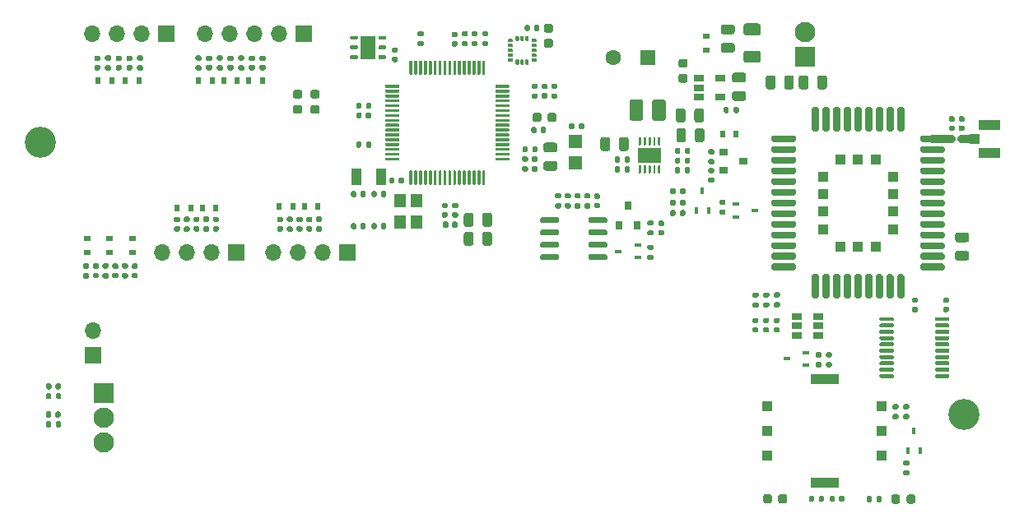
<source format=gts>
G04 #@! TF.GenerationSoftware,KiCad,Pcbnew,(5.1.7)-1*
G04 #@! TF.CreationDate,2020-12-14T19:53:43+02:00*
G04 #@! TF.ProjectId,Smart104.ua_V3,536d6172-7431-4303-942e-75615f56332e,1.0*
G04 #@! TF.SameCoordinates,Original*
G04 #@! TF.FileFunction,Soldermask,Top*
G04 #@! TF.FilePolarity,Negative*
%FSLAX46Y46*%
G04 Gerber Fmt 4.6, Leading zero omitted, Abs format (unit mm)*
G04 Created by KiCad (PCBNEW (5.1.7)-1) date 2020-12-14 19:53:43*
%MOMM*%
%LPD*%
G01*
G04 APERTURE LIST*
%ADD10C,0.830000*%
%ADD11R,1.000000X1.000000*%
%ADD12R,1.200000X1.400000*%
%ADD13C,3.200000*%
%ADD14R,0.700000X0.450000*%
%ADD15R,0.450000X0.700000*%
%ADD16R,1.060000X0.650000*%
%ADD17C,2.100000*%
%ADD18R,2.100000X2.100000*%
%ADD19R,1.100000X1.000000*%
%ADD20R,3.000000X1.000000*%
%ADD21R,1.050000X1.000000*%
%ADD22R,2.200000X1.050000*%
%ADD23R,2.380000X1.650000*%
%ADD24O,1.700000X1.700000*%
%ADD25R,1.700000X1.700000*%
%ADD26R,0.700000X0.600000*%
%ADD27R,0.600000X0.700000*%
%ADD28R,0.900000X0.800000*%
%ADD29R,0.800000X0.900000*%
%ADD30R,1.000000X1.800000*%
%ADD31R,1.600000X1.600000*%
%ADD32C,1.600000*%
%ADD33R,1.500000X2.400000*%
%ADD34R,1.400000X1.400000*%
G04 APERTURE END LIST*
D10*
X200650000Y-106600000D02*
X199310000Y-106600000D01*
X198290000Y-106600000D02*
X196300000Y-106600000D01*
D11*
G04 #@! TO.C,U1*
X186850000Y-108700000D03*
X188650000Y-108700000D03*
X190450000Y-108700000D03*
X192250000Y-110500000D03*
X192250000Y-112300000D03*
X192250000Y-114100000D03*
X192250000Y-115900000D03*
X190450000Y-117700000D03*
X188650000Y-117700000D03*
X186850000Y-117700000D03*
X185050000Y-115900000D03*
X185050000Y-114100000D03*
X185050000Y-112300000D03*
X185050000Y-110500000D03*
G36*
G01*
X184075000Y-103350000D02*
X184425000Y-103350000D01*
G75*
G02*
X184600000Y-103525000I0J-175000D01*
G01*
X184600000Y-105675000D01*
G75*
G02*
X184425000Y-105850000I-175000J0D01*
G01*
X184075000Y-105850000D01*
G75*
G02*
X183900000Y-105675000I0J175000D01*
G01*
X183900000Y-103525000D01*
G75*
G02*
X184075000Y-103350000I175000J0D01*
G01*
G37*
G36*
G01*
X185175000Y-103350000D02*
X185525000Y-103350000D01*
G75*
G02*
X185700000Y-103525000I0J-175000D01*
G01*
X185700000Y-105675000D01*
G75*
G02*
X185525000Y-105850000I-175000J0D01*
G01*
X185175000Y-105850000D01*
G75*
G02*
X185000000Y-105675000I0J175000D01*
G01*
X185000000Y-103525000D01*
G75*
G02*
X185175000Y-103350000I175000J0D01*
G01*
G37*
G36*
G01*
X186275000Y-103350000D02*
X186625000Y-103350000D01*
G75*
G02*
X186800000Y-103525000I0J-175000D01*
G01*
X186800000Y-105675000D01*
G75*
G02*
X186625000Y-105850000I-175000J0D01*
G01*
X186275000Y-105850000D01*
G75*
G02*
X186100000Y-105675000I0J175000D01*
G01*
X186100000Y-103525000D01*
G75*
G02*
X186275000Y-103350000I175000J0D01*
G01*
G37*
G36*
G01*
X187375000Y-103350000D02*
X187725000Y-103350000D01*
G75*
G02*
X187900000Y-103525000I0J-175000D01*
G01*
X187900000Y-105675000D01*
G75*
G02*
X187725000Y-105850000I-175000J0D01*
G01*
X187375000Y-105850000D01*
G75*
G02*
X187200000Y-105675000I0J175000D01*
G01*
X187200000Y-103525000D01*
G75*
G02*
X187375000Y-103350000I175000J0D01*
G01*
G37*
G36*
G01*
X188475000Y-103350000D02*
X188825000Y-103350000D01*
G75*
G02*
X189000000Y-103525000I0J-175000D01*
G01*
X189000000Y-105675000D01*
G75*
G02*
X188825000Y-105850000I-175000J0D01*
G01*
X188475000Y-105850000D01*
G75*
G02*
X188300000Y-105675000I0J175000D01*
G01*
X188300000Y-103525000D01*
G75*
G02*
X188475000Y-103350000I175000J0D01*
G01*
G37*
G36*
G01*
X189575000Y-103350000D02*
X189925000Y-103350000D01*
G75*
G02*
X190100000Y-103525000I0J-175000D01*
G01*
X190100000Y-105675000D01*
G75*
G02*
X189925000Y-105850000I-175000J0D01*
G01*
X189575000Y-105850000D01*
G75*
G02*
X189400000Y-105675000I0J175000D01*
G01*
X189400000Y-103525000D01*
G75*
G02*
X189575000Y-103350000I175000J0D01*
G01*
G37*
G36*
G01*
X190675000Y-103350000D02*
X191025000Y-103350000D01*
G75*
G02*
X191200000Y-103525000I0J-175000D01*
G01*
X191200000Y-105675000D01*
G75*
G02*
X191025000Y-105850000I-175000J0D01*
G01*
X190675000Y-105850000D01*
G75*
G02*
X190500000Y-105675000I0J175000D01*
G01*
X190500000Y-103525000D01*
G75*
G02*
X190675000Y-103350000I175000J0D01*
G01*
G37*
G36*
G01*
X191775000Y-103350000D02*
X192125000Y-103350000D01*
G75*
G02*
X192300000Y-103525000I0J-175000D01*
G01*
X192300000Y-105675000D01*
G75*
G02*
X192125000Y-105850000I-175000J0D01*
G01*
X191775000Y-105850000D01*
G75*
G02*
X191600000Y-105675000I0J175000D01*
G01*
X191600000Y-103525000D01*
G75*
G02*
X191775000Y-103350000I175000J0D01*
G01*
G37*
G36*
G01*
X192875000Y-103350000D02*
X193225000Y-103350000D01*
G75*
G02*
X193400000Y-103525000I0J-175000D01*
G01*
X193400000Y-105675000D01*
G75*
G02*
X193225000Y-105850000I-175000J0D01*
G01*
X192875000Y-105850000D01*
G75*
G02*
X192700000Y-105675000I0J175000D01*
G01*
X192700000Y-103525000D01*
G75*
G02*
X192875000Y-103350000I175000J0D01*
G01*
G37*
G36*
G01*
X195050000Y-106775000D02*
X195050000Y-106425000D01*
G75*
G02*
X195225000Y-106250000I175000J0D01*
G01*
X197375000Y-106250000D01*
G75*
G02*
X197550000Y-106425000I0J-175000D01*
G01*
X197550000Y-106775000D01*
G75*
G02*
X197375000Y-106950000I-175000J0D01*
G01*
X195225000Y-106950000D01*
G75*
G02*
X195050000Y-106775000I0J175000D01*
G01*
G37*
G36*
G01*
X195050000Y-107875000D02*
X195050000Y-107525000D01*
G75*
G02*
X195225000Y-107350000I175000J0D01*
G01*
X197375000Y-107350000D01*
G75*
G02*
X197550000Y-107525000I0J-175000D01*
G01*
X197550000Y-107875000D01*
G75*
G02*
X197375000Y-108050000I-175000J0D01*
G01*
X195225000Y-108050000D01*
G75*
G02*
X195050000Y-107875000I0J175000D01*
G01*
G37*
G36*
G01*
X195050000Y-108975000D02*
X195050000Y-108625000D01*
G75*
G02*
X195225000Y-108450000I175000J0D01*
G01*
X197375000Y-108450000D01*
G75*
G02*
X197550000Y-108625000I0J-175000D01*
G01*
X197550000Y-108975000D01*
G75*
G02*
X197375000Y-109150000I-175000J0D01*
G01*
X195225000Y-109150000D01*
G75*
G02*
X195050000Y-108975000I0J175000D01*
G01*
G37*
G36*
G01*
X195050000Y-110075000D02*
X195050000Y-109725000D01*
G75*
G02*
X195225000Y-109550000I175000J0D01*
G01*
X197375000Y-109550000D01*
G75*
G02*
X197550000Y-109725000I0J-175000D01*
G01*
X197550000Y-110075000D01*
G75*
G02*
X197375000Y-110250000I-175000J0D01*
G01*
X195225000Y-110250000D01*
G75*
G02*
X195050000Y-110075000I0J175000D01*
G01*
G37*
G36*
G01*
X195050000Y-111175000D02*
X195050000Y-110825000D01*
G75*
G02*
X195225000Y-110650000I175000J0D01*
G01*
X197375000Y-110650000D01*
G75*
G02*
X197550000Y-110825000I0J-175000D01*
G01*
X197550000Y-111175000D01*
G75*
G02*
X197375000Y-111350000I-175000J0D01*
G01*
X195225000Y-111350000D01*
G75*
G02*
X195050000Y-111175000I0J175000D01*
G01*
G37*
G36*
G01*
X195050000Y-112275000D02*
X195050000Y-111925000D01*
G75*
G02*
X195225000Y-111750000I175000J0D01*
G01*
X197375000Y-111750000D01*
G75*
G02*
X197550000Y-111925000I0J-175000D01*
G01*
X197550000Y-112275000D01*
G75*
G02*
X197375000Y-112450000I-175000J0D01*
G01*
X195225000Y-112450000D01*
G75*
G02*
X195050000Y-112275000I0J175000D01*
G01*
G37*
G36*
G01*
X195050000Y-113375000D02*
X195050000Y-113025000D01*
G75*
G02*
X195225000Y-112850000I175000J0D01*
G01*
X197375000Y-112850000D01*
G75*
G02*
X197550000Y-113025000I0J-175000D01*
G01*
X197550000Y-113375000D01*
G75*
G02*
X197375000Y-113550000I-175000J0D01*
G01*
X195225000Y-113550000D01*
G75*
G02*
X195050000Y-113375000I0J175000D01*
G01*
G37*
G36*
G01*
X195050000Y-114475000D02*
X195050000Y-114125000D01*
G75*
G02*
X195225000Y-113950000I175000J0D01*
G01*
X197375000Y-113950000D01*
G75*
G02*
X197550000Y-114125000I0J-175000D01*
G01*
X197550000Y-114475000D01*
G75*
G02*
X197375000Y-114650000I-175000J0D01*
G01*
X195225000Y-114650000D01*
G75*
G02*
X195050000Y-114475000I0J175000D01*
G01*
G37*
G36*
G01*
X195050000Y-115575000D02*
X195050000Y-115225000D01*
G75*
G02*
X195225000Y-115050000I175000J0D01*
G01*
X197375000Y-115050000D01*
G75*
G02*
X197550000Y-115225000I0J-175000D01*
G01*
X197550000Y-115575000D01*
G75*
G02*
X197375000Y-115750000I-175000J0D01*
G01*
X195225000Y-115750000D01*
G75*
G02*
X195050000Y-115575000I0J175000D01*
G01*
G37*
G36*
G01*
X195050000Y-116675000D02*
X195050000Y-116325000D01*
G75*
G02*
X195225000Y-116150000I175000J0D01*
G01*
X197375000Y-116150000D01*
G75*
G02*
X197550000Y-116325000I0J-175000D01*
G01*
X197550000Y-116675000D01*
G75*
G02*
X197375000Y-116850000I-175000J0D01*
G01*
X195225000Y-116850000D01*
G75*
G02*
X195050000Y-116675000I0J175000D01*
G01*
G37*
G36*
G01*
X195050000Y-117775000D02*
X195050000Y-117425000D01*
G75*
G02*
X195225000Y-117250000I175000J0D01*
G01*
X197375000Y-117250000D01*
G75*
G02*
X197550000Y-117425000I0J-175000D01*
G01*
X197550000Y-117775000D01*
G75*
G02*
X197375000Y-117950000I-175000J0D01*
G01*
X195225000Y-117950000D01*
G75*
G02*
X195050000Y-117775000I0J175000D01*
G01*
G37*
G36*
G01*
X195050000Y-118875000D02*
X195050000Y-118525000D01*
G75*
G02*
X195225000Y-118350000I175000J0D01*
G01*
X197375000Y-118350000D01*
G75*
G02*
X197550000Y-118525000I0J-175000D01*
G01*
X197550000Y-118875000D01*
G75*
G02*
X197375000Y-119050000I-175000J0D01*
G01*
X195225000Y-119050000D01*
G75*
G02*
X195050000Y-118875000I0J175000D01*
G01*
G37*
G36*
G01*
X195050000Y-119975000D02*
X195050000Y-119625000D01*
G75*
G02*
X195225000Y-119450000I175000J0D01*
G01*
X197375000Y-119450000D01*
G75*
G02*
X197550000Y-119625000I0J-175000D01*
G01*
X197550000Y-119975000D01*
G75*
G02*
X197375000Y-120150000I-175000J0D01*
G01*
X195225000Y-120150000D01*
G75*
G02*
X195050000Y-119975000I0J175000D01*
G01*
G37*
G36*
G01*
X193225000Y-123050000D02*
X192875000Y-123050000D01*
G75*
G02*
X192700000Y-122875000I0J175000D01*
G01*
X192700000Y-120725000D01*
G75*
G02*
X192875000Y-120550000I175000J0D01*
G01*
X193225000Y-120550000D01*
G75*
G02*
X193400000Y-120725000I0J-175000D01*
G01*
X193400000Y-122875000D01*
G75*
G02*
X193225000Y-123050000I-175000J0D01*
G01*
G37*
G36*
G01*
X192125000Y-123050000D02*
X191775000Y-123050000D01*
G75*
G02*
X191600000Y-122875000I0J175000D01*
G01*
X191600000Y-120725000D01*
G75*
G02*
X191775000Y-120550000I175000J0D01*
G01*
X192125000Y-120550000D01*
G75*
G02*
X192300000Y-120725000I0J-175000D01*
G01*
X192300000Y-122875000D01*
G75*
G02*
X192125000Y-123050000I-175000J0D01*
G01*
G37*
G36*
G01*
X191025000Y-123050000D02*
X190675000Y-123050000D01*
G75*
G02*
X190500000Y-122875000I0J175000D01*
G01*
X190500000Y-120725000D01*
G75*
G02*
X190675000Y-120550000I175000J0D01*
G01*
X191025000Y-120550000D01*
G75*
G02*
X191200000Y-120725000I0J-175000D01*
G01*
X191200000Y-122875000D01*
G75*
G02*
X191025000Y-123050000I-175000J0D01*
G01*
G37*
G36*
G01*
X189925000Y-123050000D02*
X189575000Y-123050000D01*
G75*
G02*
X189400000Y-122875000I0J175000D01*
G01*
X189400000Y-120725000D01*
G75*
G02*
X189575000Y-120550000I175000J0D01*
G01*
X189925000Y-120550000D01*
G75*
G02*
X190100000Y-120725000I0J-175000D01*
G01*
X190100000Y-122875000D01*
G75*
G02*
X189925000Y-123050000I-175000J0D01*
G01*
G37*
G36*
G01*
X188825000Y-123050000D02*
X188475000Y-123050000D01*
G75*
G02*
X188300000Y-122875000I0J175000D01*
G01*
X188300000Y-120725000D01*
G75*
G02*
X188475000Y-120550000I175000J0D01*
G01*
X188825000Y-120550000D01*
G75*
G02*
X189000000Y-120725000I0J-175000D01*
G01*
X189000000Y-122875000D01*
G75*
G02*
X188825000Y-123050000I-175000J0D01*
G01*
G37*
G36*
G01*
X187725000Y-123050000D02*
X187375000Y-123050000D01*
G75*
G02*
X187200000Y-122875000I0J175000D01*
G01*
X187200000Y-120725000D01*
G75*
G02*
X187375000Y-120550000I175000J0D01*
G01*
X187725000Y-120550000D01*
G75*
G02*
X187900000Y-120725000I0J-175000D01*
G01*
X187900000Y-122875000D01*
G75*
G02*
X187725000Y-123050000I-175000J0D01*
G01*
G37*
G36*
G01*
X186625000Y-123050000D02*
X186275000Y-123050000D01*
G75*
G02*
X186100000Y-122875000I0J175000D01*
G01*
X186100000Y-120725000D01*
G75*
G02*
X186275000Y-120550000I175000J0D01*
G01*
X186625000Y-120550000D01*
G75*
G02*
X186800000Y-120725000I0J-175000D01*
G01*
X186800000Y-122875000D01*
G75*
G02*
X186625000Y-123050000I-175000J0D01*
G01*
G37*
G36*
G01*
X185525000Y-123050000D02*
X185175000Y-123050000D01*
G75*
G02*
X185000000Y-122875000I0J175000D01*
G01*
X185000000Y-120725000D01*
G75*
G02*
X185175000Y-120550000I175000J0D01*
G01*
X185525000Y-120550000D01*
G75*
G02*
X185700000Y-120725000I0J-175000D01*
G01*
X185700000Y-122875000D01*
G75*
G02*
X185525000Y-123050000I-175000J0D01*
G01*
G37*
G36*
G01*
X184425000Y-123050000D02*
X184075000Y-123050000D01*
G75*
G02*
X183900000Y-122875000I0J175000D01*
G01*
X183900000Y-120725000D01*
G75*
G02*
X184075000Y-120550000I175000J0D01*
G01*
X184425000Y-120550000D01*
G75*
G02*
X184600000Y-120725000I0J-175000D01*
G01*
X184600000Y-122875000D01*
G75*
G02*
X184425000Y-123050000I-175000J0D01*
G01*
G37*
G36*
G01*
X179750000Y-119975000D02*
X179750000Y-119625000D01*
G75*
G02*
X179925000Y-119450000I175000J0D01*
G01*
X182075000Y-119450000D01*
G75*
G02*
X182250000Y-119625000I0J-175000D01*
G01*
X182250000Y-119975000D01*
G75*
G02*
X182075000Y-120150000I-175000J0D01*
G01*
X179925000Y-120150000D01*
G75*
G02*
X179750000Y-119975000I0J175000D01*
G01*
G37*
G36*
G01*
X179750000Y-118875000D02*
X179750000Y-118525000D01*
G75*
G02*
X179925000Y-118350000I175000J0D01*
G01*
X182075000Y-118350000D01*
G75*
G02*
X182250000Y-118525000I0J-175000D01*
G01*
X182250000Y-118875000D01*
G75*
G02*
X182075000Y-119050000I-175000J0D01*
G01*
X179925000Y-119050000D01*
G75*
G02*
X179750000Y-118875000I0J175000D01*
G01*
G37*
G36*
G01*
X179750000Y-117775000D02*
X179750000Y-117425000D01*
G75*
G02*
X179925000Y-117250000I175000J0D01*
G01*
X182075000Y-117250000D01*
G75*
G02*
X182250000Y-117425000I0J-175000D01*
G01*
X182250000Y-117775000D01*
G75*
G02*
X182075000Y-117950000I-175000J0D01*
G01*
X179925000Y-117950000D01*
G75*
G02*
X179750000Y-117775000I0J175000D01*
G01*
G37*
G36*
G01*
X179750000Y-116675000D02*
X179750000Y-116325000D01*
G75*
G02*
X179925000Y-116150000I175000J0D01*
G01*
X182075000Y-116150000D01*
G75*
G02*
X182250000Y-116325000I0J-175000D01*
G01*
X182250000Y-116675000D01*
G75*
G02*
X182075000Y-116850000I-175000J0D01*
G01*
X179925000Y-116850000D01*
G75*
G02*
X179750000Y-116675000I0J175000D01*
G01*
G37*
G36*
G01*
X179750000Y-115575000D02*
X179750000Y-115225000D01*
G75*
G02*
X179925000Y-115050000I175000J0D01*
G01*
X182075000Y-115050000D01*
G75*
G02*
X182250000Y-115225000I0J-175000D01*
G01*
X182250000Y-115575000D01*
G75*
G02*
X182075000Y-115750000I-175000J0D01*
G01*
X179925000Y-115750000D01*
G75*
G02*
X179750000Y-115575000I0J175000D01*
G01*
G37*
G36*
G01*
X179750000Y-114475000D02*
X179750000Y-114125000D01*
G75*
G02*
X179925000Y-113950000I175000J0D01*
G01*
X182075000Y-113950000D01*
G75*
G02*
X182250000Y-114125000I0J-175000D01*
G01*
X182250000Y-114475000D01*
G75*
G02*
X182075000Y-114650000I-175000J0D01*
G01*
X179925000Y-114650000D01*
G75*
G02*
X179750000Y-114475000I0J175000D01*
G01*
G37*
G36*
G01*
X179750000Y-113375000D02*
X179750000Y-113025000D01*
G75*
G02*
X179925000Y-112850000I175000J0D01*
G01*
X182075000Y-112850000D01*
G75*
G02*
X182250000Y-113025000I0J-175000D01*
G01*
X182250000Y-113375000D01*
G75*
G02*
X182075000Y-113550000I-175000J0D01*
G01*
X179925000Y-113550000D01*
G75*
G02*
X179750000Y-113375000I0J175000D01*
G01*
G37*
G36*
G01*
X179750000Y-112275000D02*
X179750000Y-111925000D01*
G75*
G02*
X179925000Y-111750000I175000J0D01*
G01*
X182075000Y-111750000D01*
G75*
G02*
X182250000Y-111925000I0J-175000D01*
G01*
X182250000Y-112275000D01*
G75*
G02*
X182075000Y-112450000I-175000J0D01*
G01*
X179925000Y-112450000D01*
G75*
G02*
X179750000Y-112275000I0J175000D01*
G01*
G37*
G36*
G01*
X179750000Y-111175000D02*
X179750000Y-110825000D01*
G75*
G02*
X179925000Y-110650000I175000J0D01*
G01*
X182075000Y-110650000D01*
G75*
G02*
X182250000Y-110825000I0J-175000D01*
G01*
X182250000Y-111175000D01*
G75*
G02*
X182075000Y-111350000I-175000J0D01*
G01*
X179925000Y-111350000D01*
G75*
G02*
X179750000Y-111175000I0J175000D01*
G01*
G37*
G36*
G01*
X179750000Y-110075000D02*
X179750000Y-109725000D01*
G75*
G02*
X179925000Y-109550000I175000J0D01*
G01*
X182075000Y-109550000D01*
G75*
G02*
X182250000Y-109725000I0J-175000D01*
G01*
X182250000Y-110075000D01*
G75*
G02*
X182075000Y-110250000I-175000J0D01*
G01*
X179925000Y-110250000D01*
G75*
G02*
X179750000Y-110075000I0J175000D01*
G01*
G37*
G36*
G01*
X179750000Y-108975000D02*
X179750000Y-108625000D01*
G75*
G02*
X179925000Y-108450000I175000J0D01*
G01*
X182075000Y-108450000D01*
G75*
G02*
X182250000Y-108625000I0J-175000D01*
G01*
X182250000Y-108975000D01*
G75*
G02*
X182075000Y-109150000I-175000J0D01*
G01*
X179925000Y-109150000D01*
G75*
G02*
X179750000Y-108975000I0J175000D01*
G01*
G37*
G36*
G01*
X179750000Y-107875000D02*
X179750000Y-107525000D01*
G75*
G02*
X179925000Y-107350000I175000J0D01*
G01*
X182075000Y-107350000D01*
G75*
G02*
X182250000Y-107525000I0J-175000D01*
G01*
X182250000Y-107875000D01*
G75*
G02*
X182075000Y-108050000I-175000J0D01*
G01*
X179925000Y-108050000D01*
G75*
G02*
X179750000Y-107875000I0J175000D01*
G01*
G37*
G36*
G01*
X179750000Y-106775000D02*
X179750000Y-106425000D01*
G75*
G02*
X179925000Y-106250000I175000J0D01*
G01*
X182075000Y-106250000D01*
G75*
G02*
X182250000Y-106425000I0J-175000D01*
G01*
X182250000Y-106775000D01*
G75*
G02*
X182075000Y-106950000I-175000J0D01*
G01*
X179925000Y-106950000D01*
G75*
G02*
X179750000Y-106775000I0J175000D01*
G01*
G37*
G04 #@! TD*
G04 #@! TO.C,C49*
G36*
G01*
X175925000Y-101700000D02*
X176875000Y-101700000D01*
G75*
G02*
X177125000Y-101950000I0J-250000D01*
G01*
X177125000Y-102450000D01*
G75*
G02*
X176875000Y-102700000I-250000J0D01*
G01*
X175925000Y-102700000D01*
G75*
G02*
X175675000Y-102450000I0J250000D01*
G01*
X175675000Y-101950000D01*
G75*
G02*
X175925000Y-101700000I250000J0D01*
G01*
G37*
G36*
G01*
X175925000Y-99800000D02*
X176875000Y-99800000D01*
G75*
G02*
X177125000Y-100050000I0J-250000D01*
G01*
X177125000Y-100550000D01*
G75*
G02*
X176875000Y-100800000I-250000J0D01*
G01*
X175925000Y-100800000D01*
G75*
G02*
X175675000Y-100550000I0J250000D01*
G01*
X175675000Y-100050000D01*
G75*
G02*
X175925000Y-99800000I250000J0D01*
G01*
G37*
G04 #@! TD*
G04 #@! TO.C,C24*
G36*
G01*
X112080000Y-119440000D02*
X112420000Y-119440000D01*
G75*
G02*
X112560000Y-119580000I0J-140000D01*
G01*
X112560000Y-119860000D01*
G75*
G02*
X112420000Y-120000000I-140000J0D01*
G01*
X112080000Y-120000000D01*
G75*
G02*
X111940000Y-119860000I0J140000D01*
G01*
X111940000Y-119580000D01*
G75*
G02*
X112080000Y-119440000I140000J0D01*
G01*
G37*
G36*
G01*
X112080000Y-120400000D02*
X112420000Y-120400000D01*
G75*
G02*
X112560000Y-120540000I0J-140000D01*
G01*
X112560000Y-120820000D01*
G75*
G02*
X112420000Y-120960000I-140000J0D01*
G01*
X112080000Y-120960000D01*
G75*
G02*
X111940000Y-120820000I0J140000D01*
G01*
X111940000Y-120540000D01*
G75*
G02*
X112080000Y-120400000I140000J0D01*
G01*
G37*
G04 #@! TD*
G04 #@! TO.C,R22*
G36*
G01*
X113065000Y-120440000D02*
X113435000Y-120440000D01*
G75*
G02*
X113570000Y-120575000I0J-135000D01*
G01*
X113570000Y-120845000D01*
G75*
G02*
X113435000Y-120980000I-135000J0D01*
G01*
X113065000Y-120980000D01*
G75*
G02*
X112930000Y-120845000I0J135000D01*
G01*
X112930000Y-120575000D01*
G75*
G02*
X113065000Y-120440000I135000J0D01*
G01*
G37*
G36*
G01*
X113065000Y-119420000D02*
X113435000Y-119420000D01*
G75*
G02*
X113570000Y-119555000I0J-135000D01*
G01*
X113570000Y-119825000D01*
G75*
G02*
X113435000Y-119960000I-135000J0D01*
G01*
X113065000Y-119960000D01*
G75*
G02*
X112930000Y-119825000I0J135000D01*
G01*
X112930000Y-119555000D01*
G75*
G02*
X113065000Y-119420000I135000J0D01*
G01*
G37*
G04 #@! TD*
G04 #@! TO.C,R20*
G36*
G01*
X111065000Y-120440000D02*
X111435000Y-120440000D01*
G75*
G02*
X111570000Y-120575000I0J-135000D01*
G01*
X111570000Y-120845000D01*
G75*
G02*
X111435000Y-120980000I-135000J0D01*
G01*
X111065000Y-120980000D01*
G75*
G02*
X110930000Y-120845000I0J135000D01*
G01*
X110930000Y-120575000D01*
G75*
G02*
X111065000Y-120440000I135000J0D01*
G01*
G37*
G36*
G01*
X111065000Y-119420000D02*
X111435000Y-119420000D01*
G75*
G02*
X111570000Y-119555000I0J-135000D01*
G01*
X111570000Y-119825000D01*
G75*
G02*
X111435000Y-119960000I-135000J0D01*
G01*
X111065000Y-119960000D01*
G75*
G02*
X110930000Y-119825000I0J135000D01*
G01*
X110930000Y-119555000D01*
G75*
G02*
X111065000Y-119420000I135000J0D01*
G01*
G37*
G04 #@! TD*
G04 #@! TO.C,D18*
G36*
G01*
X133056250Y-104025000D02*
X132543750Y-104025000D01*
G75*
G02*
X132325000Y-103806250I0J218750D01*
G01*
X132325000Y-103368750D01*
G75*
G02*
X132543750Y-103150000I218750J0D01*
G01*
X133056250Y-103150000D01*
G75*
G02*
X133275000Y-103368750I0J-218750D01*
G01*
X133275000Y-103806250D01*
G75*
G02*
X133056250Y-104025000I-218750J0D01*
G01*
G37*
G36*
G01*
X133056250Y-102450000D02*
X132543750Y-102450000D01*
G75*
G02*
X132325000Y-102231250I0J218750D01*
G01*
X132325000Y-101793750D01*
G75*
G02*
X132543750Y-101575000I218750J0D01*
G01*
X133056250Y-101575000D01*
G75*
G02*
X133275000Y-101793750I0J-218750D01*
G01*
X133275000Y-102231250D01*
G75*
G02*
X133056250Y-102450000I-218750J0D01*
G01*
G37*
G04 #@! TD*
G04 #@! TO.C,C43*
G36*
G01*
X148100000Y-115425000D02*
X148100000Y-114475000D01*
G75*
G02*
X148350000Y-114225000I250000J0D01*
G01*
X148850000Y-114225000D01*
G75*
G02*
X149100000Y-114475000I0J-250000D01*
G01*
X149100000Y-115425000D01*
G75*
G02*
X148850000Y-115675000I-250000J0D01*
G01*
X148350000Y-115675000D01*
G75*
G02*
X148100000Y-115425000I0J250000D01*
G01*
G37*
G36*
G01*
X150000000Y-115425000D02*
X150000000Y-114475000D01*
G75*
G02*
X150250000Y-114225000I250000J0D01*
G01*
X150750000Y-114225000D01*
G75*
G02*
X151000000Y-114475000I0J-250000D01*
G01*
X151000000Y-115425000D01*
G75*
G02*
X150750000Y-115675000I-250000J0D01*
G01*
X150250000Y-115675000D01*
G75*
G02*
X150000000Y-115425000I0J250000D01*
G01*
G37*
G04 #@! TD*
G04 #@! TO.C,C14*
G36*
G01*
X184450000Y-101275000D02*
X184450000Y-100325000D01*
G75*
G02*
X184700000Y-100075000I250000J0D01*
G01*
X185200000Y-100075000D01*
G75*
G02*
X185450000Y-100325000I0J-250000D01*
G01*
X185450000Y-101275000D01*
G75*
G02*
X185200000Y-101525000I-250000J0D01*
G01*
X184700000Y-101525000D01*
G75*
G02*
X184450000Y-101275000I0J250000D01*
G01*
G37*
G36*
G01*
X182550000Y-101275000D02*
X182550000Y-100325000D01*
G75*
G02*
X182800000Y-100075000I250000J0D01*
G01*
X183300000Y-100075000D01*
G75*
G02*
X183550000Y-100325000I0J-250000D01*
G01*
X183550000Y-101275000D01*
G75*
G02*
X183300000Y-101525000I-250000J0D01*
G01*
X182800000Y-101525000D01*
G75*
G02*
X182550000Y-101275000I0J250000D01*
G01*
G37*
G04 #@! TD*
G04 #@! TO.C,C46*
G36*
G01*
X147030000Y-114150000D02*
X147370000Y-114150000D01*
G75*
G02*
X147510000Y-114290000I0J-140000D01*
G01*
X147510000Y-114570000D01*
G75*
G02*
X147370000Y-114710000I-140000J0D01*
G01*
X147030000Y-114710000D01*
G75*
G02*
X146890000Y-114570000I0J140000D01*
G01*
X146890000Y-114290000D01*
G75*
G02*
X147030000Y-114150000I140000J0D01*
G01*
G37*
G36*
G01*
X147030000Y-113190000D02*
X147370000Y-113190000D01*
G75*
G02*
X147510000Y-113330000I0J-140000D01*
G01*
X147510000Y-113610000D01*
G75*
G02*
X147370000Y-113750000I-140000J0D01*
G01*
X147030000Y-113750000D01*
G75*
G02*
X146890000Y-113610000I0J140000D01*
G01*
X146890000Y-113330000D01*
G75*
G02*
X147030000Y-113190000I140000J0D01*
G01*
G37*
G04 #@! TD*
D12*
G04 #@! TO.C,Y2*
X143200000Y-113000000D03*
X143200000Y-115200000D03*
X141500000Y-115200000D03*
X141500000Y-113000000D03*
G04 #@! TD*
G04 #@! TO.C,R10*
G36*
G01*
X185465000Y-128570000D02*
X185835000Y-128570000D01*
G75*
G02*
X185970000Y-128705000I0J-135000D01*
G01*
X185970000Y-128975000D01*
G75*
G02*
X185835000Y-129110000I-135000J0D01*
G01*
X185465000Y-129110000D01*
G75*
G02*
X185330000Y-128975000I0J135000D01*
G01*
X185330000Y-128705000D01*
G75*
G02*
X185465000Y-128570000I135000J0D01*
G01*
G37*
G36*
G01*
X185465000Y-129590000D02*
X185835000Y-129590000D01*
G75*
G02*
X185970000Y-129725000I0J-135000D01*
G01*
X185970000Y-129995000D01*
G75*
G02*
X185835000Y-130130000I-135000J0D01*
G01*
X185465000Y-130130000D01*
G75*
G02*
X185330000Y-129995000I0J135000D01*
G01*
X185330000Y-129725000D01*
G75*
G02*
X185465000Y-129590000I135000J0D01*
G01*
G37*
G04 #@! TD*
D13*
G04 #@! TO.C,H1*
X199500000Y-135000000D03*
G04 #@! TD*
G04 #@! TO.C,R30*
G36*
G01*
X193415000Y-139720000D02*
X193785000Y-139720000D01*
G75*
G02*
X193920000Y-139855000I0J-135000D01*
G01*
X193920000Y-140125000D01*
G75*
G02*
X193785000Y-140260000I-135000J0D01*
G01*
X193415000Y-140260000D01*
G75*
G02*
X193280000Y-140125000I0J135000D01*
G01*
X193280000Y-139855000D01*
G75*
G02*
X193415000Y-139720000I135000J0D01*
G01*
G37*
G36*
G01*
X193415000Y-140740000D02*
X193785000Y-140740000D01*
G75*
G02*
X193920000Y-140875000I0J-135000D01*
G01*
X193920000Y-141145000D01*
G75*
G02*
X193785000Y-141280000I-135000J0D01*
G01*
X193415000Y-141280000D01*
G75*
G02*
X193280000Y-141145000I0J135000D01*
G01*
X193280000Y-140875000D01*
G75*
G02*
X193415000Y-140740000I135000J0D01*
G01*
G37*
G04 #@! TD*
D14*
G04 #@! TO.C,Q3*
X181300000Y-129250000D03*
X183300000Y-128600000D03*
X183300000Y-129900000D03*
G04 #@! TD*
G04 #@! TO.C,R16*
G36*
G01*
X192315000Y-134940000D02*
X192685000Y-134940000D01*
G75*
G02*
X192820000Y-135075000I0J-135000D01*
G01*
X192820000Y-135345000D01*
G75*
G02*
X192685000Y-135480000I-135000J0D01*
G01*
X192315000Y-135480000D01*
G75*
G02*
X192180000Y-135345000I0J135000D01*
G01*
X192180000Y-135075000D01*
G75*
G02*
X192315000Y-134940000I135000J0D01*
G01*
G37*
G36*
G01*
X192315000Y-133920000D02*
X192685000Y-133920000D01*
G75*
G02*
X192820000Y-134055000I0J-135000D01*
G01*
X192820000Y-134325000D01*
G75*
G02*
X192685000Y-134460000I-135000J0D01*
G01*
X192315000Y-134460000D01*
G75*
G02*
X192180000Y-134325000I0J135000D01*
G01*
X192180000Y-134055000D01*
G75*
G02*
X192315000Y-133920000I135000J0D01*
G01*
G37*
G04 #@! TD*
D15*
G04 #@! TO.C,Q5*
X194400000Y-136700000D03*
X195050000Y-138700000D03*
X193750000Y-138700000D03*
G04 #@! TD*
G04 #@! TO.C,R5*
G36*
G01*
X179015000Y-123440000D02*
X179385000Y-123440000D01*
G75*
G02*
X179520000Y-123575000I0J-135000D01*
G01*
X179520000Y-123845000D01*
G75*
G02*
X179385000Y-123980000I-135000J0D01*
G01*
X179015000Y-123980000D01*
G75*
G02*
X178880000Y-123845000I0J135000D01*
G01*
X178880000Y-123575000D01*
G75*
G02*
X179015000Y-123440000I135000J0D01*
G01*
G37*
G36*
G01*
X179015000Y-122420000D02*
X179385000Y-122420000D01*
G75*
G02*
X179520000Y-122555000I0J-135000D01*
G01*
X179520000Y-122825000D01*
G75*
G02*
X179385000Y-122960000I-135000J0D01*
G01*
X179015000Y-122960000D01*
G75*
G02*
X178880000Y-122825000I0J135000D01*
G01*
X178880000Y-122555000D01*
G75*
G02*
X179015000Y-122420000I135000J0D01*
G01*
G37*
G04 #@! TD*
G04 #@! TO.C,C12*
G36*
G01*
X180130000Y-126000000D02*
X180470000Y-126000000D01*
G75*
G02*
X180610000Y-126140000I0J-140000D01*
G01*
X180610000Y-126420000D01*
G75*
G02*
X180470000Y-126560000I-140000J0D01*
G01*
X180130000Y-126560000D01*
G75*
G02*
X179990000Y-126420000I0J140000D01*
G01*
X179990000Y-126140000D01*
G75*
G02*
X180130000Y-126000000I140000J0D01*
G01*
G37*
G36*
G01*
X180130000Y-125040000D02*
X180470000Y-125040000D01*
G75*
G02*
X180610000Y-125180000I0J-140000D01*
G01*
X180610000Y-125460000D01*
G75*
G02*
X180470000Y-125600000I-140000J0D01*
G01*
X180130000Y-125600000D01*
G75*
G02*
X179990000Y-125460000I0J140000D01*
G01*
X179990000Y-125180000D01*
G75*
G02*
X180130000Y-125040000I140000J0D01*
G01*
G37*
G04 #@! TD*
G04 #@! TO.C,C10*
G36*
G01*
X179030000Y-125040000D02*
X179370000Y-125040000D01*
G75*
G02*
X179510000Y-125180000I0J-140000D01*
G01*
X179510000Y-125460000D01*
G75*
G02*
X179370000Y-125600000I-140000J0D01*
G01*
X179030000Y-125600000D01*
G75*
G02*
X178890000Y-125460000I0J140000D01*
G01*
X178890000Y-125180000D01*
G75*
G02*
X179030000Y-125040000I140000J0D01*
G01*
G37*
G36*
G01*
X179030000Y-126000000D02*
X179370000Y-126000000D01*
G75*
G02*
X179510000Y-126140000I0J-140000D01*
G01*
X179510000Y-126420000D01*
G75*
G02*
X179370000Y-126560000I-140000J0D01*
G01*
X179030000Y-126560000D01*
G75*
G02*
X178890000Y-126420000I0J140000D01*
G01*
X178890000Y-126140000D01*
G75*
G02*
X179030000Y-126000000I140000J0D01*
G01*
G37*
G04 #@! TD*
G04 #@! TO.C,R6*
G36*
G01*
X180115000Y-122410000D02*
X180485000Y-122410000D01*
G75*
G02*
X180620000Y-122545000I0J-135000D01*
G01*
X180620000Y-122815000D01*
G75*
G02*
X180485000Y-122950000I-135000J0D01*
G01*
X180115000Y-122950000D01*
G75*
G02*
X179980000Y-122815000I0J135000D01*
G01*
X179980000Y-122545000D01*
G75*
G02*
X180115000Y-122410000I135000J0D01*
G01*
G37*
G36*
G01*
X180115000Y-123430000D02*
X180485000Y-123430000D01*
G75*
G02*
X180620000Y-123565000I0J-135000D01*
G01*
X180620000Y-123835000D01*
G75*
G02*
X180485000Y-123970000I-135000J0D01*
G01*
X180115000Y-123970000D01*
G75*
G02*
X179980000Y-123835000I0J135000D01*
G01*
X179980000Y-123565000D01*
G75*
G02*
X180115000Y-123430000I135000J0D01*
G01*
G37*
G04 #@! TD*
G04 #@! TO.C,R34*
G36*
G01*
X189520000Y-143885000D02*
X189520000Y-143515000D01*
G75*
G02*
X189655000Y-143380000I135000J0D01*
G01*
X189925000Y-143380000D01*
G75*
G02*
X190060000Y-143515000I0J-135000D01*
G01*
X190060000Y-143885000D01*
G75*
G02*
X189925000Y-144020000I-135000J0D01*
G01*
X189655000Y-144020000D01*
G75*
G02*
X189520000Y-143885000I0J135000D01*
G01*
G37*
G36*
G01*
X190540000Y-143885000D02*
X190540000Y-143515000D01*
G75*
G02*
X190675000Y-143380000I135000J0D01*
G01*
X190945000Y-143380000D01*
G75*
G02*
X191080000Y-143515000I0J-135000D01*
G01*
X191080000Y-143885000D01*
G75*
G02*
X190945000Y-144020000I-135000J0D01*
G01*
X190675000Y-144020000D01*
G75*
G02*
X190540000Y-143885000I0J135000D01*
G01*
G37*
G04 #@! TD*
D16*
G04 #@! TO.C,D1*
X182320000Y-125880000D03*
X182320000Y-126830000D03*
X182320000Y-124930000D03*
X184520000Y-124930000D03*
X184520000Y-125880000D03*
X184520000Y-126830000D03*
G04 #@! TD*
D17*
G04 #@! TO.C,J4*
X183200000Y-95600000D03*
D18*
X183200000Y-98140000D03*
G04 #@! TD*
D19*
G04 #@! TO.C,J5*
X179310000Y-139220000D03*
X179310000Y-136680000D03*
X179310000Y-134140000D03*
D20*
X185210000Y-141980000D03*
D19*
X191110000Y-139220000D03*
X191110000Y-136680000D03*
X191110000Y-134140000D03*
D20*
X185210000Y-131380000D03*
G04 #@! TD*
D17*
G04 #@! TO.C,J6*
X111100000Y-137850000D03*
X111100000Y-135310000D03*
D18*
X111100000Y-132770000D03*
G04 #@! TD*
D21*
G04 #@! TO.C,J9*
X200650000Y-106600000D03*
D22*
X202150000Y-105150000D03*
X202150000Y-108050000D03*
G04 #@! TD*
G04 #@! TO.C,L1*
G36*
G01*
X165125000Y-104500000D02*
X165125000Y-102800000D01*
G75*
G02*
X165375000Y-102550000I250000J0D01*
G01*
X166300000Y-102550000D01*
G75*
G02*
X166550000Y-102800000I0J-250000D01*
G01*
X166550000Y-104500000D01*
G75*
G02*
X166300000Y-104750000I-250000J0D01*
G01*
X165375000Y-104750000D01*
G75*
G02*
X165125000Y-104500000I0J250000D01*
G01*
G37*
G36*
G01*
X167450000Y-104500000D02*
X167450000Y-102800000D01*
G75*
G02*
X167700000Y-102550000I250000J0D01*
G01*
X168625000Y-102550000D01*
G75*
G02*
X168875000Y-102800000I0J-250000D01*
G01*
X168875000Y-104500000D01*
G75*
G02*
X168625000Y-104750000I-250000J0D01*
G01*
X167700000Y-104750000D01*
G75*
G02*
X167450000Y-104500000I0J250000D01*
G01*
G37*
G04 #@! TD*
G04 #@! TO.C,U3*
G36*
G01*
X166262500Y-110175000D02*
X166137500Y-110175000D01*
G75*
G02*
X166075000Y-110112500I0J62500D01*
G01*
X166075000Y-109387500D01*
G75*
G02*
X166137500Y-109325000I62500J0D01*
G01*
X166262500Y-109325000D01*
G75*
G02*
X166325000Y-109387500I0J-62500D01*
G01*
X166325000Y-110112500D01*
G75*
G02*
X166262500Y-110175000I-62500J0D01*
G01*
G37*
G36*
G01*
X166762500Y-110175000D02*
X166637500Y-110175000D01*
G75*
G02*
X166575000Y-110112500I0J62500D01*
G01*
X166575000Y-109387500D01*
G75*
G02*
X166637500Y-109325000I62500J0D01*
G01*
X166762500Y-109325000D01*
G75*
G02*
X166825000Y-109387500I0J-62500D01*
G01*
X166825000Y-110112500D01*
G75*
G02*
X166762500Y-110175000I-62500J0D01*
G01*
G37*
G36*
G01*
X167262500Y-110175000D02*
X167137500Y-110175000D01*
G75*
G02*
X167075000Y-110112500I0J62500D01*
G01*
X167075000Y-109387500D01*
G75*
G02*
X167137500Y-109325000I62500J0D01*
G01*
X167262500Y-109325000D01*
G75*
G02*
X167325000Y-109387500I0J-62500D01*
G01*
X167325000Y-110112500D01*
G75*
G02*
X167262500Y-110175000I-62500J0D01*
G01*
G37*
G36*
G01*
X167762500Y-110175000D02*
X167637500Y-110175000D01*
G75*
G02*
X167575000Y-110112500I0J62500D01*
G01*
X167575000Y-109387500D01*
G75*
G02*
X167637500Y-109325000I62500J0D01*
G01*
X167762500Y-109325000D01*
G75*
G02*
X167825000Y-109387500I0J-62500D01*
G01*
X167825000Y-110112500D01*
G75*
G02*
X167762500Y-110175000I-62500J0D01*
G01*
G37*
G36*
G01*
X168262500Y-110175000D02*
X168137500Y-110175000D01*
G75*
G02*
X168075000Y-110112500I0J62500D01*
G01*
X168075000Y-109387500D01*
G75*
G02*
X168137500Y-109325000I62500J0D01*
G01*
X168262500Y-109325000D01*
G75*
G02*
X168325000Y-109387500I0J-62500D01*
G01*
X168325000Y-110112500D01*
G75*
G02*
X168262500Y-110175000I-62500J0D01*
G01*
G37*
G36*
G01*
X168262500Y-107275000D02*
X168137500Y-107275000D01*
G75*
G02*
X168075000Y-107212500I0J62500D01*
G01*
X168075000Y-106487500D01*
G75*
G02*
X168137500Y-106425000I62500J0D01*
G01*
X168262500Y-106425000D01*
G75*
G02*
X168325000Y-106487500I0J-62500D01*
G01*
X168325000Y-107212500D01*
G75*
G02*
X168262500Y-107275000I-62500J0D01*
G01*
G37*
G36*
G01*
X167762500Y-107275000D02*
X167637500Y-107275000D01*
G75*
G02*
X167575000Y-107212500I0J62500D01*
G01*
X167575000Y-106487500D01*
G75*
G02*
X167637500Y-106425000I62500J0D01*
G01*
X167762500Y-106425000D01*
G75*
G02*
X167825000Y-106487500I0J-62500D01*
G01*
X167825000Y-107212500D01*
G75*
G02*
X167762500Y-107275000I-62500J0D01*
G01*
G37*
G36*
G01*
X167262500Y-107275000D02*
X167137500Y-107275000D01*
G75*
G02*
X167075000Y-107212500I0J62500D01*
G01*
X167075000Y-106487500D01*
G75*
G02*
X167137500Y-106425000I62500J0D01*
G01*
X167262500Y-106425000D01*
G75*
G02*
X167325000Y-106487500I0J-62500D01*
G01*
X167325000Y-107212500D01*
G75*
G02*
X167262500Y-107275000I-62500J0D01*
G01*
G37*
G36*
G01*
X166762500Y-107275000D02*
X166637500Y-107275000D01*
G75*
G02*
X166575000Y-107212500I0J62500D01*
G01*
X166575000Y-106487500D01*
G75*
G02*
X166637500Y-106425000I62500J0D01*
G01*
X166762500Y-106425000D01*
G75*
G02*
X166825000Y-106487500I0J-62500D01*
G01*
X166825000Y-107212500D01*
G75*
G02*
X166762500Y-107275000I-62500J0D01*
G01*
G37*
G36*
G01*
X166262500Y-107275000D02*
X166137500Y-107275000D01*
G75*
G02*
X166075000Y-107212500I0J62500D01*
G01*
X166075000Y-106487500D01*
G75*
G02*
X166137500Y-106425000I62500J0D01*
G01*
X166262500Y-106425000D01*
G75*
G02*
X166325000Y-106487500I0J-62500D01*
G01*
X166325000Y-107212500D01*
G75*
G02*
X166262500Y-107275000I-62500J0D01*
G01*
G37*
D23*
X167200000Y-108300000D03*
G04 #@! TD*
D24*
G04 #@! TO.C,J1*
X109850000Y-95750000D03*
X112390000Y-95750000D03*
X114930000Y-95750000D03*
D25*
X117470000Y-95750000D03*
G04 #@! TD*
G04 #@! TO.C,J2*
X124680000Y-118350000D03*
D24*
X122140000Y-118350000D03*
X119600000Y-118350000D03*
X117060000Y-118350000D03*
G04 #@! TD*
G04 #@! TO.C,J3*
X121500000Y-95750000D03*
X124040000Y-95750000D03*
X126580000Y-95750000D03*
X129120000Y-95750000D03*
D25*
X131660000Y-95750000D03*
G04 #@! TD*
D24*
G04 #@! TO.C,J7*
X128520000Y-118350000D03*
X131060000Y-118350000D03*
X133600000Y-118350000D03*
D25*
X136140000Y-118350000D03*
G04 #@! TD*
D24*
G04 #@! TO.C,J8*
X110000000Y-126310000D03*
D25*
X110000000Y-128850000D03*
G04 #@! TD*
G04 #@! TO.C,F1*
G36*
G01*
X177125000Y-97525000D02*
X178375000Y-97525000D01*
G75*
G02*
X178625000Y-97775000I0J-250000D01*
G01*
X178625000Y-98525000D01*
G75*
G02*
X178375000Y-98775000I-250000J0D01*
G01*
X177125000Y-98775000D01*
G75*
G02*
X176875000Y-98525000I0J250000D01*
G01*
X176875000Y-97775000D01*
G75*
G02*
X177125000Y-97525000I250000J0D01*
G01*
G37*
G36*
G01*
X177125000Y-94725000D02*
X178375000Y-94725000D01*
G75*
G02*
X178625000Y-94975000I0J-250000D01*
G01*
X178625000Y-95725000D01*
G75*
G02*
X178375000Y-95975000I-250000J0D01*
G01*
X177125000Y-95975000D01*
G75*
G02*
X176875000Y-95725000I0J250000D01*
G01*
X176875000Y-94975000D01*
G75*
G02*
X177125000Y-94725000I250000J0D01*
G01*
G37*
G04 #@! TD*
G04 #@! TO.C,C15*
G36*
G01*
X177930000Y-125040000D02*
X178270000Y-125040000D01*
G75*
G02*
X178410000Y-125180000I0J-140000D01*
G01*
X178410000Y-125460000D01*
G75*
G02*
X178270000Y-125600000I-140000J0D01*
G01*
X177930000Y-125600000D01*
G75*
G02*
X177790000Y-125460000I0J140000D01*
G01*
X177790000Y-125180000D01*
G75*
G02*
X177930000Y-125040000I140000J0D01*
G01*
G37*
G36*
G01*
X177930000Y-126000000D02*
X178270000Y-126000000D01*
G75*
G02*
X178410000Y-126140000I0J-140000D01*
G01*
X178410000Y-126420000D01*
G75*
G02*
X178270000Y-126560000I-140000J0D01*
G01*
X177930000Y-126560000D01*
G75*
G02*
X177790000Y-126420000I0J140000D01*
G01*
X177790000Y-126140000D01*
G75*
G02*
X177930000Y-126000000I140000J0D01*
G01*
G37*
G04 #@! TD*
G04 #@! TO.C,C20*
G36*
G01*
X174775000Y-96750000D02*
X175725000Y-96750000D01*
G75*
G02*
X175975000Y-97000000I0J-250000D01*
G01*
X175975000Y-97500000D01*
G75*
G02*
X175725000Y-97750000I-250000J0D01*
G01*
X174775000Y-97750000D01*
G75*
G02*
X174525000Y-97500000I0J250000D01*
G01*
X174525000Y-97000000D01*
G75*
G02*
X174775000Y-96750000I250000J0D01*
G01*
G37*
G36*
G01*
X174775000Y-94850000D02*
X175725000Y-94850000D01*
G75*
G02*
X175975000Y-95100000I0J-250000D01*
G01*
X175975000Y-95600000D01*
G75*
G02*
X175725000Y-95850000I-250000J0D01*
G01*
X174775000Y-95850000D01*
G75*
G02*
X174525000Y-95600000I0J250000D01*
G01*
X174525000Y-95100000D01*
G75*
G02*
X174775000Y-94850000I250000J0D01*
G01*
G37*
G04 #@! TD*
G04 #@! TO.C,C22*
G36*
G01*
X114080000Y-120400000D02*
X114420000Y-120400000D01*
G75*
G02*
X114560000Y-120540000I0J-140000D01*
G01*
X114560000Y-120820000D01*
G75*
G02*
X114420000Y-120960000I-140000J0D01*
G01*
X114080000Y-120960000D01*
G75*
G02*
X113940000Y-120820000I0J140000D01*
G01*
X113940000Y-120540000D01*
G75*
G02*
X114080000Y-120400000I140000J0D01*
G01*
G37*
G36*
G01*
X114080000Y-119440000D02*
X114420000Y-119440000D01*
G75*
G02*
X114560000Y-119580000I0J-140000D01*
G01*
X114560000Y-119860000D01*
G75*
G02*
X114420000Y-120000000I-140000J0D01*
G01*
X114080000Y-120000000D01*
G75*
G02*
X113940000Y-119860000I0J140000D01*
G01*
X113940000Y-119580000D01*
G75*
G02*
X114080000Y-119440000I140000J0D01*
G01*
G37*
G04 #@! TD*
G04 #@! TO.C,C26*
G36*
G01*
X163150000Y-106675000D02*
X163150000Y-107625000D01*
G75*
G02*
X162900000Y-107875000I-250000J0D01*
G01*
X162400000Y-107875000D01*
G75*
G02*
X162150000Y-107625000I0J250000D01*
G01*
X162150000Y-106675000D01*
G75*
G02*
X162400000Y-106425000I250000J0D01*
G01*
X162900000Y-106425000D01*
G75*
G02*
X163150000Y-106675000I0J-250000D01*
G01*
G37*
G36*
G01*
X165050000Y-106675000D02*
X165050000Y-107625000D01*
G75*
G02*
X164800000Y-107875000I-250000J0D01*
G01*
X164300000Y-107875000D01*
G75*
G02*
X164050000Y-107625000I0J250000D01*
G01*
X164050000Y-106675000D01*
G75*
G02*
X164300000Y-106425000I250000J0D01*
G01*
X164800000Y-106425000D01*
G75*
G02*
X165050000Y-106675000I0J-250000D01*
G01*
G37*
G04 #@! TD*
G04 #@! TO.C,C29*
G36*
G01*
X110080000Y-119440000D02*
X110420000Y-119440000D01*
G75*
G02*
X110560000Y-119580000I0J-140000D01*
G01*
X110560000Y-119860000D01*
G75*
G02*
X110420000Y-120000000I-140000J0D01*
G01*
X110080000Y-120000000D01*
G75*
G02*
X109940000Y-119860000I0J140000D01*
G01*
X109940000Y-119580000D01*
G75*
G02*
X110080000Y-119440000I140000J0D01*
G01*
G37*
G36*
G01*
X110080000Y-120400000D02*
X110420000Y-120400000D01*
G75*
G02*
X110560000Y-120540000I0J-140000D01*
G01*
X110560000Y-120820000D01*
G75*
G02*
X110420000Y-120960000I-140000J0D01*
G01*
X110080000Y-120960000D01*
G75*
G02*
X109940000Y-120820000I0J140000D01*
G01*
X109940000Y-120540000D01*
G75*
G02*
X110080000Y-120400000I140000J0D01*
G01*
G37*
G04 #@! TD*
G04 #@! TO.C,C37*
G36*
G01*
X171850000Y-106725000D02*
X171850000Y-105775000D01*
G75*
G02*
X172100000Y-105525000I250000J0D01*
G01*
X172600000Y-105525000D01*
G75*
G02*
X172850000Y-105775000I0J-250000D01*
G01*
X172850000Y-106725000D01*
G75*
G02*
X172600000Y-106975000I-250000J0D01*
G01*
X172100000Y-106975000D01*
G75*
G02*
X171850000Y-106725000I0J250000D01*
G01*
G37*
G36*
G01*
X169950000Y-106725000D02*
X169950000Y-105775000D01*
G75*
G02*
X170200000Y-105525000I250000J0D01*
G01*
X170700000Y-105525000D01*
G75*
G02*
X170950000Y-105775000I0J-250000D01*
G01*
X170950000Y-106725000D01*
G75*
G02*
X170700000Y-106975000I-250000J0D01*
G01*
X170200000Y-106975000D01*
G75*
G02*
X169950000Y-106725000I0J250000D01*
G01*
G37*
G04 #@! TD*
G04 #@! TO.C,C36*
G36*
G01*
X157475000Y-109900000D02*
X156525000Y-109900000D01*
G75*
G02*
X156275000Y-109650000I0J250000D01*
G01*
X156275000Y-109150000D01*
G75*
G02*
X156525000Y-108900000I250000J0D01*
G01*
X157475000Y-108900000D01*
G75*
G02*
X157725000Y-109150000I0J-250000D01*
G01*
X157725000Y-109650000D01*
G75*
G02*
X157475000Y-109900000I-250000J0D01*
G01*
G37*
G36*
G01*
X157475000Y-108000000D02*
X156525000Y-108000000D01*
G75*
G02*
X156275000Y-107750000I0J250000D01*
G01*
X156275000Y-107250000D01*
G75*
G02*
X156525000Y-107000000I250000J0D01*
G01*
X157475000Y-107000000D01*
G75*
G02*
X157725000Y-107250000I0J-250000D01*
G01*
X157725000Y-107750000D01*
G75*
G02*
X157475000Y-108000000I-250000J0D01*
G01*
G37*
G04 #@! TD*
D26*
G04 #@! TO.C,D10*
X173000000Y-96050000D03*
X173000000Y-97450000D03*
G04 #@! TD*
G04 #@! TO.C,D14*
G36*
G01*
X192950000Y-143443750D02*
X192950000Y-143956250D01*
G75*
G02*
X192731250Y-144175000I-218750J0D01*
G01*
X192293750Y-144175000D01*
G75*
G02*
X192075000Y-143956250I0J218750D01*
G01*
X192075000Y-143443750D01*
G75*
G02*
X192293750Y-143225000I218750J0D01*
G01*
X192731250Y-143225000D01*
G75*
G02*
X192950000Y-143443750I0J-218750D01*
G01*
G37*
G36*
G01*
X194525000Y-143443750D02*
X194525000Y-143956250D01*
G75*
G02*
X194306250Y-144175000I-218750J0D01*
G01*
X193868750Y-144175000D01*
G75*
G02*
X193650000Y-143956250I0J218750D01*
G01*
X193650000Y-143443750D01*
G75*
G02*
X193868750Y-143225000I218750J0D01*
G01*
X194306250Y-143225000D01*
G75*
G02*
X194525000Y-143443750I0J-218750D01*
G01*
G37*
G04 #@! TD*
G04 #@! TO.C,R7*
G36*
G01*
X177915000Y-123440000D02*
X178285000Y-123440000D01*
G75*
G02*
X178420000Y-123575000I0J-135000D01*
G01*
X178420000Y-123845000D01*
G75*
G02*
X178285000Y-123980000I-135000J0D01*
G01*
X177915000Y-123980000D01*
G75*
G02*
X177780000Y-123845000I0J135000D01*
G01*
X177780000Y-123575000D01*
G75*
G02*
X177915000Y-123440000I135000J0D01*
G01*
G37*
G36*
G01*
X177915000Y-122420000D02*
X178285000Y-122420000D01*
G75*
G02*
X178420000Y-122555000I0J-135000D01*
G01*
X178420000Y-122825000D01*
G75*
G02*
X178285000Y-122960000I-135000J0D01*
G01*
X177915000Y-122960000D01*
G75*
G02*
X177780000Y-122825000I0J135000D01*
G01*
X177780000Y-122555000D01*
G75*
G02*
X177915000Y-122420000I135000J0D01*
G01*
G37*
G04 #@! TD*
G04 #@! TO.C,R18*
G36*
G01*
X185140000Y-143495000D02*
X185140000Y-143865000D01*
G75*
G02*
X185005000Y-144000000I-135000J0D01*
G01*
X184735000Y-144000000D01*
G75*
G02*
X184600000Y-143865000I0J135000D01*
G01*
X184600000Y-143495000D01*
G75*
G02*
X184735000Y-143360000I135000J0D01*
G01*
X185005000Y-143360000D01*
G75*
G02*
X185140000Y-143495000I0J-135000D01*
G01*
G37*
G36*
G01*
X184120000Y-143495000D02*
X184120000Y-143865000D01*
G75*
G02*
X183985000Y-144000000I-135000J0D01*
G01*
X183715000Y-144000000D01*
G75*
G02*
X183580000Y-143865000I0J135000D01*
G01*
X183580000Y-143495000D01*
G75*
G02*
X183715000Y-143360000I135000J0D01*
G01*
X183985000Y-143360000D01*
G75*
G02*
X184120000Y-143495000I0J-135000D01*
G01*
G37*
G04 #@! TD*
G04 #@! TO.C,R33*
G36*
G01*
X164160000Y-108565000D02*
X164160000Y-108935000D01*
G75*
G02*
X164025000Y-109070000I-135000J0D01*
G01*
X163755000Y-109070000D01*
G75*
G02*
X163620000Y-108935000I0J135000D01*
G01*
X163620000Y-108565000D01*
G75*
G02*
X163755000Y-108430000I135000J0D01*
G01*
X164025000Y-108430000D01*
G75*
G02*
X164160000Y-108565000I0J-135000D01*
G01*
G37*
G36*
G01*
X165180000Y-108565000D02*
X165180000Y-108935000D01*
G75*
G02*
X165045000Y-109070000I-135000J0D01*
G01*
X164775000Y-109070000D01*
G75*
G02*
X164640000Y-108935000I0J135000D01*
G01*
X164640000Y-108565000D01*
G75*
G02*
X164775000Y-108430000I135000J0D01*
G01*
X165045000Y-108430000D01*
G75*
G02*
X165180000Y-108565000I0J-135000D01*
G01*
G37*
G04 #@! TD*
G04 #@! TO.C,R35*
G36*
G01*
X165180000Y-109565000D02*
X165180000Y-109935000D01*
G75*
G02*
X165045000Y-110070000I-135000J0D01*
G01*
X164775000Y-110070000D01*
G75*
G02*
X164640000Y-109935000I0J135000D01*
G01*
X164640000Y-109565000D01*
G75*
G02*
X164775000Y-109430000I135000J0D01*
G01*
X165045000Y-109430000D01*
G75*
G02*
X165180000Y-109565000I0J-135000D01*
G01*
G37*
G36*
G01*
X164160000Y-109565000D02*
X164160000Y-109935000D01*
G75*
G02*
X164025000Y-110070000I-135000J0D01*
G01*
X163755000Y-110070000D01*
G75*
G02*
X163620000Y-109935000I0J135000D01*
G01*
X163620000Y-109565000D01*
G75*
G02*
X163755000Y-109430000I135000J0D01*
G01*
X164025000Y-109430000D01*
G75*
G02*
X164160000Y-109565000I0J-135000D01*
G01*
G37*
G04 #@! TD*
G04 #@! TO.C,R38*
G36*
G01*
X169820000Y-108035000D02*
X169820000Y-107665000D01*
G75*
G02*
X169955000Y-107530000I135000J0D01*
G01*
X170225000Y-107530000D01*
G75*
G02*
X170360000Y-107665000I0J-135000D01*
G01*
X170360000Y-108035000D01*
G75*
G02*
X170225000Y-108170000I-135000J0D01*
G01*
X169955000Y-108170000D01*
G75*
G02*
X169820000Y-108035000I0J135000D01*
G01*
G37*
G36*
G01*
X170840000Y-108035000D02*
X170840000Y-107665000D01*
G75*
G02*
X170975000Y-107530000I135000J0D01*
G01*
X171245000Y-107530000D01*
G75*
G02*
X171380000Y-107665000I0J-135000D01*
G01*
X171380000Y-108035000D01*
G75*
G02*
X171245000Y-108170000I-135000J0D01*
G01*
X170975000Y-108170000D01*
G75*
G02*
X170840000Y-108035000I0J135000D01*
G01*
G37*
G04 #@! TD*
G04 #@! TO.C,R40*
G36*
G01*
X170840000Y-109035000D02*
X170840000Y-108665000D01*
G75*
G02*
X170975000Y-108530000I135000J0D01*
G01*
X171245000Y-108530000D01*
G75*
G02*
X171380000Y-108665000I0J-135000D01*
G01*
X171380000Y-109035000D01*
G75*
G02*
X171245000Y-109170000I-135000J0D01*
G01*
X170975000Y-109170000D01*
G75*
G02*
X170840000Y-109035000I0J135000D01*
G01*
G37*
G36*
G01*
X169820000Y-109035000D02*
X169820000Y-108665000D01*
G75*
G02*
X169955000Y-108530000I135000J0D01*
G01*
X170225000Y-108530000D01*
G75*
G02*
X170360000Y-108665000I0J-135000D01*
G01*
X170360000Y-109035000D01*
G75*
G02*
X170225000Y-109170000I-135000J0D01*
G01*
X169955000Y-109170000D01*
G75*
G02*
X169820000Y-109035000I0J135000D01*
G01*
G37*
G04 #@! TD*
G04 #@! TO.C,R42*
G36*
G01*
X169820000Y-110035000D02*
X169820000Y-109665000D01*
G75*
G02*
X169955000Y-109530000I135000J0D01*
G01*
X170225000Y-109530000D01*
G75*
G02*
X170360000Y-109665000I0J-135000D01*
G01*
X170360000Y-110035000D01*
G75*
G02*
X170225000Y-110170000I-135000J0D01*
G01*
X169955000Y-110170000D01*
G75*
G02*
X169820000Y-110035000I0J135000D01*
G01*
G37*
G36*
G01*
X170840000Y-110035000D02*
X170840000Y-109665000D01*
G75*
G02*
X170975000Y-109530000I135000J0D01*
G01*
X171245000Y-109530000D01*
G75*
G02*
X171380000Y-109665000I0J-135000D01*
G01*
X171380000Y-110035000D01*
G75*
G02*
X171245000Y-110170000I-135000J0D01*
G01*
X170975000Y-110170000D01*
G75*
G02*
X170840000Y-110035000I0J135000D01*
G01*
G37*
G04 #@! TD*
G04 #@! TO.C,C1*
G36*
G01*
X110230000Y-99000000D02*
X110570000Y-99000000D01*
G75*
G02*
X110710000Y-99140000I0J-140000D01*
G01*
X110710000Y-99420000D01*
G75*
G02*
X110570000Y-99560000I-140000J0D01*
G01*
X110230000Y-99560000D01*
G75*
G02*
X110090000Y-99420000I0J140000D01*
G01*
X110090000Y-99140000D01*
G75*
G02*
X110230000Y-99000000I140000J0D01*
G01*
G37*
G36*
G01*
X110230000Y-98040000D02*
X110570000Y-98040000D01*
G75*
G02*
X110710000Y-98180000I0J-140000D01*
G01*
X110710000Y-98460000D01*
G75*
G02*
X110570000Y-98600000I-140000J0D01*
G01*
X110230000Y-98600000D01*
G75*
G02*
X110090000Y-98460000I0J140000D01*
G01*
X110090000Y-98180000D01*
G75*
G02*
X110230000Y-98040000I140000J0D01*
G01*
G37*
G04 #@! TD*
G04 #@! TO.C,C2*
G36*
G01*
X118770000Y-115200000D02*
X118430000Y-115200000D01*
G75*
G02*
X118290000Y-115060000I0J140000D01*
G01*
X118290000Y-114780000D01*
G75*
G02*
X118430000Y-114640000I140000J0D01*
G01*
X118770000Y-114640000D01*
G75*
G02*
X118910000Y-114780000I0J-140000D01*
G01*
X118910000Y-115060000D01*
G75*
G02*
X118770000Y-115200000I-140000J0D01*
G01*
G37*
G36*
G01*
X118770000Y-116160000D02*
X118430000Y-116160000D01*
G75*
G02*
X118290000Y-116020000I0J140000D01*
G01*
X118290000Y-115740000D01*
G75*
G02*
X118430000Y-115600000I140000J0D01*
G01*
X118770000Y-115600000D01*
G75*
G02*
X118910000Y-115740000I0J-140000D01*
G01*
X118910000Y-116020000D01*
G75*
G02*
X118770000Y-116160000I-140000J0D01*
G01*
G37*
G04 #@! TD*
G04 #@! TO.C,C3*
G36*
G01*
X173380000Y-110570000D02*
X173720000Y-110570000D01*
G75*
G02*
X173860000Y-110710000I0J-140000D01*
G01*
X173860000Y-110990000D01*
G75*
G02*
X173720000Y-111130000I-140000J0D01*
G01*
X173380000Y-111130000D01*
G75*
G02*
X173240000Y-110990000I0J140000D01*
G01*
X173240000Y-110710000D01*
G75*
G02*
X173380000Y-110570000I140000J0D01*
G01*
G37*
G36*
G01*
X173380000Y-109610000D02*
X173720000Y-109610000D01*
G75*
G02*
X173860000Y-109750000I0J-140000D01*
G01*
X173860000Y-110030000D01*
G75*
G02*
X173720000Y-110170000I-140000J0D01*
G01*
X173380000Y-110170000D01*
G75*
G02*
X173240000Y-110030000I0J140000D01*
G01*
X173240000Y-109750000D01*
G75*
G02*
X173380000Y-109610000I140000J0D01*
G01*
G37*
G04 #@! TD*
G04 #@! TO.C,C4*
G36*
G01*
X127570000Y-98600000D02*
X127230000Y-98600000D01*
G75*
G02*
X127090000Y-98460000I0J140000D01*
G01*
X127090000Y-98180000D01*
G75*
G02*
X127230000Y-98040000I140000J0D01*
G01*
X127570000Y-98040000D01*
G75*
G02*
X127710000Y-98180000I0J-140000D01*
G01*
X127710000Y-98460000D01*
G75*
G02*
X127570000Y-98600000I-140000J0D01*
G01*
G37*
G36*
G01*
X127570000Y-99560000D02*
X127230000Y-99560000D01*
G75*
G02*
X127090000Y-99420000I0J140000D01*
G01*
X127090000Y-99140000D01*
G75*
G02*
X127230000Y-99000000I140000J0D01*
G01*
X127570000Y-99000000D01*
G75*
G02*
X127710000Y-99140000I0J-140000D01*
G01*
X127710000Y-99420000D01*
G75*
G02*
X127570000Y-99560000I-140000J0D01*
G01*
G37*
G04 #@! TD*
G04 #@! TO.C,C5*
G36*
G01*
X112770000Y-98600000D02*
X112430000Y-98600000D01*
G75*
G02*
X112290000Y-98460000I0J140000D01*
G01*
X112290000Y-98180000D01*
G75*
G02*
X112430000Y-98040000I140000J0D01*
G01*
X112770000Y-98040000D01*
G75*
G02*
X112910000Y-98180000I0J-140000D01*
G01*
X112910000Y-98460000D01*
G75*
G02*
X112770000Y-98600000I-140000J0D01*
G01*
G37*
G36*
G01*
X112770000Y-99560000D02*
X112430000Y-99560000D01*
G75*
G02*
X112290000Y-99420000I0J140000D01*
G01*
X112290000Y-99140000D01*
G75*
G02*
X112430000Y-99000000I140000J0D01*
G01*
X112770000Y-99000000D01*
G75*
G02*
X112910000Y-99140000I0J-140000D01*
G01*
X112910000Y-99420000D01*
G75*
G02*
X112770000Y-99560000I-140000J0D01*
G01*
G37*
G04 #@! TD*
G04 #@! TO.C,C6*
G36*
G01*
X120430000Y-115600000D02*
X120770000Y-115600000D01*
G75*
G02*
X120910000Y-115740000I0J-140000D01*
G01*
X120910000Y-116020000D01*
G75*
G02*
X120770000Y-116160000I-140000J0D01*
G01*
X120430000Y-116160000D01*
G75*
G02*
X120290000Y-116020000I0J140000D01*
G01*
X120290000Y-115740000D01*
G75*
G02*
X120430000Y-115600000I140000J0D01*
G01*
G37*
G36*
G01*
X120430000Y-114640000D02*
X120770000Y-114640000D01*
G75*
G02*
X120910000Y-114780000I0J-140000D01*
G01*
X120910000Y-115060000D01*
G75*
G02*
X120770000Y-115200000I-140000J0D01*
G01*
X120430000Y-115200000D01*
G75*
G02*
X120290000Y-115060000I0J140000D01*
G01*
X120290000Y-114780000D01*
G75*
G02*
X120430000Y-114640000I140000J0D01*
G01*
G37*
G04 #@! TD*
G04 #@! TO.C,C7*
G36*
G01*
X113870000Y-99560000D02*
X113530000Y-99560000D01*
G75*
G02*
X113390000Y-99420000I0J140000D01*
G01*
X113390000Y-99140000D01*
G75*
G02*
X113530000Y-99000000I140000J0D01*
G01*
X113870000Y-99000000D01*
G75*
G02*
X114010000Y-99140000I0J-140000D01*
G01*
X114010000Y-99420000D01*
G75*
G02*
X113870000Y-99560000I-140000J0D01*
G01*
G37*
G36*
G01*
X113870000Y-98600000D02*
X113530000Y-98600000D01*
G75*
G02*
X113390000Y-98460000I0J140000D01*
G01*
X113390000Y-98180000D01*
G75*
G02*
X113530000Y-98040000I140000J0D01*
G01*
X113870000Y-98040000D01*
G75*
G02*
X114010000Y-98180000I0J-140000D01*
G01*
X114010000Y-98460000D01*
G75*
G02*
X113870000Y-98600000I-140000J0D01*
G01*
G37*
G04 #@! TD*
G04 #@! TO.C,C8*
G36*
G01*
X122430000Y-114640000D02*
X122770000Y-114640000D01*
G75*
G02*
X122910000Y-114780000I0J-140000D01*
G01*
X122910000Y-115060000D01*
G75*
G02*
X122770000Y-115200000I-140000J0D01*
G01*
X122430000Y-115200000D01*
G75*
G02*
X122290000Y-115060000I0J140000D01*
G01*
X122290000Y-114780000D01*
G75*
G02*
X122430000Y-114640000I140000J0D01*
G01*
G37*
G36*
G01*
X122430000Y-115600000D02*
X122770000Y-115600000D01*
G75*
G02*
X122910000Y-115740000I0J-140000D01*
G01*
X122910000Y-116020000D01*
G75*
G02*
X122770000Y-116160000I-140000J0D01*
G01*
X122430000Y-116160000D01*
G75*
G02*
X122290000Y-116020000I0J140000D01*
G01*
X122290000Y-115740000D01*
G75*
G02*
X122430000Y-115600000I140000J0D01*
G01*
G37*
G04 #@! TD*
G04 #@! TO.C,C9*
G36*
G01*
X122070000Y-99560000D02*
X121730000Y-99560000D01*
G75*
G02*
X121590000Y-99420000I0J140000D01*
G01*
X121590000Y-99140000D01*
G75*
G02*
X121730000Y-99000000I140000J0D01*
G01*
X122070000Y-99000000D01*
G75*
G02*
X122210000Y-99140000I0J-140000D01*
G01*
X122210000Y-99420000D01*
G75*
G02*
X122070000Y-99560000I-140000J0D01*
G01*
G37*
G36*
G01*
X122070000Y-98600000D02*
X121730000Y-98600000D01*
G75*
G02*
X121590000Y-98460000I0J140000D01*
G01*
X121590000Y-98180000D01*
G75*
G02*
X121730000Y-98040000I140000J0D01*
G01*
X122070000Y-98040000D01*
G75*
G02*
X122210000Y-98180000I0J-140000D01*
G01*
X122210000Y-98460000D01*
G75*
G02*
X122070000Y-98600000I-140000J0D01*
G01*
G37*
G04 #@! TD*
G04 #@! TO.C,C11*
G36*
G01*
X124270000Y-98600000D02*
X123930000Y-98600000D01*
G75*
G02*
X123790000Y-98460000I0J140000D01*
G01*
X123790000Y-98180000D01*
G75*
G02*
X123930000Y-98040000I140000J0D01*
G01*
X124270000Y-98040000D01*
G75*
G02*
X124410000Y-98180000I0J-140000D01*
G01*
X124410000Y-98460000D01*
G75*
G02*
X124270000Y-98600000I-140000J0D01*
G01*
G37*
G36*
G01*
X124270000Y-99560000D02*
X123930000Y-99560000D01*
G75*
G02*
X123790000Y-99420000I0J140000D01*
G01*
X123790000Y-99140000D01*
G75*
G02*
X123930000Y-99000000I140000J0D01*
G01*
X124270000Y-99000000D01*
G75*
G02*
X124410000Y-99140000I0J-140000D01*
G01*
X124410000Y-99420000D01*
G75*
G02*
X124270000Y-99560000I-140000J0D01*
G01*
G37*
G04 #@! TD*
G04 #@! TO.C,C13*
G36*
G01*
X126470000Y-99560000D02*
X126130000Y-99560000D01*
G75*
G02*
X125990000Y-99420000I0J140000D01*
G01*
X125990000Y-99140000D01*
G75*
G02*
X126130000Y-99000000I140000J0D01*
G01*
X126470000Y-99000000D01*
G75*
G02*
X126610000Y-99140000I0J-140000D01*
G01*
X126610000Y-99420000D01*
G75*
G02*
X126470000Y-99560000I-140000J0D01*
G01*
G37*
G36*
G01*
X126470000Y-98600000D02*
X126130000Y-98600000D01*
G75*
G02*
X125990000Y-98460000I0J140000D01*
G01*
X125990000Y-98180000D01*
G75*
G02*
X126130000Y-98040000I140000J0D01*
G01*
X126470000Y-98040000D01*
G75*
G02*
X126610000Y-98180000I0J-140000D01*
G01*
X126610000Y-98460000D01*
G75*
G02*
X126470000Y-98600000I-140000J0D01*
G01*
G37*
G04 #@! TD*
G04 #@! TO.C,C18*
G36*
G01*
X180435000Y-143920000D02*
X180435000Y-143420000D01*
G75*
G02*
X180660000Y-143195000I225000J0D01*
G01*
X181110000Y-143195000D01*
G75*
G02*
X181335000Y-143420000I0J-225000D01*
G01*
X181335000Y-143920000D01*
G75*
G02*
X181110000Y-144145000I-225000J0D01*
G01*
X180660000Y-144145000D01*
G75*
G02*
X180435000Y-143920000I0J225000D01*
G01*
G37*
G36*
G01*
X178885000Y-143920000D02*
X178885000Y-143420000D01*
G75*
G02*
X179110000Y-143195000I225000J0D01*
G01*
X179560000Y-143195000D01*
G75*
G02*
X179785000Y-143420000I0J-225000D01*
G01*
X179785000Y-143920000D01*
G75*
G02*
X179560000Y-144145000I-225000J0D01*
G01*
X179110000Y-144145000D01*
G75*
G02*
X178885000Y-143920000I0J225000D01*
G01*
G37*
G04 #@! TD*
G04 #@! TO.C,C19*
G36*
G01*
X106075000Y-135170000D02*
X106075000Y-134830000D01*
G75*
G02*
X106215000Y-134690000I140000J0D01*
G01*
X106495000Y-134690000D01*
G75*
G02*
X106635000Y-134830000I0J-140000D01*
G01*
X106635000Y-135170000D01*
G75*
G02*
X106495000Y-135310000I-140000J0D01*
G01*
X106215000Y-135310000D01*
G75*
G02*
X106075000Y-135170000I0J140000D01*
G01*
G37*
G36*
G01*
X105115000Y-135170000D02*
X105115000Y-134830000D01*
G75*
G02*
X105255000Y-134690000I140000J0D01*
G01*
X105535000Y-134690000D01*
G75*
G02*
X105675000Y-134830000I0J-140000D01*
G01*
X105675000Y-135170000D01*
G75*
G02*
X105535000Y-135310000I-140000J0D01*
G01*
X105255000Y-135310000D01*
G75*
G02*
X105115000Y-135170000I0J140000D01*
G01*
G37*
G04 #@! TD*
G04 #@! TO.C,C21*
G36*
G01*
X129370000Y-116160000D02*
X129030000Y-116160000D01*
G75*
G02*
X128890000Y-116020000I0J140000D01*
G01*
X128890000Y-115740000D01*
G75*
G02*
X129030000Y-115600000I140000J0D01*
G01*
X129370000Y-115600000D01*
G75*
G02*
X129510000Y-115740000I0J-140000D01*
G01*
X129510000Y-116020000D01*
G75*
G02*
X129370000Y-116160000I-140000J0D01*
G01*
G37*
G36*
G01*
X129370000Y-115200000D02*
X129030000Y-115200000D01*
G75*
G02*
X128890000Y-115060000I0J140000D01*
G01*
X128890000Y-114780000D01*
G75*
G02*
X129030000Y-114640000I140000J0D01*
G01*
X129370000Y-114640000D01*
G75*
G02*
X129510000Y-114780000I0J-140000D01*
G01*
X129510000Y-115060000D01*
G75*
G02*
X129370000Y-115200000I-140000J0D01*
G01*
G37*
G04 #@! TD*
G04 #@! TO.C,C23*
G36*
G01*
X199825000Y-117250000D02*
X198875000Y-117250000D01*
G75*
G02*
X198625000Y-117000000I0J250000D01*
G01*
X198625000Y-116500000D01*
G75*
G02*
X198875000Y-116250000I250000J0D01*
G01*
X199825000Y-116250000D01*
G75*
G02*
X200075000Y-116500000I0J-250000D01*
G01*
X200075000Y-117000000D01*
G75*
G02*
X199825000Y-117250000I-250000J0D01*
G01*
G37*
G36*
G01*
X199825000Y-119150000D02*
X198875000Y-119150000D01*
G75*
G02*
X198625000Y-118900000I0J250000D01*
G01*
X198625000Y-118400000D01*
G75*
G02*
X198875000Y-118150000I250000J0D01*
G01*
X199825000Y-118150000D01*
G75*
G02*
X200075000Y-118400000I0J-250000D01*
G01*
X200075000Y-118900000D01*
G75*
G02*
X199825000Y-119150000I-250000J0D01*
G01*
G37*
G04 #@! TD*
G04 #@! TO.C,C25*
G36*
G01*
X105140000Y-132270000D02*
X105140000Y-131930000D01*
G75*
G02*
X105280000Y-131790000I140000J0D01*
G01*
X105560000Y-131790000D01*
G75*
G02*
X105700000Y-131930000I0J-140000D01*
G01*
X105700000Y-132270000D01*
G75*
G02*
X105560000Y-132410000I-140000J0D01*
G01*
X105280000Y-132410000D01*
G75*
G02*
X105140000Y-132270000I0J140000D01*
G01*
G37*
G36*
G01*
X106100000Y-132270000D02*
X106100000Y-131930000D01*
G75*
G02*
X106240000Y-131790000I140000J0D01*
G01*
X106520000Y-131790000D01*
G75*
G02*
X106660000Y-131930000I0J-140000D01*
G01*
X106660000Y-132270000D01*
G75*
G02*
X106520000Y-132410000I-140000J0D01*
G01*
X106240000Y-132410000D01*
G75*
G02*
X106100000Y-132270000I0J140000D01*
G01*
G37*
G04 #@! TD*
G04 #@! TO.C,C27*
G36*
G01*
X131030000Y-114640000D02*
X131370000Y-114640000D01*
G75*
G02*
X131510000Y-114780000I0J-140000D01*
G01*
X131510000Y-115060000D01*
G75*
G02*
X131370000Y-115200000I-140000J0D01*
G01*
X131030000Y-115200000D01*
G75*
G02*
X130890000Y-115060000I0J140000D01*
G01*
X130890000Y-114780000D01*
G75*
G02*
X131030000Y-114640000I140000J0D01*
G01*
G37*
G36*
G01*
X131030000Y-115600000D02*
X131370000Y-115600000D01*
G75*
G02*
X131510000Y-115740000I0J-140000D01*
G01*
X131510000Y-116020000D01*
G75*
G02*
X131370000Y-116160000I-140000J0D01*
G01*
X131030000Y-116160000D01*
G75*
G02*
X130890000Y-116020000I0J140000D01*
G01*
X130890000Y-115740000D01*
G75*
G02*
X131030000Y-115600000I140000J0D01*
G01*
G37*
G04 #@! TD*
G04 #@! TO.C,C28*
G36*
G01*
X197870000Y-124460000D02*
X197530000Y-124460000D01*
G75*
G02*
X197390000Y-124320000I0J140000D01*
G01*
X197390000Y-124040000D01*
G75*
G02*
X197530000Y-123900000I140000J0D01*
G01*
X197870000Y-123900000D01*
G75*
G02*
X198010000Y-124040000I0J-140000D01*
G01*
X198010000Y-124320000D01*
G75*
G02*
X197870000Y-124460000I-140000J0D01*
G01*
G37*
G36*
G01*
X197870000Y-123500000D02*
X197530000Y-123500000D01*
G75*
G02*
X197390000Y-123360000I0J140000D01*
G01*
X197390000Y-123080000D01*
G75*
G02*
X197530000Y-122940000I140000J0D01*
G01*
X197870000Y-122940000D01*
G75*
G02*
X198010000Y-123080000I0J-140000D01*
G01*
X198010000Y-123360000D01*
G75*
G02*
X197870000Y-123500000I-140000J0D01*
G01*
G37*
G04 #@! TD*
G04 #@! TO.C,C30*
G36*
G01*
X132030000Y-114640000D02*
X132370000Y-114640000D01*
G75*
G02*
X132510000Y-114780000I0J-140000D01*
G01*
X132510000Y-115060000D01*
G75*
G02*
X132370000Y-115200000I-140000J0D01*
G01*
X132030000Y-115200000D01*
G75*
G02*
X131890000Y-115060000I0J140000D01*
G01*
X131890000Y-114780000D01*
G75*
G02*
X132030000Y-114640000I140000J0D01*
G01*
G37*
G36*
G01*
X132030000Y-115600000D02*
X132370000Y-115600000D01*
G75*
G02*
X132510000Y-115740000I0J-140000D01*
G01*
X132510000Y-116020000D01*
G75*
G02*
X132370000Y-116160000I-140000J0D01*
G01*
X132030000Y-116160000D01*
G75*
G02*
X131890000Y-116020000I0J140000D01*
G01*
X131890000Y-115740000D01*
G75*
G02*
X132030000Y-115600000I140000J0D01*
G01*
G37*
G04 #@! TD*
G04 #@! TO.C,C31*
G36*
G01*
X198470000Y-104850000D02*
X198130000Y-104850000D01*
G75*
G02*
X197990000Y-104710000I0J140000D01*
G01*
X197990000Y-104430000D01*
G75*
G02*
X198130000Y-104290000I140000J0D01*
G01*
X198470000Y-104290000D01*
G75*
G02*
X198610000Y-104430000I0J-140000D01*
G01*
X198610000Y-104710000D01*
G75*
G02*
X198470000Y-104850000I-140000J0D01*
G01*
G37*
G36*
G01*
X198470000Y-105810000D02*
X198130000Y-105810000D01*
G75*
G02*
X197990000Y-105670000I0J140000D01*
G01*
X197990000Y-105390000D01*
G75*
G02*
X198130000Y-105250000I140000J0D01*
G01*
X198470000Y-105250000D01*
G75*
G02*
X198610000Y-105390000I0J-140000D01*
G01*
X198610000Y-105670000D01*
G75*
G02*
X198470000Y-105810000I-140000J0D01*
G01*
G37*
G04 #@! TD*
G04 #@! TO.C,C32*
G36*
G01*
X194330000Y-123900000D02*
X194670000Y-123900000D01*
G75*
G02*
X194810000Y-124040000I0J-140000D01*
G01*
X194810000Y-124320000D01*
G75*
G02*
X194670000Y-124460000I-140000J0D01*
G01*
X194330000Y-124460000D01*
G75*
G02*
X194190000Y-124320000I0J140000D01*
G01*
X194190000Y-124040000D01*
G75*
G02*
X194330000Y-123900000I140000J0D01*
G01*
G37*
G36*
G01*
X194330000Y-122940000D02*
X194670000Y-122940000D01*
G75*
G02*
X194810000Y-123080000I0J-140000D01*
G01*
X194810000Y-123360000D01*
G75*
G02*
X194670000Y-123500000I-140000J0D01*
G01*
X194330000Y-123500000D01*
G75*
G02*
X194190000Y-123360000I0J140000D01*
G01*
X194190000Y-123080000D01*
G75*
G02*
X194330000Y-122940000I140000J0D01*
G01*
G37*
G04 #@! TD*
G04 #@! TO.C,C33*
G36*
G01*
X199470000Y-105810000D02*
X199130000Y-105810000D01*
G75*
G02*
X198990000Y-105670000I0J140000D01*
G01*
X198990000Y-105390000D01*
G75*
G02*
X199130000Y-105250000I140000J0D01*
G01*
X199470000Y-105250000D01*
G75*
G02*
X199610000Y-105390000I0J-140000D01*
G01*
X199610000Y-105670000D01*
G75*
G02*
X199470000Y-105810000I-140000J0D01*
G01*
G37*
G36*
G01*
X199470000Y-104850000D02*
X199130000Y-104850000D01*
G75*
G02*
X198990000Y-104710000I0J140000D01*
G01*
X198990000Y-104430000D01*
G75*
G02*
X199130000Y-104290000I140000J0D01*
G01*
X199470000Y-104290000D01*
G75*
G02*
X199610000Y-104430000I0J-140000D01*
G01*
X199610000Y-104710000D01*
G75*
G02*
X199470000Y-104850000I-140000J0D01*
G01*
G37*
G04 #@! TD*
G04 #@! TO.C,C34*
G36*
G01*
X168230000Y-115040000D02*
X168570000Y-115040000D01*
G75*
G02*
X168710000Y-115180000I0J-140000D01*
G01*
X168710000Y-115460000D01*
G75*
G02*
X168570000Y-115600000I-140000J0D01*
G01*
X168230000Y-115600000D01*
G75*
G02*
X168090000Y-115460000I0J140000D01*
G01*
X168090000Y-115180000D01*
G75*
G02*
X168230000Y-115040000I140000J0D01*
G01*
G37*
G36*
G01*
X168230000Y-116000000D02*
X168570000Y-116000000D01*
G75*
G02*
X168710000Y-116140000I0J-140000D01*
G01*
X168710000Y-116420000D01*
G75*
G02*
X168570000Y-116560000I-140000J0D01*
G01*
X168230000Y-116560000D01*
G75*
G02*
X168090000Y-116420000I0J140000D01*
G01*
X168090000Y-116140000D01*
G75*
G02*
X168230000Y-116000000I140000J0D01*
G01*
G37*
G04 #@! TD*
G04 #@! TO.C,C35*
G36*
G01*
X136490000Y-112470000D02*
X136490000Y-112130000D01*
G75*
G02*
X136630000Y-111990000I140000J0D01*
G01*
X136910000Y-111990000D01*
G75*
G02*
X137050000Y-112130000I0J-140000D01*
G01*
X137050000Y-112470000D01*
G75*
G02*
X136910000Y-112610000I-140000J0D01*
G01*
X136630000Y-112610000D01*
G75*
G02*
X136490000Y-112470000I0J140000D01*
G01*
G37*
G36*
G01*
X137450000Y-112470000D02*
X137450000Y-112130000D01*
G75*
G02*
X137590000Y-111990000I140000J0D01*
G01*
X137870000Y-111990000D01*
G75*
G02*
X138010000Y-112130000I0J-140000D01*
G01*
X138010000Y-112470000D01*
G75*
G02*
X137870000Y-112610000I-140000J0D01*
G01*
X137590000Y-112610000D01*
G75*
G02*
X137450000Y-112470000I0J140000D01*
G01*
G37*
G04 #@! TD*
G04 #@! TO.C,C38*
G36*
G01*
X139150000Y-112130000D02*
X139150000Y-112470000D01*
G75*
G02*
X139010000Y-112610000I-140000J0D01*
G01*
X138730000Y-112610000D01*
G75*
G02*
X138590000Y-112470000I0J140000D01*
G01*
X138590000Y-112130000D01*
G75*
G02*
X138730000Y-111990000I140000J0D01*
G01*
X139010000Y-111990000D01*
G75*
G02*
X139150000Y-112130000I0J-140000D01*
G01*
G37*
G36*
G01*
X140110000Y-112130000D02*
X140110000Y-112470000D01*
G75*
G02*
X139970000Y-112610000I-140000J0D01*
G01*
X139690000Y-112610000D01*
G75*
G02*
X139550000Y-112470000I0J140000D01*
G01*
X139550000Y-112130000D01*
G75*
G02*
X139690000Y-111990000I140000J0D01*
G01*
X139970000Y-111990000D01*
G75*
G02*
X140110000Y-112130000I0J-140000D01*
G01*
G37*
G04 #@! TD*
G04 #@! TO.C,C42*
G36*
G01*
X137450000Y-115770000D02*
X137450000Y-115430000D01*
G75*
G02*
X137590000Y-115290000I140000J0D01*
G01*
X137870000Y-115290000D01*
G75*
G02*
X138010000Y-115430000I0J-140000D01*
G01*
X138010000Y-115770000D01*
G75*
G02*
X137870000Y-115910000I-140000J0D01*
G01*
X137590000Y-115910000D01*
G75*
G02*
X137450000Y-115770000I0J140000D01*
G01*
G37*
G36*
G01*
X136490000Y-115770000D02*
X136490000Y-115430000D01*
G75*
G02*
X136630000Y-115290000I140000J0D01*
G01*
X136910000Y-115290000D01*
G75*
G02*
X137050000Y-115430000I0J-140000D01*
G01*
X137050000Y-115770000D01*
G75*
G02*
X136910000Y-115910000I-140000J0D01*
G01*
X136630000Y-115910000D01*
G75*
G02*
X136490000Y-115770000I0J140000D01*
G01*
G37*
G04 #@! TD*
G04 #@! TO.C,C45*
G36*
G01*
X141940000Y-110730000D02*
X141940000Y-111070000D01*
G75*
G02*
X141800000Y-111210000I-140000J0D01*
G01*
X141520000Y-111210000D01*
G75*
G02*
X141380000Y-111070000I0J140000D01*
G01*
X141380000Y-110730000D01*
G75*
G02*
X141520000Y-110590000I140000J0D01*
G01*
X141800000Y-110590000D01*
G75*
G02*
X141940000Y-110730000I0J-140000D01*
G01*
G37*
G36*
G01*
X140980000Y-110730000D02*
X140980000Y-111070000D01*
G75*
G02*
X140840000Y-111210000I-140000J0D01*
G01*
X140560000Y-111210000D01*
G75*
G02*
X140420000Y-111070000I0J140000D01*
G01*
X140420000Y-110730000D01*
G75*
G02*
X140560000Y-110590000I140000J0D01*
G01*
X140840000Y-110590000D01*
G75*
G02*
X140980000Y-110730000I0J-140000D01*
G01*
G37*
G04 #@! TD*
G04 #@! TO.C,C47*
G36*
G01*
X161970000Y-113760000D02*
X161630000Y-113760000D01*
G75*
G02*
X161490000Y-113620000I0J140000D01*
G01*
X161490000Y-113340000D01*
G75*
G02*
X161630000Y-113200000I140000J0D01*
G01*
X161970000Y-113200000D01*
G75*
G02*
X162110000Y-113340000I0J-140000D01*
G01*
X162110000Y-113620000D01*
G75*
G02*
X161970000Y-113760000I-140000J0D01*
G01*
G37*
G36*
G01*
X161970000Y-112800000D02*
X161630000Y-112800000D01*
G75*
G02*
X161490000Y-112660000I0J140000D01*
G01*
X161490000Y-112380000D01*
G75*
G02*
X161630000Y-112240000I140000J0D01*
G01*
X161970000Y-112240000D01*
G75*
G02*
X162110000Y-112380000I0J-140000D01*
G01*
X162110000Y-112660000D01*
G75*
G02*
X161970000Y-112800000I-140000J0D01*
G01*
G37*
G04 #@! TD*
G04 #@! TO.C,C50*
G36*
G01*
X148100000Y-117375000D02*
X148100000Y-116425000D01*
G75*
G02*
X148350000Y-116175000I250000J0D01*
G01*
X148850000Y-116175000D01*
G75*
G02*
X149100000Y-116425000I0J-250000D01*
G01*
X149100000Y-117375000D01*
G75*
G02*
X148850000Y-117625000I-250000J0D01*
G01*
X148350000Y-117625000D01*
G75*
G02*
X148100000Y-117375000I0J250000D01*
G01*
G37*
G36*
G01*
X150000000Y-117375000D02*
X150000000Y-116425000D01*
G75*
G02*
X150250000Y-116175000I250000J0D01*
G01*
X150750000Y-116175000D01*
G75*
G02*
X151000000Y-116425000I0J-250000D01*
G01*
X151000000Y-117375000D01*
G75*
G02*
X150750000Y-117625000I-250000J0D01*
G01*
X150250000Y-117625000D01*
G75*
G02*
X150000000Y-117375000I0J250000D01*
G01*
G37*
G04 #@! TD*
G04 #@! TO.C,C54*
G36*
G01*
X155860000Y-95030000D02*
X155860000Y-95370000D01*
G75*
G02*
X155720000Y-95510000I-140000J0D01*
G01*
X155440000Y-95510000D01*
G75*
G02*
X155300000Y-95370000I0J140000D01*
G01*
X155300000Y-95030000D01*
G75*
G02*
X155440000Y-94890000I140000J0D01*
G01*
X155720000Y-94890000D01*
G75*
G02*
X155860000Y-95030000I0J-140000D01*
G01*
G37*
G36*
G01*
X154900000Y-95030000D02*
X154900000Y-95370000D01*
G75*
G02*
X154760000Y-95510000I-140000J0D01*
G01*
X154480000Y-95510000D01*
G75*
G02*
X154340000Y-95370000I0J140000D01*
G01*
X154340000Y-95030000D01*
G75*
G02*
X154480000Y-94890000I140000J0D01*
G01*
X154760000Y-94890000D01*
G75*
G02*
X154900000Y-95030000I0J-140000D01*
G01*
G37*
G04 #@! TD*
G04 #@! TO.C,C56*
G36*
G01*
X147320000Y-96150000D02*
X146980000Y-96150000D01*
G75*
G02*
X146840000Y-96010000I0J140000D01*
G01*
X146840000Y-95730000D01*
G75*
G02*
X146980000Y-95590000I140000J0D01*
G01*
X147320000Y-95590000D01*
G75*
G02*
X147460000Y-95730000I0J-140000D01*
G01*
X147460000Y-96010000D01*
G75*
G02*
X147320000Y-96150000I-140000J0D01*
G01*
G37*
G36*
G01*
X147320000Y-97110000D02*
X146980000Y-97110000D01*
G75*
G02*
X146840000Y-96970000I0J140000D01*
G01*
X146840000Y-96690000D01*
G75*
G02*
X146980000Y-96550000I140000J0D01*
G01*
X147320000Y-96550000D01*
G75*
G02*
X147460000Y-96690000I0J-140000D01*
G01*
X147460000Y-96970000D01*
G75*
G02*
X147320000Y-97110000I-140000J0D01*
G01*
G37*
G04 #@! TD*
G04 #@! TO.C,C58*
G36*
G01*
X156230000Y-101900000D02*
X156570000Y-101900000D01*
G75*
G02*
X156710000Y-102040000I0J-140000D01*
G01*
X156710000Y-102320000D01*
G75*
G02*
X156570000Y-102460000I-140000J0D01*
G01*
X156230000Y-102460000D01*
G75*
G02*
X156090000Y-102320000I0J140000D01*
G01*
X156090000Y-102040000D01*
G75*
G02*
X156230000Y-101900000I140000J0D01*
G01*
G37*
G36*
G01*
X156230000Y-100940000D02*
X156570000Y-100940000D01*
G75*
G02*
X156710000Y-101080000I0J-140000D01*
G01*
X156710000Y-101360000D01*
G75*
G02*
X156570000Y-101500000I-140000J0D01*
G01*
X156230000Y-101500000D01*
G75*
G02*
X156090000Y-101360000I0J140000D01*
G01*
X156090000Y-101080000D01*
G75*
G02*
X156230000Y-100940000I140000J0D01*
G01*
G37*
G04 #@! TD*
G04 #@! TO.C,C59*
G36*
G01*
X140830000Y-97190000D02*
X141170000Y-97190000D01*
G75*
G02*
X141310000Y-97330000I0J-140000D01*
G01*
X141310000Y-97610000D01*
G75*
G02*
X141170000Y-97750000I-140000J0D01*
G01*
X140830000Y-97750000D01*
G75*
G02*
X140690000Y-97610000I0J140000D01*
G01*
X140690000Y-97330000D01*
G75*
G02*
X140830000Y-97190000I140000J0D01*
G01*
G37*
G36*
G01*
X140830000Y-98150000D02*
X141170000Y-98150000D01*
G75*
G02*
X141310000Y-98290000I0J-140000D01*
G01*
X141310000Y-98570000D01*
G75*
G02*
X141170000Y-98710000I-140000J0D01*
G01*
X140830000Y-98710000D01*
G75*
G02*
X140690000Y-98570000I0J140000D01*
G01*
X140690000Y-98290000D01*
G75*
G02*
X140830000Y-98150000I140000J0D01*
G01*
G37*
G04 #@! TD*
D27*
G04 #@! TO.C,D2*
X111900000Y-100600000D03*
X110500000Y-100600000D03*
G04 #@! TD*
G04 #@! TO.C,D3*
X120000000Y-113700000D03*
X118600000Y-113700000D03*
G04 #@! TD*
G04 #@! TO.C,D4*
X113300000Y-100600000D03*
X114700000Y-100600000D03*
G04 #@! TD*
G04 #@! TO.C,D5*
X122600000Y-113700000D03*
X121200000Y-113700000D03*
G04 #@! TD*
G04 #@! TO.C,D6*
X122200000Y-100600000D03*
X120800000Y-100600000D03*
G04 #@! TD*
G04 #@! TO.C,D7*
X123400000Y-100600000D03*
X124800000Y-100600000D03*
G04 #@! TD*
G04 #@! TO.C,D8*
X126000000Y-100600000D03*
X127400000Y-100600000D03*
G04 #@! TD*
G04 #@! TO.C,D9*
X176100000Y-106150000D03*
X174700000Y-106150000D03*
G04 #@! TD*
D26*
G04 #@! TO.C,D11*
X114000000Y-116900000D03*
X114000000Y-118300000D03*
G04 #@! TD*
D27*
G04 #@! TO.C,D12*
X129100000Y-113600000D03*
X130500000Y-113600000D03*
G04 #@! TD*
D26*
G04 #@! TO.C,D13*
X111650000Y-116900000D03*
X111650000Y-118300000D03*
G04 #@! TD*
D27*
G04 #@! TO.C,D15*
X131700000Y-113600000D03*
X133100000Y-113600000D03*
G04 #@! TD*
D26*
G04 #@! TO.C,D16*
X109400000Y-118300000D03*
X109400000Y-116900000D03*
G04 #@! TD*
G04 #@! TO.C,D17*
G36*
G01*
X131256250Y-102450000D02*
X130743750Y-102450000D01*
G75*
G02*
X130525000Y-102231250I0J218750D01*
G01*
X130525000Y-101793750D01*
G75*
G02*
X130743750Y-101575000I218750J0D01*
G01*
X131256250Y-101575000D01*
G75*
G02*
X131475000Y-101793750I0J-218750D01*
G01*
X131475000Y-102231250D01*
G75*
G02*
X131256250Y-102450000I-218750J0D01*
G01*
G37*
G36*
G01*
X131256250Y-104025000D02*
X130743750Y-104025000D01*
G75*
G02*
X130525000Y-103806250I0J218750D01*
G01*
X130525000Y-103368750D01*
G75*
G02*
X130743750Y-103150000I218750J0D01*
G01*
X131256250Y-103150000D01*
G75*
G02*
X131475000Y-103368750I0J-218750D01*
G01*
X131475000Y-103806250D01*
G75*
G02*
X131256250Y-104025000I-218750J0D01*
G01*
G37*
G04 #@! TD*
G04 #@! TO.C,FB1*
G36*
G01*
X146890000Y-115622500D02*
X146890000Y-115277500D01*
G75*
G02*
X147037500Y-115130000I147500J0D01*
G01*
X147332500Y-115130000D01*
G75*
G02*
X147480000Y-115277500I0J-147500D01*
G01*
X147480000Y-115622500D01*
G75*
G02*
X147332500Y-115770000I-147500J0D01*
G01*
X147037500Y-115770000D01*
G75*
G02*
X146890000Y-115622500I0J147500D01*
G01*
G37*
G36*
G01*
X145920000Y-115622500D02*
X145920000Y-115277500D01*
G75*
G02*
X146067500Y-115130000I147500J0D01*
G01*
X146362500Y-115130000D01*
G75*
G02*
X146510000Y-115277500I0J-147500D01*
G01*
X146510000Y-115622500D01*
G75*
G02*
X146362500Y-115770000I-147500J0D01*
G01*
X146067500Y-115770000D01*
G75*
G02*
X145920000Y-115622500I0J147500D01*
G01*
G37*
G04 #@! TD*
D15*
G04 #@! TO.C,Q1*
X172650000Y-112000000D03*
X173300000Y-114000000D03*
X172000000Y-114000000D03*
G04 #@! TD*
D28*
G04 #@! TO.C,Q2*
X174850000Y-107950000D03*
X174850000Y-109850000D03*
X176850000Y-108900000D03*
G04 #@! TD*
D14*
G04 #@! TO.C,Q4*
X176050000Y-113350000D03*
X176050000Y-114650000D03*
X178050000Y-114000000D03*
G04 #@! TD*
D29*
G04 #@! TO.C,Q6*
X164050000Y-115500000D03*
X165950000Y-115500000D03*
X165000000Y-113500000D03*
G04 #@! TD*
D14*
G04 #@! TO.C,Q7*
X164000000Y-118200000D03*
X166000000Y-117550000D03*
X166000000Y-118850000D03*
G04 #@! TD*
G04 #@! TO.C,R1*
G36*
G01*
X114985000Y-99580000D02*
X114615000Y-99580000D01*
G75*
G02*
X114480000Y-99445000I0J135000D01*
G01*
X114480000Y-99175000D01*
G75*
G02*
X114615000Y-99040000I135000J0D01*
G01*
X114985000Y-99040000D01*
G75*
G02*
X115120000Y-99175000I0J-135000D01*
G01*
X115120000Y-99445000D01*
G75*
G02*
X114985000Y-99580000I-135000J0D01*
G01*
G37*
G36*
G01*
X114985000Y-98560000D02*
X114615000Y-98560000D01*
G75*
G02*
X114480000Y-98425000I0J135000D01*
G01*
X114480000Y-98155000D01*
G75*
G02*
X114615000Y-98020000I135000J0D01*
G01*
X114985000Y-98020000D01*
G75*
G02*
X115120000Y-98155000I0J-135000D01*
G01*
X115120000Y-98425000D01*
G75*
G02*
X114985000Y-98560000I-135000J0D01*
G01*
G37*
G04 #@! TD*
G04 #@! TO.C,R2*
G36*
G01*
X111685000Y-99580000D02*
X111315000Y-99580000D01*
G75*
G02*
X111180000Y-99445000I0J135000D01*
G01*
X111180000Y-99175000D01*
G75*
G02*
X111315000Y-99040000I135000J0D01*
G01*
X111685000Y-99040000D01*
G75*
G02*
X111820000Y-99175000I0J-135000D01*
G01*
X111820000Y-99445000D01*
G75*
G02*
X111685000Y-99580000I-135000J0D01*
G01*
G37*
G36*
G01*
X111685000Y-98560000D02*
X111315000Y-98560000D01*
G75*
G02*
X111180000Y-98425000I0J135000D01*
G01*
X111180000Y-98155000D01*
G75*
G02*
X111315000Y-98020000I135000J0D01*
G01*
X111685000Y-98020000D01*
G75*
G02*
X111820000Y-98155000I0J-135000D01*
G01*
X111820000Y-98425000D01*
G75*
G02*
X111685000Y-98560000I-135000J0D01*
G01*
G37*
G04 #@! TD*
G04 #@! TO.C,R3*
G36*
G01*
X121415000Y-115640000D02*
X121785000Y-115640000D01*
G75*
G02*
X121920000Y-115775000I0J-135000D01*
G01*
X121920000Y-116045000D01*
G75*
G02*
X121785000Y-116180000I-135000J0D01*
G01*
X121415000Y-116180000D01*
G75*
G02*
X121280000Y-116045000I0J135000D01*
G01*
X121280000Y-115775000D01*
G75*
G02*
X121415000Y-115640000I135000J0D01*
G01*
G37*
G36*
G01*
X121415000Y-114620000D02*
X121785000Y-114620000D01*
G75*
G02*
X121920000Y-114755000I0J-135000D01*
G01*
X121920000Y-115025000D01*
G75*
G02*
X121785000Y-115160000I-135000J0D01*
G01*
X121415000Y-115160000D01*
G75*
G02*
X121280000Y-115025000I0J135000D01*
G01*
X121280000Y-114755000D01*
G75*
G02*
X121415000Y-114620000I135000J0D01*
G01*
G37*
G04 #@! TD*
G04 #@! TO.C,R4*
G36*
G01*
X119415000Y-114620000D02*
X119785000Y-114620000D01*
G75*
G02*
X119920000Y-114755000I0J-135000D01*
G01*
X119920000Y-115025000D01*
G75*
G02*
X119785000Y-115160000I-135000J0D01*
G01*
X119415000Y-115160000D01*
G75*
G02*
X119280000Y-115025000I0J135000D01*
G01*
X119280000Y-114755000D01*
G75*
G02*
X119415000Y-114620000I135000J0D01*
G01*
G37*
G36*
G01*
X119415000Y-115640000D02*
X119785000Y-115640000D01*
G75*
G02*
X119920000Y-115775000I0J-135000D01*
G01*
X119920000Y-116045000D01*
G75*
G02*
X119785000Y-116180000I-135000J0D01*
G01*
X119415000Y-116180000D01*
G75*
G02*
X119280000Y-116045000I0J135000D01*
G01*
X119280000Y-115775000D01*
G75*
G02*
X119415000Y-115640000I135000J0D01*
G01*
G37*
G04 #@! TD*
G04 #@! TO.C,R8*
G36*
G01*
X169320000Y-113385000D02*
X169320000Y-113015000D01*
G75*
G02*
X169455000Y-112880000I135000J0D01*
G01*
X169725000Y-112880000D01*
G75*
G02*
X169860000Y-113015000I0J-135000D01*
G01*
X169860000Y-113385000D01*
G75*
G02*
X169725000Y-113520000I-135000J0D01*
G01*
X169455000Y-113520000D01*
G75*
G02*
X169320000Y-113385000I0J135000D01*
G01*
G37*
G36*
G01*
X170340000Y-113385000D02*
X170340000Y-113015000D01*
G75*
G02*
X170475000Y-112880000I135000J0D01*
G01*
X170745000Y-112880000D01*
G75*
G02*
X170880000Y-113015000I0J-135000D01*
G01*
X170880000Y-113385000D01*
G75*
G02*
X170745000Y-113520000I-135000J0D01*
G01*
X170475000Y-113520000D01*
G75*
G02*
X170340000Y-113385000I0J135000D01*
G01*
G37*
G04 #@! TD*
G04 #@! TO.C,R9*
G36*
G01*
X173735000Y-108210000D02*
X173365000Y-108210000D01*
G75*
G02*
X173230000Y-108075000I0J135000D01*
G01*
X173230000Y-107805000D01*
G75*
G02*
X173365000Y-107670000I135000J0D01*
G01*
X173735000Y-107670000D01*
G75*
G02*
X173870000Y-107805000I0J-135000D01*
G01*
X173870000Y-108075000D01*
G75*
G02*
X173735000Y-108210000I-135000J0D01*
G01*
G37*
G36*
G01*
X173735000Y-109230000D02*
X173365000Y-109230000D01*
G75*
G02*
X173230000Y-109095000I0J135000D01*
G01*
X173230000Y-108825000D01*
G75*
G02*
X173365000Y-108690000I135000J0D01*
G01*
X173735000Y-108690000D01*
G75*
G02*
X173870000Y-108825000I0J-135000D01*
G01*
X173870000Y-109095000D01*
G75*
G02*
X173735000Y-109230000I-135000J0D01*
G01*
G37*
G04 #@! TD*
G04 #@! TO.C,R11*
G36*
G01*
X169860000Y-111815000D02*
X169860000Y-112185000D01*
G75*
G02*
X169725000Y-112320000I-135000J0D01*
G01*
X169455000Y-112320000D01*
G75*
G02*
X169320000Y-112185000I0J135000D01*
G01*
X169320000Y-111815000D01*
G75*
G02*
X169455000Y-111680000I135000J0D01*
G01*
X169725000Y-111680000D01*
G75*
G02*
X169860000Y-111815000I0J-135000D01*
G01*
G37*
G36*
G01*
X170880000Y-111815000D02*
X170880000Y-112185000D01*
G75*
G02*
X170745000Y-112320000I-135000J0D01*
G01*
X170475000Y-112320000D01*
G75*
G02*
X170340000Y-112185000I0J135000D01*
G01*
X170340000Y-111815000D01*
G75*
G02*
X170475000Y-111680000I135000J0D01*
G01*
X170745000Y-111680000D01*
G75*
G02*
X170880000Y-111815000I0J-135000D01*
G01*
G37*
G04 #@! TD*
G04 #@! TO.C,R12*
G36*
G01*
X125385000Y-99580000D02*
X125015000Y-99580000D01*
G75*
G02*
X124880000Y-99445000I0J135000D01*
G01*
X124880000Y-99175000D01*
G75*
G02*
X125015000Y-99040000I135000J0D01*
G01*
X125385000Y-99040000D01*
G75*
G02*
X125520000Y-99175000I0J-135000D01*
G01*
X125520000Y-99445000D01*
G75*
G02*
X125385000Y-99580000I-135000J0D01*
G01*
G37*
G36*
G01*
X125385000Y-98560000D02*
X125015000Y-98560000D01*
G75*
G02*
X124880000Y-98425000I0J135000D01*
G01*
X124880000Y-98155000D01*
G75*
G02*
X125015000Y-98020000I135000J0D01*
G01*
X125385000Y-98020000D01*
G75*
G02*
X125520000Y-98155000I0J-135000D01*
G01*
X125520000Y-98425000D01*
G75*
G02*
X125385000Y-98560000I-135000J0D01*
G01*
G37*
G04 #@! TD*
G04 #@! TO.C,R13*
G36*
G01*
X123185000Y-98560000D02*
X122815000Y-98560000D01*
G75*
G02*
X122680000Y-98425000I0J135000D01*
G01*
X122680000Y-98155000D01*
G75*
G02*
X122815000Y-98020000I135000J0D01*
G01*
X123185000Y-98020000D01*
G75*
G02*
X123320000Y-98155000I0J-135000D01*
G01*
X123320000Y-98425000D01*
G75*
G02*
X123185000Y-98560000I-135000J0D01*
G01*
G37*
G36*
G01*
X123185000Y-99580000D02*
X122815000Y-99580000D01*
G75*
G02*
X122680000Y-99445000I0J135000D01*
G01*
X122680000Y-99175000D01*
G75*
G02*
X122815000Y-99040000I135000J0D01*
G01*
X123185000Y-99040000D01*
G75*
G02*
X123320000Y-99175000I0J-135000D01*
G01*
X123320000Y-99445000D01*
G75*
G02*
X123185000Y-99580000I-135000J0D01*
G01*
G37*
G04 #@! TD*
G04 #@! TO.C,R14*
G36*
G01*
X120985000Y-98560000D02*
X120615000Y-98560000D01*
G75*
G02*
X120480000Y-98425000I0J135000D01*
G01*
X120480000Y-98155000D01*
G75*
G02*
X120615000Y-98020000I135000J0D01*
G01*
X120985000Y-98020000D01*
G75*
G02*
X121120000Y-98155000I0J-135000D01*
G01*
X121120000Y-98425000D01*
G75*
G02*
X120985000Y-98560000I-135000J0D01*
G01*
G37*
G36*
G01*
X120985000Y-99580000D02*
X120615000Y-99580000D01*
G75*
G02*
X120480000Y-99445000I0J135000D01*
G01*
X120480000Y-99175000D01*
G75*
G02*
X120615000Y-99040000I135000J0D01*
G01*
X120985000Y-99040000D01*
G75*
G02*
X121120000Y-99175000I0J-135000D01*
G01*
X121120000Y-99445000D01*
G75*
G02*
X120985000Y-99580000I-135000J0D01*
G01*
G37*
G04 #@! TD*
G04 #@! TO.C,R15*
G36*
G01*
X184785000Y-129110000D02*
X184415000Y-129110000D01*
G75*
G02*
X184280000Y-128975000I0J135000D01*
G01*
X184280000Y-128705000D01*
G75*
G02*
X184415000Y-128570000I135000J0D01*
G01*
X184785000Y-128570000D01*
G75*
G02*
X184920000Y-128705000I0J-135000D01*
G01*
X184920000Y-128975000D01*
G75*
G02*
X184785000Y-129110000I-135000J0D01*
G01*
G37*
G36*
G01*
X184785000Y-130130000D02*
X184415000Y-130130000D01*
G75*
G02*
X184280000Y-129995000I0J135000D01*
G01*
X184280000Y-129725000D01*
G75*
G02*
X184415000Y-129590000I135000J0D01*
G01*
X184785000Y-129590000D01*
G75*
G02*
X184920000Y-129725000I0J-135000D01*
G01*
X184920000Y-129995000D01*
G75*
G02*
X184785000Y-130130000I-135000J0D01*
G01*
G37*
G04 #@! TD*
G04 #@! TO.C,R17*
G36*
G01*
X170340000Y-114435000D02*
X170340000Y-114065000D01*
G75*
G02*
X170475000Y-113930000I135000J0D01*
G01*
X170745000Y-113930000D01*
G75*
G02*
X170880000Y-114065000I0J-135000D01*
G01*
X170880000Y-114435000D01*
G75*
G02*
X170745000Y-114570000I-135000J0D01*
G01*
X170475000Y-114570000D01*
G75*
G02*
X170340000Y-114435000I0J135000D01*
G01*
G37*
G36*
G01*
X169320000Y-114435000D02*
X169320000Y-114065000D01*
G75*
G02*
X169455000Y-113930000I135000J0D01*
G01*
X169725000Y-113930000D01*
G75*
G02*
X169860000Y-114065000I0J-135000D01*
G01*
X169860000Y-114435000D01*
G75*
G02*
X169725000Y-114570000I-135000J0D01*
G01*
X169455000Y-114570000D01*
G75*
G02*
X169320000Y-114435000I0J135000D01*
G01*
G37*
G04 #@! TD*
G04 #@! TO.C,R19*
G36*
G01*
X174515000Y-112870000D02*
X174885000Y-112870000D01*
G75*
G02*
X175020000Y-113005000I0J-135000D01*
G01*
X175020000Y-113275000D01*
G75*
G02*
X174885000Y-113410000I-135000J0D01*
G01*
X174515000Y-113410000D01*
G75*
G02*
X174380000Y-113275000I0J135000D01*
G01*
X174380000Y-113005000D01*
G75*
G02*
X174515000Y-112870000I135000J0D01*
G01*
G37*
G36*
G01*
X174515000Y-113890000D02*
X174885000Y-113890000D01*
G75*
G02*
X175020000Y-114025000I0J-135000D01*
G01*
X175020000Y-114295000D01*
G75*
G02*
X174885000Y-114430000I-135000J0D01*
G01*
X174515000Y-114430000D01*
G75*
G02*
X174380000Y-114295000I0J135000D01*
G01*
X174380000Y-114025000D01*
G75*
G02*
X174515000Y-113890000I135000J0D01*
G01*
G37*
G04 #@! TD*
G04 #@! TO.C,R21*
G36*
G01*
X105660000Y-135815000D02*
X105660000Y-136185000D01*
G75*
G02*
X105525000Y-136320000I-135000J0D01*
G01*
X105255000Y-136320000D01*
G75*
G02*
X105120000Y-136185000I0J135000D01*
G01*
X105120000Y-135815000D01*
G75*
G02*
X105255000Y-135680000I135000J0D01*
G01*
X105525000Y-135680000D01*
G75*
G02*
X105660000Y-135815000I0J-135000D01*
G01*
G37*
G36*
G01*
X106680000Y-135815000D02*
X106680000Y-136185000D01*
G75*
G02*
X106545000Y-136320000I-135000J0D01*
G01*
X106275000Y-136320000D01*
G75*
G02*
X106140000Y-136185000I0J135000D01*
G01*
X106140000Y-135815000D01*
G75*
G02*
X106275000Y-135680000I135000J0D01*
G01*
X106545000Y-135680000D01*
G75*
G02*
X106680000Y-135815000I0J-135000D01*
G01*
G37*
G04 #@! TD*
G04 #@! TO.C,R23*
G36*
G01*
X133015000Y-115640000D02*
X133385000Y-115640000D01*
G75*
G02*
X133520000Y-115775000I0J-135000D01*
G01*
X133520000Y-116045000D01*
G75*
G02*
X133385000Y-116180000I-135000J0D01*
G01*
X133015000Y-116180000D01*
G75*
G02*
X132880000Y-116045000I0J135000D01*
G01*
X132880000Y-115775000D01*
G75*
G02*
X133015000Y-115640000I135000J0D01*
G01*
G37*
G36*
G01*
X133015000Y-114620000D02*
X133385000Y-114620000D01*
G75*
G02*
X133520000Y-114755000I0J-135000D01*
G01*
X133520000Y-115025000D01*
G75*
G02*
X133385000Y-115160000I-135000J0D01*
G01*
X133015000Y-115160000D01*
G75*
G02*
X132880000Y-115025000I0J135000D01*
G01*
X132880000Y-114755000D01*
G75*
G02*
X133015000Y-114620000I135000J0D01*
G01*
G37*
G04 #@! TD*
G04 #@! TO.C,R24*
G36*
G01*
X130015000Y-114620000D02*
X130385000Y-114620000D01*
G75*
G02*
X130520000Y-114755000I0J-135000D01*
G01*
X130520000Y-115025000D01*
G75*
G02*
X130385000Y-115160000I-135000J0D01*
G01*
X130015000Y-115160000D01*
G75*
G02*
X129880000Y-115025000I0J135000D01*
G01*
X129880000Y-114755000D01*
G75*
G02*
X130015000Y-114620000I135000J0D01*
G01*
G37*
G36*
G01*
X130015000Y-115640000D02*
X130385000Y-115640000D01*
G75*
G02*
X130520000Y-115775000I0J-135000D01*
G01*
X130520000Y-116045000D01*
G75*
G02*
X130385000Y-116180000I-135000J0D01*
G01*
X130015000Y-116180000D01*
G75*
G02*
X129880000Y-116045000I0J135000D01*
G01*
X129880000Y-115775000D01*
G75*
G02*
X130015000Y-115640000I135000J0D01*
G01*
G37*
G04 #@! TD*
G04 #@! TO.C,R25*
G36*
G01*
X105660000Y-132915000D02*
X105660000Y-133285000D01*
G75*
G02*
X105525000Y-133420000I-135000J0D01*
G01*
X105255000Y-133420000D01*
G75*
G02*
X105120000Y-133285000I0J135000D01*
G01*
X105120000Y-132915000D01*
G75*
G02*
X105255000Y-132780000I135000J0D01*
G01*
X105525000Y-132780000D01*
G75*
G02*
X105660000Y-132915000I0J-135000D01*
G01*
G37*
G36*
G01*
X106680000Y-132915000D02*
X106680000Y-133285000D01*
G75*
G02*
X106545000Y-133420000I-135000J0D01*
G01*
X106275000Y-133420000D01*
G75*
G02*
X106140000Y-133285000I0J135000D01*
G01*
X106140000Y-132915000D01*
G75*
G02*
X106275000Y-132780000I135000J0D01*
G01*
X106545000Y-132780000D01*
G75*
G02*
X106680000Y-132915000I0J-135000D01*
G01*
G37*
G04 #@! TD*
G04 #@! TO.C,R26*
G36*
G01*
X109065000Y-120440000D02*
X109435000Y-120440000D01*
G75*
G02*
X109570000Y-120575000I0J-135000D01*
G01*
X109570000Y-120845000D01*
G75*
G02*
X109435000Y-120980000I-135000J0D01*
G01*
X109065000Y-120980000D01*
G75*
G02*
X108930000Y-120845000I0J135000D01*
G01*
X108930000Y-120575000D01*
G75*
G02*
X109065000Y-120440000I135000J0D01*
G01*
G37*
G36*
G01*
X109065000Y-119420000D02*
X109435000Y-119420000D01*
G75*
G02*
X109570000Y-119555000I0J-135000D01*
G01*
X109570000Y-119825000D01*
G75*
G02*
X109435000Y-119960000I-135000J0D01*
G01*
X109065000Y-119960000D01*
G75*
G02*
X108930000Y-119825000I0J135000D01*
G01*
X108930000Y-119555000D01*
G75*
G02*
X109065000Y-119420000I135000J0D01*
G01*
G37*
G04 #@! TD*
G04 #@! TO.C,R27*
G36*
G01*
X143835000Y-97080000D02*
X143465000Y-97080000D01*
G75*
G02*
X143330000Y-96945000I0J135000D01*
G01*
X143330000Y-96675000D01*
G75*
G02*
X143465000Y-96540000I135000J0D01*
G01*
X143835000Y-96540000D01*
G75*
G02*
X143970000Y-96675000I0J-135000D01*
G01*
X143970000Y-96945000D01*
G75*
G02*
X143835000Y-97080000I-135000J0D01*
G01*
G37*
G36*
G01*
X143835000Y-96060000D02*
X143465000Y-96060000D01*
G75*
G02*
X143330000Y-95925000I0J135000D01*
G01*
X143330000Y-95655000D01*
G75*
G02*
X143465000Y-95520000I135000J0D01*
G01*
X143835000Y-95520000D01*
G75*
G02*
X143970000Y-95655000I0J-135000D01*
G01*
X143970000Y-95925000D01*
G75*
G02*
X143835000Y-96060000I-135000J0D01*
G01*
G37*
G04 #@! TD*
G04 #@! TO.C,R28*
G36*
G01*
X193415000Y-134940000D02*
X193785000Y-134940000D01*
G75*
G02*
X193920000Y-135075000I0J-135000D01*
G01*
X193920000Y-135345000D01*
G75*
G02*
X193785000Y-135480000I-135000J0D01*
G01*
X193415000Y-135480000D01*
G75*
G02*
X193280000Y-135345000I0J135000D01*
G01*
X193280000Y-135075000D01*
G75*
G02*
X193415000Y-134940000I135000J0D01*
G01*
G37*
G36*
G01*
X193415000Y-133920000D02*
X193785000Y-133920000D01*
G75*
G02*
X193920000Y-134055000I0J-135000D01*
G01*
X193920000Y-134325000D01*
G75*
G02*
X193785000Y-134460000I-135000J0D01*
G01*
X193415000Y-134460000D01*
G75*
G02*
X193280000Y-134325000I0J135000D01*
G01*
X193280000Y-134055000D01*
G75*
G02*
X193415000Y-133920000I135000J0D01*
G01*
G37*
G04 #@! TD*
G04 #@! TO.C,R29*
G36*
G01*
X150485000Y-96060000D02*
X150115000Y-96060000D01*
G75*
G02*
X149980000Y-95925000I0J135000D01*
G01*
X149980000Y-95655000D01*
G75*
G02*
X150115000Y-95520000I135000J0D01*
G01*
X150485000Y-95520000D01*
G75*
G02*
X150620000Y-95655000I0J-135000D01*
G01*
X150620000Y-95925000D01*
G75*
G02*
X150485000Y-96060000I-135000J0D01*
G01*
G37*
G36*
G01*
X150485000Y-97080000D02*
X150115000Y-97080000D01*
G75*
G02*
X149980000Y-96945000I0J135000D01*
G01*
X149980000Y-96675000D01*
G75*
G02*
X150115000Y-96540000I135000J0D01*
G01*
X150485000Y-96540000D01*
G75*
G02*
X150620000Y-96675000I0J-135000D01*
G01*
X150620000Y-96945000D01*
G75*
G02*
X150485000Y-97080000I-135000J0D01*
G01*
G37*
G04 #@! TD*
G04 #@! TO.C,R31*
G36*
G01*
X137560000Y-107015000D02*
X137560000Y-107385000D01*
G75*
G02*
X137425000Y-107520000I-135000J0D01*
G01*
X137155000Y-107520000D01*
G75*
G02*
X137020000Y-107385000I0J135000D01*
G01*
X137020000Y-107015000D01*
G75*
G02*
X137155000Y-106880000I135000J0D01*
G01*
X137425000Y-106880000D01*
G75*
G02*
X137560000Y-107015000I0J-135000D01*
G01*
G37*
G36*
G01*
X138580000Y-107015000D02*
X138580000Y-107385000D01*
G75*
G02*
X138445000Y-107520000I-135000J0D01*
G01*
X138175000Y-107520000D01*
G75*
G02*
X138040000Y-107385000I0J135000D01*
G01*
X138040000Y-107015000D01*
G75*
G02*
X138175000Y-106880000I135000J0D01*
G01*
X138445000Y-106880000D01*
G75*
G02*
X138580000Y-107015000I0J-135000D01*
G01*
G37*
G04 #@! TD*
G04 #@! TO.C,R32*
G36*
G01*
X198560000Y-106415000D02*
X198560000Y-106785000D01*
G75*
G02*
X198425000Y-106920000I-135000J0D01*
G01*
X198155000Y-106920000D01*
G75*
G02*
X198020000Y-106785000I0J135000D01*
G01*
X198020000Y-106415000D01*
G75*
G02*
X198155000Y-106280000I135000J0D01*
G01*
X198425000Y-106280000D01*
G75*
G02*
X198560000Y-106415000I0J-135000D01*
G01*
G37*
G36*
G01*
X199580000Y-106415000D02*
X199580000Y-106785000D01*
G75*
G02*
X199445000Y-106920000I-135000J0D01*
G01*
X199175000Y-106920000D01*
G75*
G02*
X199040000Y-106785000I0J135000D01*
G01*
X199040000Y-106415000D01*
G75*
G02*
X199175000Y-106280000I135000J0D01*
G01*
X199445000Y-106280000D01*
G75*
G02*
X199580000Y-106415000I0J-135000D01*
G01*
G37*
G04 #@! TD*
G04 #@! TO.C,R39*
G36*
G01*
X167115000Y-116030000D02*
X167485000Y-116030000D01*
G75*
G02*
X167620000Y-116165000I0J-135000D01*
G01*
X167620000Y-116435000D01*
G75*
G02*
X167485000Y-116570000I-135000J0D01*
G01*
X167115000Y-116570000D01*
G75*
G02*
X166980000Y-116435000I0J135000D01*
G01*
X166980000Y-116165000D01*
G75*
G02*
X167115000Y-116030000I135000J0D01*
G01*
G37*
G36*
G01*
X167115000Y-115010000D02*
X167485000Y-115010000D01*
G75*
G02*
X167620000Y-115145000I0J-135000D01*
G01*
X167620000Y-115415000D01*
G75*
G02*
X167485000Y-115550000I-135000J0D01*
G01*
X167115000Y-115550000D01*
G75*
G02*
X166980000Y-115415000I0J135000D01*
G01*
X166980000Y-115145000D01*
G75*
G02*
X167115000Y-115010000I135000J0D01*
G01*
G37*
G04 #@! TD*
G04 #@! TO.C,R43*
G36*
G01*
X167485000Y-119080000D02*
X167115000Y-119080000D01*
G75*
G02*
X166980000Y-118945000I0J135000D01*
G01*
X166980000Y-118675000D01*
G75*
G02*
X167115000Y-118540000I135000J0D01*
G01*
X167485000Y-118540000D01*
G75*
G02*
X167620000Y-118675000I0J-135000D01*
G01*
X167620000Y-118945000D01*
G75*
G02*
X167485000Y-119080000I-135000J0D01*
G01*
G37*
G36*
G01*
X167485000Y-118060000D02*
X167115000Y-118060000D01*
G75*
G02*
X166980000Y-117925000I0J135000D01*
G01*
X166980000Y-117655000D01*
G75*
G02*
X167115000Y-117520000I135000J0D01*
G01*
X167485000Y-117520000D01*
G75*
G02*
X167620000Y-117655000I0J-135000D01*
G01*
X167620000Y-117925000D01*
G75*
G02*
X167485000Y-118060000I-135000J0D01*
G01*
G37*
G04 #@! TD*
G04 #@! TO.C,R36*
G36*
G01*
X155585000Y-109980000D02*
X155215000Y-109980000D01*
G75*
G02*
X155080000Y-109845000I0J135000D01*
G01*
X155080000Y-109575000D01*
G75*
G02*
X155215000Y-109440000I135000J0D01*
G01*
X155585000Y-109440000D01*
G75*
G02*
X155720000Y-109575000I0J-135000D01*
G01*
X155720000Y-109845000D01*
G75*
G02*
X155585000Y-109980000I-135000J0D01*
G01*
G37*
G36*
G01*
X155585000Y-108960000D02*
X155215000Y-108960000D01*
G75*
G02*
X155080000Y-108825000I0J135000D01*
G01*
X155080000Y-108555000D01*
G75*
G02*
X155215000Y-108420000I135000J0D01*
G01*
X155585000Y-108420000D01*
G75*
G02*
X155720000Y-108555000I0J-135000D01*
G01*
X155720000Y-108825000D01*
G75*
G02*
X155585000Y-108960000I-135000J0D01*
G01*
G37*
G04 #@! TD*
G04 #@! TO.C,R37*
G36*
G01*
X154215000Y-108420000D02*
X154585000Y-108420000D01*
G75*
G02*
X154720000Y-108555000I0J-135000D01*
G01*
X154720000Y-108825000D01*
G75*
G02*
X154585000Y-108960000I-135000J0D01*
G01*
X154215000Y-108960000D01*
G75*
G02*
X154080000Y-108825000I0J135000D01*
G01*
X154080000Y-108555000D01*
G75*
G02*
X154215000Y-108420000I135000J0D01*
G01*
G37*
G36*
G01*
X154215000Y-109440000D02*
X154585000Y-109440000D01*
G75*
G02*
X154720000Y-109575000I0J-135000D01*
G01*
X154720000Y-109845000D01*
G75*
G02*
X154585000Y-109980000I-135000J0D01*
G01*
X154215000Y-109980000D01*
G75*
G02*
X154080000Y-109845000I0J135000D01*
G01*
X154080000Y-109575000D01*
G75*
G02*
X154215000Y-109440000I135000J0D01*
G01*
G37*
G04 #@! TD*
G04 #@! TO.C,R44*
G36*
G01*
X138580000Y-103015000D02*
X138580000Y-103385000D01*
G75*
G02*
X138445000Y-103520000I-135000J0D01*
G01*
X138175000Y-103520000D01*
G75*
G02*
X138040000Y-103385000I0J135000D01*
G01*
X138040000Y-103015000D01*
G75*
G02*
X138175000Y-102880000I135000J0D01*
G01*
X138445000Y-102880000D01*
G75*
G02*
X138580000Y-103015000I0J-135000D01*
G01*
G37*
G36*
G01*
X137560000Y-103015000D02*
X137560000Y-103385000D01*
G75*
G02*
X137425000Y-103520000I-135000J0D01*
G01*
X137155000Y-103520000D01*
G75*
G02*
X137020000Y-103385000I0J135000D01*
G01*
X137020000Y-103015000D01*
G75*
G02*
X137155000Y-102880000I135000J0D01*
G01*
X137425000Y-102880000D01*
G75*
G02*
X137560000Y-103015000I0J-135000D01*
G01*
G37*
G04 #@! TD*
G04 #@! TO.C,R45*
G36*
G01*
X159615000Y-112220000D02*
X159985000Y-112220000D01*
G75*
G02*
X160120000Y-112355000I0J-135000D01*
G01*
X160120000Y-112625000D01*
G75*
G02*
X159985000Y-112760000I-135000J0D01*
G01*
X159615000Y-112760000D01*
G75*
G02*
X159480000Y-112625000I0J135000D01*
G01*
X159480000Y-112355000D01*
G75*
G02*
X159615000Y-112220000I135000J0D01*
G01*
G37*
G36*
G01*
X159615000Y-113240000D02*
X159985000Y-113240000D01*
G75*
G02*
X160120000Y-113375000I0J-135000D01*
G01*
X160120000Y-113645000D01*
G75*
G02*
X159985000Y-113780000I-135000J0D01*
G01*
X159615000Y-113780000D01*
G75*
G02*
X159480000Y-113645000I0J135000D01*
G01*
X159480000Y-113375000D01*
G75*
G02*
X159615000Y-113240000I135000J0D01*
G01*
G37*
G04 #@! TD*
G04 #@! TO.C,R46*
G36*
G01*
X158615000Y-113240000D02*
X158985000Y-113240000D01*
G75*
G02*
X159120000Y-113375000I0J-135000D01*
G01*
X159120000Y-113645000D01*
G75*
G02*
X158985000Y-113780000I-135000J0D01*
G01*
X158615000Y-113780000D01*
G75*
G02*
X158480000Y-113645000I0J135000D01*
G01*
X158480000Y-113375000D01*
G75*
G02*
X158615000Y-113240000I135000J0D01*
G01*
G37*
G36*
G01*
X158615000Y-112220000D02*
X158985000Y-112220000D01*
G75*
G02*
X159120000Y-112355000I0J-135000D01*
G01*
X159120000Y-112625000D01*
G75*
G02*
X158985000Y-112760000I-135000J0D01*
G01*
X158615000Y-112760000D01*
G75*
G02*
X158480000Y-112625000I0J135000D01*
G01*
X158480000Y-112355000D01*
G75*
G02*
X158615000Y-112220000I135000J0D01*
G01*
G37*
G04 #@! TD*
G04 #@! TO.C,R47*
G36*
G01*
X160615000Y-112220000D02*
X160985000Y-112220000D01*
G75*
G02*
X161120000Y-112355000I0J-135000D01*
G01*
X161120000Y-112625000D01*
G75*
G02*
X160985000Y-112760000I-135000J0D01*
G01*
X160615000Y-112760000D01*
G75*
G02*
X160480000Y-112625000I0J135000D01*
G01*
X160480000Y-112355000D01*
G75*
G02*
X160615000Y-112220000I135000J0D01*
G01*
G37*
G36*
G01*
X160615000Y-113240000D02*
X160985000Y-113240000D01*
G75*
G02*
X161120000Y-113375000I0J-135000D01*
G01*
X161120000Y-113645000D01*
G75*
G02*
X160985000Y-113780000I-135000J0D01*
G01*
X160615000Y-113780000D01*
G75*
G02*
X160480000Y-113645000I0J135000D01*
G01*
X160480000Y-113375000D01*
G75*
G02*
X160615000Y-113240000I135000J0D01*
G01*
G37*
G04 #@! TD*
G04 #@! TO.C,R48*
G36*
G01*
X157615000Y-113240000D02*
X157985000Y-113240000D01*
G75*
G02*
X158120000Y-113375000I0J-135000D01*
G01*
X158120000Y-113645000D01*
G75*
G02*
X157985000Y-113780000I-135000J0D01*
G01*
X157615000Y-113780000D01*
G75*
G02*
X157480000Y-113645000I0J135000D01*
G01*
X157480000Y-113375000D01*
G75*
G02*
X157615000Y-113240000I135000J0D01*
G01*
G37*
G36*
G01*
X157615000Y-112220000D02*
X157985000Y-112220000D01*
G75*
G02*
X158120000Y-112355000I0J-135000D01*
G01*
X158120000Y-112625000D01*
G75*
G02*
X157985000Y-112760000I-135000J0D01*
G01*
X157615000Y-112760000D01*
G75*
G02*
X157480000Y-112625000I0J135000D01*
G01*
X157480000Y-112355000D01*
G75*
G02*
X157615000Y-112220000I135000J0D01*
G01*
G37*
G04 #@! TD*
G04 #@! TO.C,R49*
G36*
G01*
X175840000Y-103835000D02*
X175840000Y-103465000D01*
G75*
G02*
X175975000Y-103330000I135000J0D01*
G01*
X176245000Y-103330000D01*
G75*
G02*
X176380000Y-103465000I0J-135000D01*
G01*
X176380000Y-103835000D01*
G75*
G02*
X176245000Y-103970000I-135000J0D01*
G01*
X175975000Y-103970000D01*
G75*
G02*
X175840000Y-103835000I0J135000D01*
G01*
G37*
G36*
G01*
X174820000Y-103835000D02*
X174820000Y-103465000D01*
G75*
G02*
X174955000Y-103330000I135000J0D01*
G01*
X175225000Y-103330000D01*
G75*
G02*
X175360000Y-103465000I0J-135000D01*
G01*
X175360000Y-103835000D01*
G75*
G02*
X175225000Y-103970000I-135000J0D01*
G01*
X174955000Y-103970000D01*
G75*
G02*
X174820000Y-103835000I0J135000D01*
G01*
G37*
G04 #@! TD*
G04 #@! TO.C,R50*
G36*
G01*
X149385000Y-96060000D02*
X149015000Y-96060000D01*
G75*
G02*
X148880000Y-95925000I0J135000D01*
G01*
X148880000Y-95655000D01*
G75*
G02*
X149015000Y-95520000I135000J0D01*
G01*
X149385000Y-95520000D01*
G75*
G02*
X149520000Y-95655000I0J-135000D01*
G01*
X149520000Y-95925000D01*
G75*
G02*
X149385000Y-96060000I-135000J0D01*
G01*
G37*
G36*
G01*
X149385000Y-97080000D02*
X149015000Y-97080000D01*
G75*
G02*
X148880000Y-96945000I0J135000D01*
G01*
X148880000Y-96675000D01*
G75*
G02*
X149015000Y-96540000I135000J0D01*
G01*
X149385000Y-96540000D01*
G75*
G02*
X149520000Y-96675000I0J-135000D01*
G01*
X149520000Y-96945000D01*
G75*
G02*
X149385000Y-97080000I-135000J0D01*
G01*
G37*
G04 #@! TD*
G04 #@! TO.C,R51*
G36*
G01*
X148385000Y-97080000D02*
X148015000Y-97080000D01*
G75*
G02*
X147880000Y-96945000I0J135000D01*
G01*
X147880000Y-96675000D01*
G75*
G02*
X148015000Y-96540000I135000J0D01*
G01*
X148385000Y-96540000D01*
G75*
G02*
X148520000Y-96675000I0J-135000D01*
G01*
X148520000Y-96945000D01*
G75*
G02*
X148385000Y-97080000I-135000J0D01*
G01*
G37*
G36*
G01*
X148385000Y-96060000D02*
X148015000Y-96060000D01*
G75*
G02*
X147880000Y-95925000I0J135000D01*
G01*
X147880000Y-95655000D01*
G75*
G02*
X148015000Y-95520000I135000J0D01*
G01*
X148385000Y-95520000D01*
G75*
G02*
X148520000Y-95655000I0J-135000D01*
G01*
X148520000Y-95925000D01*
G75*
G02*
X148385000Y-96060000I-135000J0D01*
G01*
G37*
G04 #@! TD*
G04 #@! TO.C,R53*
G36*
G01*
X157585000Y-101460000D02*
X157215000Y-101460000D01*
G75*
G02*
X157080000Y-101325000I0J135000D01*
G01*
X157080000Y-101055000D01*
G75*
G02*
X157215000Y-100920000I135000J0D01*
G01*
X157585000Y-100920000D01*
G75*
G02*
X157720000Y-101055000I0J-135000D01*
G01*
X157720000Y-101325000D01*
G75*
G02*
X157585000Y-101460000I-135000J0D01*
G01*
G37*
G36*
G01*
X157585000Y-102480000D02*
X157215000Y-102480000D01*
G75*
G02*
X157080000Y-102345000I0J135000D01*
G01*
X157080000Y-102075000D01*
G75*
G02*
X157215000Y-101940000I135000J0D01*
G01*
X157585000Y-101940000D01*
G75*
G02*
X157720000Y-102075000I0J-135000D01*
G01*
X157720000Y-102345000D01*
G75*
G02*
X157585000Y-102480000I-135000J0D01*
G01*
G37*
G04 #@! TD*
G04 #@! TO.C,R54*
G36*
G01*
X155585000Y-101460000D02*
X155215000Y-101460000D01*
G75*
G02*
X155080000Y-101325000I0J135000D01*
G01*
X155080000Y-101055000D01*
G75*
G02*
X155215000Y-100920000I135000J0D01*
G01*
X155585000Y-100920000D01*
G75*
G02*
X155720000Y-101055000I0J-135000D01*
G01*
X155720000Y-101325000D01*
G75*
G02*
X155585000Y-101460000I-135000J0D01*
G01*
G37*
G36*
G01*
X155585000Y-102480000D02*
X155215000Y-102480000D01*
G75*
G02*
X155080000Y-102345000I0J135000D01*
G01*
X155080000Y-102075000D01*
G75*
G02*
X155215000Y-101940000I135000J0D01*
G01*
X155585000Y-101940000D01*
G75*
G02*
X155720000Y-102075000I0J-135000D01*
G01*
X155720000Y-102345000D01*
G75*
G02*
X155585000Y-102480000I-135000J0D01*
G01*
G37*
G04 #@! TD*
G04 #@! TO.C,U2*
G36*
G01*
X196575000Y-125275000D02*
X196575000Y-125075000D01*
G75*
G02*
X196675000Y-124975000I100000J0D01*
G01*
X197950000Y-124975000D01*
G75*
G02*
X198050000Y-125075000I0J-100000D01*
G01*
X198050000Y-125275000D01*
G75*
G02*
X197950000Y-125375000I-100000J0D01*
G01*
X196675000Y-125375000D01*
G75*
G02*
X196575000Y-125275000I0J100000D01*
G01*
G37*
G36*
G01*
X196575000Y-125925000D02*
X196575000Y-125725000D01*
G75*
G02*
X196675000Y-125625000I100000J0D01*
G01*
X197950000Y-125625000D01*
G75*
G02*
X198050000Y-125725000I0J-100000D01*
G01*
X198050000Y-125925000D01*
G75*
G02*
X197950000Y-126025000I-100000J0D01*
G01*
X196675000Y-126025000D01*
G75*
G02*
X196575000Y-125925000I0J100000D01*
G01*
G37*
G36*
G01*
X196575000Y-126575000D02*
X196575000Y-126375000D01*
G75*
G02*
X196675000Y-126275000I100000J0D01*
G01*
X197950000Y-126275000D01*
G75*
G02*
X198050000Y-126375000I0J-100000D01*
G01*
X198050000Y-126575000D01*
G75*
G02*
X197950000Y-126675000I-100000J0D01*
G01*
X196675000Y-126675000D01*
G75*
G02*
X196575000Y-126575000I0J100000D01*
G01*
G37*
G36*
G01*
X196575000Y-127225000D02*
X196575000Y-127025000D01*
G75*
G02*
X196675000Y-126925000I100000J0D01*
G01*
X197950000Y-126925000D01*
G75*
G02*
X198050000Y-127025000I0J-100000D01*
G01*
X198050000Y-127225000D01*
G75*
G02*
X197950000Y-127325000I-100000J0D01*
G01*
X196675000Y-127325000D01*
G75*
G02*
X196575000Y-127225000I0J100000D01*
G01*
G37*
G36*
G01*
X196575000Y-127875000D02*
X196575000Y-127675000D01*
G75*
G02*
X196675000Y-127575000I100000J0D01*
G01*
X197950000Y-127575000D01*
G75*
G02*
X198050000Y-127675000I0J-100000D01*
G01*
X198050000Y-127875000D01*
G75*
G02*
X197950000Y-127975000I-100000J0D01*
G01*
X196675000Y-127975000D01*
G75*
G02*
X196575000Y-127875000I0J100000D01*
G01*
G37*
G36*
G01*
X196575000Y-128525000D02*
X196575000Y-128325000D01*
G75*
G02*
X196675000Y-128225000I100000J0D01*
G01*
X197950000Y-128225000D01*
G75*
G02*
X198050000Y-128325000I0J-100000D01*
G01*
X198050000Y-128525000D01*
G75*
G02*
X197950000Y-128625000I-100000J0D01*
G01*
X196675000Y-128625000D01*
G75*
G02*
X196575000Y-128525000I0J100000D01*
G01*
G37*
G36*
G01*
X196575000Y-129175000D02*
X196575000Y-128975000D01*
G75*
G02*
X196675000Y-128875000I100000J0D01*
G01*
X197950000Y-128875000D01*
G75*
G02*
X198050000Y-128975000I0J-100000D01*
G01*
X198050000Y-129175000D01*
G75*
G02*
X197950000Y-129275000I-100000J0D01*
G01*
X196675000Y-129275000D01*
G75*
G02*
X196575000Y-129175000I0J100000D01*
G01*
G37*
G36*
G01*
X196575000Y-129825000D02*
X196575000Y-129625000D01*
G75*
G02*
X196675000Y-129525000I100000J0D01*
G01*
X197950000Y-129525000D01*
G75*
G02*
X198050000Y-129625000I0J-100000D01*
G01*
X198050000Y-129825000D01*
G75*
G02*
X197950000Y-129925000I-100000J0D01*
G01*
X196675000Y-129925000D01*
G75*
G02*
X196575000Y-129825000I0J100000D01*
G01*
G37*
G36*
G01*
X196575000Y-130475000D02*
X196575000Y-130275000D01*
G75*
G02*
X196675000Y-130175000I100000J0D01*
G01*
X197950000Y-130175000D01*
G75*
G02*
X198050000Y-130275000I0J-100000D01*
G01*
X198050000Y-130475000D01*
G75*
G02*
X197950000Y-130575000I-100000J0D01*
G01*
X196675000Y-130575000D01*
G75*
G02*
X196575000Y-130475000I0J100000D01*
G01*
G37*
G36*
G01*
X196575000Y-131125000D02*
X196575000Y-130925000D01*
G75*
G02*
X196675000Y-130825000I100000J0D01*
G01*
X197950000Y-130825000D01*
G75*
G02*
X198050000Y-130925000I0J-100000D01*
G01*
X198050000Y-131125000D01*
G75*
G02*
X197950000Y-131225000I-100000J0D01*
G01*
X196675000Y-131225000D01*
G75*
G02*
X196575000Y-131125000I0J100000D01*
G01*
G37*
G36*
G01*
X190850000Y-131125000D02*
X190850000Y-130925000D01*
G75*
G02*
X190950000Y-130825000I100000J0D01*
G01*
X192225000Y-130825000D01*
G75*
G02*
X192325000Y-130925000I0J-100000D01*
G01*
X192325000Y-131125000D01*
G75*
G02*
X192225000Y-131225000I-100000J0D01*
G01*
X190950000Y-131225000D01*
G75*
G02*
X190850000Y-131125000I0J100000D01*
G01*
G37*
G36*
G01*
X190850000Y-130475000D02*
X190850000Y-130275000D01*
G75*
G02*
X190950000Y-130175000I100000J0D01*
G01*
X192225000Y-130175000D01*
G75*
G02*
X192325000Y-130275000I0J-100000D01*
G01*
X192325000Y-130475000D01*
G75*
G02*
X192225000Y-130575000I-100000J0D01*
G01*
X190950000Y-130575000D01*
G75*
G02*
X190850000Y-130475000I0J100000D01*
G01*
G37*
G36*
G01*
X190850000Y-129825000D02*
X190850000Y-129625000D01*
G75*
G02*
X190950000Y-129525000I100000J0D01*
G01*
X192225000Y-129525000D01*
G75*
G02*
X192325000Y-129625000I0J-100000D01*
G01*
X192325000Y-129825000D01*
G75*
G02*
X192225000Y-129925000I-100000J0D01*
G01*
X190950000Y-129925000D01*
G75*
G02*
X190850000Y-129825000I0J100000D01*
G01*
G37*
G36*
G01*
X190850000Y-129175000D02*
X190850000Y-128975000D01*
G75*
G02*
X190950000Y-128875000I100000J0D01*
G01*
X192225000Y-128875000D01*
G75*
G02*
X192325000Y-128975000I0J-100000D01*
G01*
X192325000Y-129175000D01*
G75*
G02*
X192225000Y-129275000I-100000J0D01*
G01*
X190950000Y-129275000D01*
G75*
G02*
X190850000Y-129175000I0J100000D01*
G01*
G37*
G36*
G01*
X190850000Y-128525000D02*
X190850000Y-128325000D01*
G75*
G02*
X190950000Y-128225000I100000J0D01*
G01*
X192225000Y-128225000D01*
G75*
G02*
X192325000Y-128325000I0J-100000D01*
G01*
X192325000Y-128525000D01*
G75*
G02*
X192225000Y-128625000I-100000J0D01*
G01*
X190950000Y-128625000D01*
G75*
G02*
X190850000Y-128525000I0J100000D01*
G01*
G37*
G36*
G01*
X190850000Y-127875000D02*
X190850000Y-127675000D01*
G75*
G02*
X190950000Y-127575000I100000J0D01*
G01*
X192225000Y-127575000D01*
G75*
G02*
X192325000Y-127675000I0J-100000D01*
G01*
X192325000Y-127875000D01*
G75*
G02*
X192225000Y-127975000I-100000J0D01*
G01*
X190950000Y-127975000D01*
G75*
G02*
X190850000Y-127875000I0J100000D01*
G01*
G37*
G36*
G01*
X190850000Y-127225000D02*
X190850000Y-127025000D01*
G75*
G02*
X190950000Y-126925000I100000J0D01*
G01*
X192225000Y-126925000D01*
G75*
G02*
X192325000Y-127025000I0J-100000D01*
G01*
X192325000Y-127225000D01*
G75*
G02*
X192225000Y-127325000I-100000J0D01*
G01*
X190950000Y-127325000D01*
G75*
G02*
X190850000Y-127225000I0J100000D01*
G01*
G37*
G36*
G01*
X190850000Y-126575000D02*
X190850000Y-126375000D01*
G75*
G02*
X190950000Y-126275000I100000J0D01*
G01*
X192225000Y-126275000D01*
G75*
G02*
X192325000Y-126375000I0J-100000D01*
G01*
X192325000Y-126575000D01*
G75*
G02*
X192225000Y-126675000I-100000J0D01*
G01*
X190950000Y-126675000D01*
G75*
G02*
X190850000Y-126575000I0J100000D01*
G01*
G37*
G36*
G01*
X190850000Y-125925000D02*
X190850000Y-125725000D01*
G75*
G02*
X190950000Y-125625000I100000J0D01*
G01*
X192225000Y-125625000D01*
G75*
G02*
X192325000Y-125725000I0J-100000D01*
G01*
X192325000Y-125925000D01*
G75*
G02*
X192225000Y-126025000I-100000J0D01*
G01*
X190950000Y-126025000D01*
G75*
G02*
X190850000Y-125925000I0J100000D01*
G01*
G37*
G36*
G01*
X190850000Y-125275000D02*
X190850000Y-125075000D01*
G75*
G02*
X190950000Y-124975000I100000J0D01*
G01*
X192225000Y-124975000D01*
G75*
G02*
X192325000Y-125075000I0J-100000D01*
G01*
X192325000Y-125275000D01*
G75*
G02*
X192225000Y-125375000I-100000J0D01*
G01*
X190950000Y-125375000D01*
G75*
G02*
X190850000Y-125275000I0J100000D01*
G01*
G37*
G04 #@! TD*
D30*
G04 #@! TO.C,Y1*
X139550000Y-110500000D03*
X137050000Y-110500000D03*
G04 #@! TD*
G04 #@! TO.C,C17*
G36*
G01*
X186680000Y-143840000D02*
X186680000Y-143500000D01*
G75*
G02*
X186820000Y-143360000I140000J0D01*
G01*
X187100000Y-143360000D01*
G75*
G02*
X187240000Y-143500000I0J-140000D01*
G01*
X187240000Y-143840000D01*
G75*
G02*
X187100000Y-143980000I-140000J0D01*
G01*
X186820000Y-143980000D01*
G75*
G02*
X186680000Y-143840000I0J140000D01*
G01*
G37*
G36*
G01*
X185720000Y-143840000D02*
X185720000Y-143500000D01*
G75*
G02*
X185860000Y-143360000I140000J0D01*
G01*
X186140000Y-143360000D01*
G75*
G02*
X186280000Y-143500000I0J-140000D01*
G01*
X186280000Y-143840000D01*
G75*
G02*
X186140000Y-143980000I-140000J0D01*
G01*
X185860000Y-143980000D01*
G75*
G02*
X185720000Y-143840000I0J140000D01*
G01*
G37*
G04 #@! TD*
G04 #@! TO.C,C16*
G36*
G01*
X182050000Y-100325000D02*
X182050000Y-101275000D01*
G75*
G02*
X181800000Y-101525000I-250000J0D01*
G01*
X181300000Y-101525000D01*
G75*
G02*
X181050000Y-101275000I0J250000D01*
G01*
X181050000Y-100325000D01*
G75*
G02*
X181300000Y-100075000I250000J0D01*
G01*
X181800000Y-100075000D01*
G75*
G02*
X182050000Y-100325000I0J-250000D01*
G01*
G37*
G36*
G01*
X180150000Y-100325000D02*
X180150000Y-101275000D01*
G75*
G02*
X179900000Y-101525000I-250000J0D01*
G01*
X179400000Y-101525000D01*
G75*
G02*
X179150000Y-101275000I0J250000D01*
G01*
X179150000Y-100325000D01*
G75*
G02*
X179400000Y-100075000I250000J0D01*
G01*
X179900000Y-100075000D01*
G75*
G02*
X180150000Y-100325000I0J-250000D01*
G01*
G37*
G04 #@! TD*
D13*
G04 #@! TO.C,H2*
X104500000Y-107000000D03*
G04 #@! TD*
G04 #@! TO.C,C39*
G36*
G01*
X139150000Y-115430000D02*
X139150000Y-115770000D01*
G75*
G02*
X139010000Y-115910000I-140000J0D01*
G01*
X138730000Y-115910000D01*
G75*
G02*
X138590000Y-115770000I0J140000D01*
G01*
X138590000Y-115430000D01*
G75*
G02*
X138730000Y-115290000I140000J0D01*
G01*
X139010000Y-115290000D01*
G75*
G02*
X139150000Y-115430000I0J-140000D01*
G01*
G37*
G36*
G01*
X140110000Y-115430000D02*
X140110000Y-115770000D01*
G75*
G02*
X139970000Y-115910000I-140000J0D01*
G01*
X139690000Y-115910000D01*
G75*
G02*
X139550000Y-115770000I0J140000D01*
G01*
X139550000Y-115430000D01*
G75*
G02*
X139690000Y-115290000I140000J0D01*
G01*
X139970000Y-115290000D01*
G75*
G02*
X140110000Y-115430000I0J-140000D01*
G01*
G37*
G04 #@! TD*
G04 #@! TO.C,C40*
G36*
G01*
X169900000Y-104675000D02*
X169900000Y-103725000D01*
G75*
G02*
X170150000Y-103475000I250000J0D01*
G01*
X170650000Y-103475000D01*
G75*
G02*
X170900000Y-103725000I0J-250000D01*
G01*
X170900000Y-104675000D01*
G75*
G02*
X170650000Y-104925000I-250000J0D01*
G01*
X170150000Y-104925000D01*
G75*
G02*
X169900000Y-104675000I0J250000D01*
G01*
G37*
G36*
G01*
X171800000Y-104675000D02*
X171800000Y-103725000D01*
G75*
G02*
X172050000Y-103475000I250000J0D01*
G01*
X172550000Y-103475000D01*
G75*
G02*
X172800000Y-103725000I0J-250000D01*
G01*
X172800000Y-104675000D01*
G75*
G02*
X172550000Y-104925000I-250000J0D01*
G01*
X172050000Y-104925000D01*
G75*
G02*
X171800000Y-104675000I0J250000D01*
G01*
G37*
G04 #@! TD*
D31*
G04 #@! TO.C,C41*
X167000000Y-98250000D03*
D32*
X163500000Y-98250000D03*
G04 #@! TD*
G04 #@! TO.C,C44*
G36*
G01*
X170900000Y-100825000D02*
X170400000Y-100825000D01*
G75*
G02*
X170175000Y-100600000I0J225000D01*
G01*
X170175000Y-100150000D01*
G75*
G02*
X170400000Y-99925000I225000J0D01*
G01*
X170900000Y-99925000D01*
G75*
G02*
X171125000Y-100150000I0J-225000D01*
G01*
X171125000Y-100600000D01*
G75*
G02*
X170900000Y-100825000I-225000J0D01*
G01*
G37*
G36*
G01*
X170900000Y-99275000D02*
X170400000Y-99275000D01*
G75*
G02*
X170175000Y-99050000I0J225000D01*
G01*
X170175000Y-98600000D01*
G75*
G02*
X170400000Y-98375000I225000J0D01*
G01*
X170900000Y-98375000D01*
G75*
G02*
X171125000Y-98600000I0J-225000D01*
G01*
X171125000Y-99050000D01*
G75*
G02*
X170900000Y-99275000I-225000J0D01*
G01*
G37*
G04 #@! TD*
G04 #@! TO.C,C48*
G36*
G01*
X156725000Y-104650000D02*
X156725000Y-104150000D01*
G75*
G02*
X156950000Y-103925000I225000J0D01*
G01*
X157400000Y-103925000D01*
G75*
G02*
X157625000Y-104150000I0J-225000D01*
G01*
X157625000Y-104650000D01*
G75*
G02*
X157400000Y-104875000I-225000J0D01*
G01*
X156950000Y-104875000D01*
G75*
G02*
X156725000Y-104650000I0J225000D01*
G01*
G37*
G36*
G01*
X155175000Y-104650000D02*
X155175000Y-104150000D01*
G75*
G02*
X155400000Y-103925000I225000J0D01*
G01*
X155850000Y-103925000D01*
G75*
G02*
X156075000Y-104150000I0J-225000D01*
G01*
X156075000Y-104650000D01*
G75*
G02*
X155850000Y-104875000I-225000J0D01*
G01*
X155400000Y-104875000D01*
G75*
G02*
X155175000Y-104650000I0J225000D01*
G01*
G37*
G04 #@! TD*
G04 #@! TO.C,C51*
G36*
G01*
X138560000Y-104030000D02*
X138560000Y-104370000D01*
G75*
G02*
X138420000Y-104510000I-140000J0D01*
G01*
X138140000Y-104510000D01*
G75*
G02*
X138000000Y-104370000I0J140000D01*
G01*
X138000000Y-104030000D01*
G75*
G02*
X138140000Y-103890000I140000J0D01*
G01*
X138420000Y-103890000D01*
G75*
G02*
X138560000Y-104030000I0J-140000D01*
G01*
G37*
G36*
G01*
X137600000Y-104030000D02*
X137600000Y-104370000D01*
G75*
G02*
X137460000Y-104510000I-140000J0D01*
G01*
X137180000Y-104510000D01*
G75*
G02*
X137040000Y-104370000I0J140000D01*
G01*
X137040000Y-104030000D01*
G75*
G02*
X137180000Y-103890000I140000J0D01*
G01*
X137460000Y-103890000D01*
G75*
G02*
X137600000Y-104030000I0J-140000D01*
G01*
G37*
G04 #@! TD*
G04 #@! TO.C,C52*
G36*
G01*
X145980000Y-114150000D02*
X146320000Y-114150000D01*
G75*
G02*
X146460000Y-114290000I0J-140000D01*
G01*
X146460000Y-114570000D01*
G75*
G02*
X146320000Y-114710000I-140000J0D01*
G01*
X145980000Y-114710000D01*
G75*
G02*
X145840000Y-114570000I0J140000D01*
G01*
X145840000Y-114290000D01*
G75*
G02*
X145980000Y-114150000I140000J0D01*
G01*
G37*
G36*
G01*
X145980000Y-113190000D02*
X146320000Y-113190000D01*
G75*
G02*
X146460000Y-113330000I0J-140000D01*
G01*
X146460000Y-113610000D01*
G75*
G02*
X146320000Y-113750000I-140000J0D01*
G01*
X145980000Y-113750000D01*
G75*
G02*
X145840000Y-113610000I0J140000D01*
G01*
X145840000Y-113330000D01*
G75*
G02*
X145980000Y-113190000I140000J0D01*
G01*
G37*
G04 #@! TD*
G04 #@! TO.C,C55*
G36*
G01*
X155040000Y-105870000D02*
X155040000Y-105530000D01*
G75*
G02*
X155180000Y-105390000I140000J0D01*
G01*
X155460000Y-105390000D01*
G75*
G02*
X155600000Y-105530000I0J-140000D01*
G01*
X155600000Y-105870000D01*
G75*
G02*
X155460000Y-106010000I-140000J0D01*
G01*
X155180000Y-106010000D01*
G75*
G02*
X155040000Y-105870000I0J140000D01*
G01*
G37*
G36*
G01*
X156000000Y-105870000D02*
X156000000Y-105530000D01*
G75*
G02*
X156140000Y-105390000I140000J0D01*
G01*
X156420000Y-105390000D01*
G75*
G02*
X156560000Y-105530000I0J-140000D01*
G01*
X156560000Y-105870000D01*
G75*
G02*
X156420000Y-106010000I-140000J0D01*
G01*
X156140000Y-106010000D01*
G75*
G02*
X156000000Y-105870000I0J140000D01*
G01*
G37*
G04 #@! TD*
G04 #@! TO.C,U4*
G36*
G01*
X155950000Y-115145000D02*
X155950000Y-114845000D01*
G75*
G02*
X156100000Y-114695000I150000J0D01*
G01*
X157750000Y-114695000D01*
G75*
G02*
X157900000Y-114845000I0J-150000D01*
G01*
X157900000Y-115145000D01*
G75*
G02*
X157750000Y-115295000I-150000J0D01*
G01*
X156100000Y-115295000D01*
G75*
G02*
X155950000Y-115145000I0J150000D01*
G01*
G37*
G36*
G01*
X155950000Y-116415000D02*
X155950000Y-116115000D01*
G75*
G02*
X156100000Y-115965000I150000J0D01*
G01*
X157750000Y-115965000D01*
G75*
G02*
X157900000Y-116115000I0J-150000D01*
G01*
X157900000Y-116415000D01*
G75*
G02*
X157750000Y-116565000I-150000J0D01*
G01*
X156100000Y-116565000D01*
G75*
G02*
X155950000Y-116415000I0J150000D01*
G01*
G37*
G36*
G01*
X155950000Y-117685000D02*
X155950000Y-117385000D01*
G75*
G02*
X156100000Y-117235000I150000J0D01*
G01*
X157750000Y-117235000D01*
G75*
G02*
X157900000Y-117385000I0J-150000D01*
G01*
X157900000Y-117685000D01*
G75*
G02*
X157750000Y-117835000I-150000J0D01*
G01*
X156100000Y-117835000D01*
G75*
G02*
X155950000Y-117685000I0J150000D01*
G01*
G37*
G36*
G01*
X155950000Y-118955000D02*
X155950000Y-118655000D01*
G75*
G02*
X156100000Y-118505000I150000J0D01*
G01*
X157750000Y-118505000D01*
G75*
G02*
X157900000Y-118655000I0J-150000D01*
G01*
X157900000Y-118955000D01*
G75*
G02*
X157750000Y-119105000I-150000J0D01*
G01*
X156100000Y-119105000D01*
G75*
G02*
X155950000Y-118955000I0J150000D01*
G01*
G37*
G36*
G01*
X160900000Y-118955000D02*
X160900000Y-118655000D01*
G75*
G02*
X161050000Y-118505000I150000J0D01*
G01*
X162700000Y-118505000D01*
G75*
G02*
X162850000Y-118655000I0J-150000D01*
G01*
X162850000Y-118955000D01*
G75*
G02*
X162700000Y-119105000I-150000J0D01*
G01*
X161050000Y-119105000D01*
G75*
G02*
X160900000Y-118955000I0J150000D01*
G01*
G37*
G36*
G01*
X160900000Y-117685000D02*
X160900000Y-117385000D01*
G75*
G02*
X161050000Y-117235000I150000J0D01*
G01*
X162700000Y-117235000D01*
G75*
G02*
X162850000Y-117385000I0J-150000D01*
G01*
X162850000Y-117685000D01*
G75*
G02*
X162700000Y-117835000I-150000J0D01*
G01*
X161050000Y-117835000D01*
G75*
G02*
X160900000Y-117685000I0J150000D01*
G01*
G37*
G36*
G01*
X160900000Y-116415000D02*
X160900000Y-116115000D01*
G75*
G02*
X161050000Y-115965000I150000J0D01*
G01*
X162700000Y-115965000D01*
G75*
G02*
X162850000Y-116115000I0J-150000D01*
G01*
X162850000Y-116415000D01*
G75*
G02*
X162700000Y-116565000I-150000J0D01*
G01*
X161050000Y-116565000D01*
G75*
G02*
X160900000Y-116415000I0J150000D01*
G01*
G37*
G36*
G01*
X160900000Y-115145000D02*
X160900000Y-114845000D01*
G75*
G02*
X161050000Y-114695000I150000J0D01*
G01*
X162700000Y-114695000D01*
G75*
G02*
X162850000Y-114845000I0J-150000D01*
G01*
X162850000Y-115145000D01*
G75*
G02*
X162700000Y-115295000I-150000J0D01*
G01*
X161050000Y-115295000D01*
G75*
G02*
X160900000Y-115145000I0J150000D01*
G01*
G37*
G04 #@! TD*
D16*
G04 #@! TO.C,U5*
X174500000Y-100400000D03*
X174500000Y-102300000D03*
X172300000Y-102300000D03*
X172300000Y-101350000D03*
X172300000Y-100400000D03*
G04 #@! TD*
G04 #@! TO.C,U6*
G36*
G01*
X142500000Y-99950000D02*
X142500000Y-98625000D01*
G75*
G02*
X142575000Y-98550000I75000J0D01*
G01*
X142725000Y-98550000D01*
G75*
G02*
X142800000Y-98625000I0J-75000D01*
G01*
X142800000Y-99950000D01*
G75*
G02*
X142725000Y-100025000I-75000J0D01*
G01*
X142575000Y-100025000D01*
G75*
G02*
X142500000Y-99950000I0J75000D01*
G01*
G37*
G36*
G01*
X143000000Y-99950000D02*
X143000000Y-98625000D01*
G75*
G02*
X143075000Y-98550000I75000J0D01*
G01*
X143225000Y-98550000D01*
G75*
G02*
X143300000Y-98625000I0J-75000D01*
G01*
X143300000Y-99950000D01*
G75*
G02*
X143225000Y-100025000I-75000J0D01*
G01*
X143075000Y-100025000D01*
G75*
G02*
X143000000Y-99950000I0J75000D01*
G01*
G37*
G36*
G01*
X143500000Y-99950000D02*
X143500000Y-98625000D01*
G75*
G02*
X143575000Y-98550000I75000J0D01*
G01*
X143725000Y-98550000D01*
G75*
G02*
X143800000Y-98625000I0J-75000D01*
G01*
X143800000Y-99950000D01*
G75*
G02*
X143725000Y-100025000I-75000J0D01*
G01*
X143575000Y-100025000D01*
G75*
G02*
X143500000Y-99950000I0J75000D01*
G01*
G37*
G36*
G01*
X144000000Y-99950000D02*
X144000000Y-98625000D01*
G75*
G02*
X144075000Y-98550000I75000J0D01*
G01*
X144225000Y-98550000D01*
G75*
G02*
X144300000Y-98625000I0J-75000D01*
G01*
X144300000Y-99950000D01*
G75*
G02*
X144225000Y-100025000I-75000J0D01*
G01*
X144075000Y-100025000D01*
G75*
G02*
X144000000Y-99950000I0J75000D01*
G01*
G37*
G36*
G01*
X144500000Y-99950000D02*
X144500000Y-98625000D01*
G75*
G02*
X144575000Y-98550000I75000J0D01*
G01*
X144725000Y-98550000D01*
G75*
G02*
X144800000Y-98625000I0J-75000D01*
G01*
X144800000Y-99950000D01*
G75*
G02*
X144725000Y-100025000I-75000J0D01*
G01*
X144575000Y-100025000D01*
G75*
G02*
X144500000Y-99950000I0J75000D01*
G01*
G37*
G36*
G01*
X145000000Y-99950000D02*
X145000000Y-98625000D01*
G75*
G02*
X145075000Y-98550000I75000J0D01*
G01*
X145225000Y-98550000D01*
G75*
G02*
X145300000Y-98625000I0J-75000D01*
G01*
X145300000Y-99950000D01*
G75*
G02*
X145225000Y-100025000I-75000J0D01*
G01*
X145075000Y-100025000D01*
G75*
G02*
X145000000Y-99950000I0J75000D01*
G01*
G37*
G36*
G01*
X145500000Y-99950000D02*
X145500000Y-98625000D01*
G75*
G02*
X145575000Y-98550000I75000J0D01*
G01*
X145725000Y-98550000D01*
G75*
G02*
X145800000Y-98625000I0J-75000D01*
G01*
X145800000Y-99950000D01*
G75*
G02*
X145725000Y-100025000I-75000J0D01*
G01*
X145575000Y-100025000D01*
G75*
G02*
X145500000Y-99950000I0J75000D01*
G01*
G37*
G36*
G01*
X146000000Y-99950000D02*
X146000000Y-98625000D01*
G75*
G02*
X146075000Y-98550000I75000J0D01*
G01*
X146225000Y-98550000D01*
G75*
G02*
X146300000Y-98625000I0J-75000D01*
G01*
X146300000Y-99950000D01*
G75*
G02*
X146225000Y-100025000I-75000J0D01*
G01*
X146075000Y-100025000D01*
G75*
G02*
X146000000Y-99950000I0J75000D01*
G01*
G37*
G36*
G01*
X146500000Y-99950000D02*
X146500000Y-98625000D01*
G75*
G02*
X146575000Y-98550000I75000J0D01*
G01*
X146725000Y-98550000D01*
G75*
G02*
X146800000Y-98625000I0J-75000D01*
G01*
X146800000Y-99950000D01*
G75*
G02*
X146725000Y-100025000I-75000J0D01*
G01*
X146575000Y-100025000D01*
G75*
G02*
X146500000Y-99950000I0J75000D01*
G01*
G37*
G36*
G01*
X147000000Y-99950000D02*
X147000000Y-98625000D01*
G75*
G02*
X147075000Y-98550000I75000J0D01*
G01*
X147225000Y-98550000D01*
G75*
G02*
X147300000Y-98625000I0J-75000D01*
G01*
X147300000Y-99950000D01*
G75*
G02*
X147225000Y-100025000I-75000J0D01*
G01*
X147075000Y-100025000D01*
G75*
G02*
X147000000Y-99950000I0J75000D01*
G01*
G37*
G36*
G01*
X147500000Y-99950000D02*
X147500000Y-98625000D01*
G75*
G02*
X147575000Y-98550000I75000J0D01*
G01*
X147725000Y-98550000D01*
G75*
G02*
X147800000Y-98625000I0J-75000D01*
G01*
X147800000Y-99950000D01*
G75*
G02*
X147725000Y-100025000I-75000J0D01*
G01*
X147575000Y-100025000D01*
G75*
G02*
X147500000Y-99950000I0J75000D01*
G01*
G37*
G36*
G01*
X148000000Y-99950000D02*
X148000000Y-98625000D01*
G75*
G02*
X148075000Y-98550000I75000J0D01*
G01*
X148225000Y-98550000D01*
G75*
G02*
X148300000Y-98625000I0J-75000D01*
G01*
X148300000Y-99950000D01*
G75*
G02*
X148225000Y-100025000I-75000J0D01*
G01*
X148075000Y-100025000D01*
G75*
G02*
X148000000Y-99950000I0J75000D01*
G01*
G37*
G36*
G01*
X148500000Y-99950000D02*
X148500000Y-98625000D01*
G75*
G02*
X148575000Y-98550000I75000J0D01*
G01*
X148725000Y-98550000D01*
G75*
G02*
X148800000Y-98625000I0J-75000D01*
G01*
X148800000Y-99950000D01*
G75*
G02*
X148725000Y-100025000I-75000J0D01*
G01*
X148575000Y-100025000D01*
G75*
G02*
X148500000Y-99950000I0J75000D01*
G01*
G37*
G36*
G01*
X149000000Y-99950000D02*
X149000000Y-98625000D01*
G75*
G02*
X149075000Y-98550000I75000J0D01*
G01*
X149225000Y-98550000D01*
G75*
G02*
X149300000Y-98625000I0J-75000D01*
G01*
X149300000Y-99950000D01*
G75*
G02*
X149225000Y-100025000I-75000J0D01*
G01*
X149075000Y-100025000D01*
G75*
G02*
X149000000Y-99950000I0J75000D01*
G01*
G37*
G36*
G01*
X149500000Y-99950000D02*
X149500000Y-98625000D01*
G75*
G02*
X149575000Y-98550000I75000J0D01*
G01*
X149725000Y-98550000D01*
G75*
G02*
X149800000Y-98625000I0J-75000D01*
G01*
X149800000Y-99950000D01*
G75*
G02*
X149725000Y-100025000I-75000J0D01*
G01*
X149575000Y-100025000D01*
G75*
G02*
X149500000Y-99950000I0J75000D01*
G01*
G37*
G36*
G01*
X150000000Y-99950000D02*
X150000000Y-98625000D01*
G75*
G02*
X150075000Y-98550000I75000J0D01*
G01*
X150225000Y-98550000D01*
G75*
G02*
X150300000Y-98625000I0J-75000D01*
G01*
X150300000Y-99950000D01*
G75*
G02*
X150225000Y-100025000I-75000J0D01*
G01*
X150075000Y-100025000D01*
G75*
G02*
X150000000Y-99950000I0J75000D01*
G01*
G37*
G36*
G01*
X151325000Y-101275000D02*
X151325000Y-101125000D01*
G75*
G02*
X151400000Y-101050000I75000J0D01*
G01*
X152725000Y-101050000D01*
G75*
G02*
X152800000Y-101125000I0J-75000D01*
G01*
X152800000Y-101275000D01*
G75*
G02*
X152725000Y-101350000I-75000J0D01*
G01*
X151400000Y-101350000D01*
G75*
G02*
X151325000Y-101275000I0J75000D01*
G01*
G37*
G36*
G01*
X151325000Y-101775000D02*
X151325000Y-101625000D01*
G75*
G02*
X151400000Y-101550000I75000J0D01*
G01*
X152725000Y-101550000D01*
G75*
G02*
X152800000Y-101625000I0J-75000D01*
G01*
X152800000Y-101775000D01*
G75*
G02*
X152725000Y-101850000I-75000J0D01*
G01*
X151400000Y-101850000D01*
G75*
G02*
X151325000Y-101775000I0J75000D01*
G01*
G37*
G36*
G01*
X151325000Y-102275000D02*
X151325000Y-102125000D01*
G75*
G02*
X151400000Y-102050000I75000J0D01*
G01*
X152725000Y-102050000D01*
G75*
G02*
X152800000Y-102125000I0J-75000D01*
G01*
X152800000Y-102275000D01*
G75*
G02*
X152725000Y-102350000I-75000J0D01*
G01*
X151400000Y-102350000D01*
G75*
G02*
X151325000Y-102275000I0J75000D01*
G01*
G37*
G36*
G01*
X151325000Y-102775000D02*
X151325000Y-102625000D01*
G75*
G02*
X151400000Y-102550000I75000J0D01*
G01*
X152725000Y-102550000D01*
G75*
G02*
X152800000Y-102625000I0J-75000D01*
G01*
X152800000Y-102775000D01*
G75*
G02*
X152725000Y-102850000I-75000J0D01*
G01*
X151400000Y-102850000D01*
G75*
G02*
X151325000Y-102775000I0J75000D01*
G01*
G37*
G36*
G01*
X151325000Y-103275000D02*
X151325000Y-103125000D01*
G75*
G02*
X151400000Y-103050000I75000J0D01*
G01*
X152725000Y-103050000D01*
G75*
G02*
X152800000Y-103125000I0J-75000D01*
G01*
X152800000Y-103275000D01*
G75*
G02*
X152725000Y-103350000I-75000J0D01*
G01*
X151400000Y-103350000D01*
G75*
G02*
X151325000Y-103275000I0J75000D01*
G01*
G37*
G36*
G01*
X151325000Y-103775000D02*
X151325000Y-103625000D01*
G75*
G02*
X151400000Y-103550000I75000J0D01*
G01*
X152725000Y-103550000D01*
G75*
G02*
X152800000Y-103625000I0J-75000D01*
G01*
X152800000Y-103775000D01*
G75*
G02*
X152725000Y-103850000I-75000J0D01*
G01*
X151400000Y-103850000D01*
G75*
G02*
X151325000Y-103775000I0J75000D01*
G01*
G37*
G36*
G01*
X151325000Y-104275000D02*
X151325000Y-104125000D01*
G75*
G02*
X151400000Y-104050000I75000J0D01*
G01*
X152725000Y-104050000D01*
G75*
G02*
X152800000Y-104125000I0J-75000D01*
G01*
X152800000Y-104275000D01*
G75*
G02*
X152725000Y-104350000I-75000J0D01*
G01*
X151400000Y-104350000D01*
G75*
G02*
X151325000Y-104275000I0J75000D01*
G01*
G37*
G36*
G01*
X151325000Y-104775000D02*
X151325000Y-104625000D01*
G75*
G02*
X151400000Y-104550000I75000J0D01*
G01*
X152725000Y-104550000D01*
G75*
G02*
X152800000Y-104625000I0J-75000D01*
G01*
X152800000Y-104775000D01*
G75*
G02*
X152725000Y-104850000I-75000J0D01*
G01*
X151400000Y-104850000D01*
G75*
G02*
X151325000Y-104775000I0J75000D01*
G01*
G37*
G36*
G01*
X151325000Y-105275000D02*
X151325000Y-105125000D01*
G75*
G02*
X151400000Y-105050000I75000J0D01*
G01*
X152725000Y-105050000D01*
G75*
G02*
X152800000Y-105125000I0J-75000D01*
G01*
X152800000Y-105275000D01*
G75*
G02*
X152725000Y-105350000I-75000J0D01*
G01*
X151400000Y-105350000D01*
G75*
G02*
X151325000Y-105275000I0J75000D01*
G01*
G37*
G36*
G01*
X151325000Y-105775000D02*
X151325000Y-105625000D01*
G75*
G02*
X151400000Y-105550000I75000J0D01*
G01*
X152725000Y-105550000D01*
G75*
G02*
X152800000Y-105625000I0J-75000D01*
G01*
X152800000Y-105775000D01*
G75*
G02*
X152725000Y-105850000I-75000J0D01*
G01*
X151400000Y-105850000D01*
G75*
G02*
X151325000Y-105775000I0J75000D01*
G01*
G37*
G36*
G01*
X151325000Y-106275000D02*
X151325000Y-106125000D01*
G75*
G02*
X151400000Y-106050000I75000J0D01*
G01*
X152725000Y-106050000D01*
G75*
G02*
X152800000Y-106125000I0J-75000D01*
G01*
X152800000Y-106275000D01*
G75*
G02*
X152725000Y-106350000I-75000J0D01*
G01*
X151400000Y-106350000D01*
G75*
G02*
X151325000Y-106275000I0J75000D01*
G01*
G37*
G36*
G01*
X151325000Y-106775000D02*
X151325000Y-106625000D01*
G75*
G02*
X151400000Y-106550000I75000J0D01*
G01*
X152725000Y-106550000D01*
G75*
G02*
X152800000Y-106625000I0J-75000D01*
G01*
X152800000Y-106775000D01*
G75*
G02*
X152725000Y-106850000I-75000J0D01*
G01*
X151400000Y-106850000D01*
G75*
G02*
X151325000Y-106775000I0J75000D01*
G01*
G37*
G36*
G01*
X151325000Y-107275000D02*
X151325000Y-107125000D01*
G75*
G02*
X151400000Y-107050000I75000J0D01*
G01*
X152725000Y-107050000D01*
G75*
G02*
X152800000Y-107125000I0J-75000D01*
G01*
X152800000Y-107275000D01*
G75*
G02*
X152725000Y-107350000I-75000J0D01*
G01*
X151400000Y-107350000D01*
G75*
G02*
X151325000Y-107275000I0J75000D01*
G01*
G37*
G36*
G01*
X151325000Y-107775000D02*
X151325000Y-107625000D01*
G75*
G02*
X151400000Y-107550000I75000J0D01*
G01*
X152725000Y-107550000D01*
G75*
G02*
X152800000Y-107625000I0J-75000D01*
G01*
X152800000Y-107775000D01*
G75*
G02*
X152725000Y-107850000I-75000J0D01*
G01*
X151400000Y-107850000D01*
G75*
G02*
X151325000Y-107775000I0J75000D01*
G01*
G37*
G36*
G01*
X151325000Y-108275000D02*
X151325000Y-108125000D01*
G75*
G02*
X151400000Y-108050000I75000J0D01*
G01*
X152725000Y-108050000D01*
G75*
G02*
X152800000Y-108125000I0J-75000D01*
G01*
X152800000Y-108275000D01*
G75*
G02*
X152725000Y-108350000I-75000J0D01*
G01*
X151400000Y-108350000D01*
G75*
G02*
X151325000Y-108275000I0J75000D01*
G01*
G37*
G36*
G01*
X151325000Y-108775000D02*
X151325000Y-108625000D01*
G75*
G02*
X151400000Y-108550000I75000J0D01*
G01*
X152725000Y-108550000D01*
G75*
G02*
X152800000Y-108625000I0J-75000D01*
G01*
X152800000Y-108775000D01*
G75*
G02*
X152725000Y-108850000I-75000J0D01*
G01*
X151400000Y-108850000D01*
G75*
G02*
X151325000Y-108775000I0J75000D01*
G01*
G37*
G36*
G01*
X150000000Y-111275000D02*
X150000000Y-109950000D01*
G75*
G02*
X150075000Y-109875000I75000J0D01*
G01*
X150225000Y-109875000D01*
G75*
G02*
X150300000Y-109950000I0J-75000D01*
G01*
X150300000Y-111275000D01*
G75*
G02*
X150225000Y-111350000I-75000J0D01*
G01*
X150075000Y-111350000D01*
G75*
G02*
X150000000Y-111275000I0J75000D01*
G01*
G37*
G36*
G01*
X149500000Y-111275000D02*
X149500000Y-109950000D01*
G75*
G02*
X149575000Y-109875000I75000J0D01*
G01*
X149725000Y-109875000D01*
G75*
G02*
X149800000Y-109950000I0J-75000D01*
G01*
X149800000Y-111275000D01*
G75*
G02*
X149725000Y-111350000I-75000J0D01*
G01*
X149575000Y-111350000D01*
G75*
G02*
X149500000Y-111275000I0J75000D01*
G01*
G37*
G36*
G01*
X149000000Y-111275000D02*
X149000000Y-109950000D01*
G75*
G02*
X149075000Y-109875000I75000J0D01*
G01*
X149225000Y-109875000D01*
G75*
G02*
X149300000Y-109950000I0J-75000D01*
G01*
X149300000Y-111275000D01*
G75*
G02*
X149225000Y-111350000I-75000J0D01*
G01*
X149075000Y-111350000D01*
G75*
G02*
X149000000Y-111275000I0J75000D01*
G01*
G37*
G36*
G01*
X148500000Y-111275000D02*
X148500000Y-109950000D01*
G75*
G02*
X148575000Y-109875000I75000J0D01*
G01*
X148725000Y-109875000D01*
G75*
G02*
X148800000Y-109950000I0J-75000D01*
G01*
X148800000Y-111275000D01*
G75*
G02*
X148725000Y-111350000I-75000J0D01*
G01*
X148575000Y-111350000D01*
G75*
G02*
X148500000Y-111275000I0J75000D01*
G01*
G37*
G36*
G01*
X148000000Y-111275000D02*
X148000000Y-109950000D01*
G75*
G02*
X148075000Y-109875000I75000J0D01*
G01*
X148225000Y-109875000D01*
G75*
G02*
X148300000Y-109950000I0J-75000D01*
G01*
X148300000Y-111275000D01*
G75*
G02*
X148225000Y-111350000I-75000J0D01*
G01*
X148075000Y-111350000D01*
G75*
G02*
X148000000Y-111275000I0J75000D01*
G01*
G37*
G36*
G01*
X147500000Y-111275000D02*
X147500000Y-109950000D01*
G75*
G02*
X147575000Y-109875000I75000J0D01*
G01*
X147725000Y-109875000D01*
G75*
G02*
X147800000Y-109950000I0J-75000D01*
G01*
X147800000Y-111275000D01*
G75*
G02*
X147725000Y-111350000I-75000J0D01*
G01*
X147575000Y-111350000D01*
G75*
G02*
X147500000Y-111275000I0J75000D01*
G01*
G37*
G36*
G01*
X147000000Y-111275000D02*
X147000000Y-109950000D01*
G75*
G02*
X147075000Y-109875000I75000J0D01*
G01*
X147225000Y-109875000D01*
G75*
G02*
X147300000Y-109950000I0J-75000D01*
G01*
X147300000Y-111275000D01*
G75*
G02*
X147225000Y-111350000I-75000J0D01*
G01*
X147075000Y-111350000D01*
G75*
G02*
X147000000Y-111275000I0J75000D01*
G01*
G37*
G36*
G01*
X146500000Y-111275000D02*
X146500000Y-109950000D01*
G75*
G02*
X146575000Y-109875000I75000J0D01*
G01*
X146725000Y-109875000D01*
G75*
G02*
X146800000Y-109950000I0J-75000D01*
G01*
X146800000Y-111275000D01*
G75*
G02*
X146725000Y-111350000I-75000J0D01*
G01*
X146575000Y-111350000D01*
G75*
G02*
X146500000Y-111275000I0J75000D01*
G01*
G37*
G36*
G01*
X146000000Y-111275000D02*
X146000000Y-109950000D01*
G75*
G02*
X146075000Y-109875000I75000J0D01*
G01*
X146225000Y-109875000D01*
G75*
G02*
X146300000Y-109950000I0J-75000D01*
G01*
X146300000Y-111275000D01*
G75*
G02*
X146225000Y-111350000I-75000J0D01*
G01*
X146075000Y-111350000D01*
G75*
G02*
X146000000Y-111275000I0J75000D01*
G01*
G37*
G36*
G01*
X145500000Y-111275000D02*
X145500000Y-109950000D01*
G75*
G02*
X145575000Y-109875000I75000J0D01*
G01*
X145725000Y-109875000D01*
G75*
G02*
X145800000Y-109950000I0J-75000D01*
G01*
X145800000Y-111275000D01*
G75*
G02*
X145725000Y-111350000I-75000J0D01*
G01*
X145575000Y-111350000D01*
G75*
G02*
X145500000Y-111275000I0J75000D01*
G01*
G37*
G36*
G01*
X145000000Y-111275000D02*
X145000000Y-109950000D01*
G75*
G02*
X145075000Y-109875000I75000J0D01*
G01*
X145225000Y-109875000D01*
G75*
G02*
X145300000Y-109950000I0J-75000D01*
G01*
X145300000Y-111275000D01*
G75*
G02*
X145225000Y-111350000I-75000J0D01*
G01*
X145075000Y-111350000D01*
G75*
G02*
X145000000Y-111275000I0J75000D01*
G01*
G37*
G36*
G01*
X144500000Y-111275000D02*
X144500000Y-109950000D01*
G75*
G02*
X144575000Y-109875000I75000J0D01*
G01*
X144725000Y-109875000D01*
G75*
G02*
X144800000Y-109950000I0J-75000D01*
G01*
X144800000Y-111275000D01*
G75*
G02*
X144725000Y-111350000I-75000J0D01*
G01*
X144575000Y-111350000D01*
G75*
G02*
X144500000Y-111275000I0J75000D01*
G01*
G37*
G36*
G01*
X144000000Y-111275000D02*
X144000000Y-109950000D01*
G75*
G02*
X144075000Y-109875000I75000J0D01*
G01*
X144225000Y-109875000D01*
G75*
G02*
X144300000Y-109950000I0J-75000D01*
G01*
X144300000Y-111275000D01*
G75*
G02*
X144225000Y-111350000I-75000J0D01*
G01*
X144075000Y-111350000D01*
G75*
G02*
X144000000Y-111275000I0J75000D01*
G01*
G37*
G36*
G01*
X143500000Y-111275000D02*
X143500000Y-109950000D01*
G75*
G02*
X143575000Y-109875000I75000J0D01*
G01*
X143725000Y-109875000D01*
G75*
G02*
X143800000Y-109950000I0J-75000D01*
G01*
X143800000Y-111275000D01*
G75*
G02*
X143725000Y-111350000I-75000J0D01*
G01*
X143575000Y-111350000D01*
G75*
G02*
X143500000Y-111275000I0J75000D01*
G01*
G37*
G36*
G01*
X143000000Y-111275000D02*
X143000000Y-109950000D01*
G75*
G02*
X143075000Y-109875000I75000J0D01*
G01*
X143225000Y-109875000D01*
G75*
G02*
X143300000Y-109950000I0J-75000D01*
G01*
X143300000Y-111275000D01*
G75*
G02*
X143225000Y-111350000I-75000J0D01*
G01*
X143075000Y-111350000D01*
G75*
G02*
X143000000Y-111275000I0J75000D01*
G01*
G37*
G36*
G01*
X142500000Y-111275000D02*
X142500000Y-109950000D01*
G75*
G02*
X142575000Y-109875000I75000J0D01*
G01*
X142725000Y-109875000D01*
G75*
G02*
X142800000Y-109950000I0J-75000D01*
G01*
X142800000Y-111275000D01*
G75*
G02*
X142725000Y-111350000I-75000J0D01*
G01*
X142575000Y-111350000D01*
G75*
G02*
X142500000Y-111275000I0J75000D01*
G01*
G37*
G36*
G01*
X140000000Y-108775000D02*
X140000000Y-108625000D01*
G75*
G02*
X140075000Y-108550000I75000J0D01*
G01*
X141400000Y-108550000D01*
G75*
G02*
X141475000Y-108625000I0J-75000D01*
G01*
X141475000Y-108775000D01*
G75*
G02*
X141400000Y-108850000I-75000J0D01*
G01*
X140075000Y-108850000D01*
G75*
G02*
X140000000Y-108775000I0J75000D01*
G01*
G37*
G36*
G01*
X140000000Y-108275000D02*
X140000000Y-108125000D01*
G75*
G02*
X140075000Y-108050000I75000J0D01*
G01*
X141400000Y-108050000D01*
G75*
G02*
X141475000Y-108125000I0J-75000D01*
G01*
X141475000Y-108275000D01*
G75*
G02*
X141400000Y-108350000I-75000J0D01*
G01*
X140075000Y-108350000D01*
G75*
G02*
X140000000Y-108275000I0J75000D01*
G01*
G37*
G36*
G01*
X140000000Y-107775000D02*
X140000000Y-107625000D01*
G75*
G02*
X140075000Y-107550000I75000J0D01*
G01*
X141400000Y-107550000D01*
G75*
G02*
X141475000Y-107625000I0J-75000D01*
G01*
X141475000Y-107775000D01*
G75*
G02*
X141400000Y-107850000I-75000J0D01*
G01*
X140075000Y-107850000D01*
G75*
G02*
X140000000Y-107775000I0J75000D01*
G01*
G37*
G36*
G01*
X140000000Y-107275000D02*
X140000000Y-107125000D01*
G75*
G02*
X140075000Y-107050000I75000J0D01*
G01*
X141400000Y-107050000D01*
G75*
G02*
X141475000Y-107125000I0J-75000D01*
G01*
X141475000Y-107275000D01*
G75*
G02*
X141400000Y-107350000I-75000J0D01*
G01*
X140075000Y-107350000D01*
G75*
G02*
X140000000Y-107275000I0J75000D01*
G01*
G37*
G36*
G01*
X140000000Y-106775000D02*
X140000000Y-106625000D01*
G75*
G02*
X140075000Y-106550000I75000J0D01*
G01*
X141400000Y-106550000D01*
G75*
G02*
X141475000Y-106625000I0J-75000D01*
G01*
X141475000Y-106775000D01*
G75*
G02*
X141400000Y-106850000I-75000J0D01*
G01*
X140075000Y-106850000D01*
G75*
G02*
X140000000Y-106775000I0J75000D01*
G01*
G37*
G36*
G01*
X140000000Y-106275000D02*
X140000000Y-106125000D01*
G75*
G02*
X140075000Y-106050000I75000J0D01*
G01*
X141400000Y-106050000D01*
G75*
G02*
X141475000Y-106125000I0J-75000D01*
G01*
X141475000Y-106275000D01*
G75*
G02*
X141400000Y-106350000I-75000J0D01*
G01*
X140075000Y-106350000D01*
G75*
G02*
X140000000Y-106275000I0J75000D01*
G01*
G37*
G36*
G01*
X140000000Y-105775000D02*
X140000000Y-105625000D01*
G75*
G02*
X140075000Y-105550000I75000J0D01*
G01*
X141400000Y-105550000D01*
G75*
G02*
X141475000Y-105625000I0J-75000D01*
G01*
X141475000Y-105775000D01*
G75*
G02*
X141400000Y-105850000I-75000J0D01*
G01*
X140075000Y-105850000D01*
G75*
G02*
X140000000Y-105775000I0J75000D01*
G01*
G37*
G36*
G01*
X140000000Y-105275000D02*
X140000000Y-105125000D01*
G75*
G02*
X140075000Y-105050000I75000J0D01*
G01*
X141400000Y-105050000D01*
G75*
G02*
X141475000Y-105125000I0J-75000D01*
G01*
X141475000Y-105275000D01*
G75*
G02*
X141400000Y-105350000I-75000J0D01*
G01*
X140075000Y-105350000D01*
G75*
G02*
X140000000Y-105275000I0J75000D01*
G01*
G37*
G36*
G01*
X140000000Y-104775000D02*
X140000000Y-104625000D01*
G75*
G02*
X140075000Y-104550000I75000J0D01*
G01*
X141400000Y-104550000D01*
G75*
G02*
X141475000Y-104625000I0J-75000D01*
G01*
X141475000Y-104775000D01*
G75*
G02*
X141400000Y-104850000I-75000J0D01*
G01*
X140075000Y-104850000D01*
G75*
G02*
X140000000Y-104775000I0J75000D01*
G01*
G37*
G36*
G01*
X140000000Y-104275000D02*
X140000000Y-104125000D01*
G75*
G02*
X140075000Y-104050000I75000J0D01*
G01*
X141400000Y-104050000D01*
G75*
G02*
X141475000Y-104125000I0J-75000D01*
G01*
X141475000Y-104275000D01*
G75*
G02*
X141400000Y-104350000I-75000J0D01*
G01*
X140075000Y-104350000D01*
G75*
G02*
X140000000Y-104275000I0J75000D01*
G01*
G37*
G36*
G01*
X140000000Y-103775000D02*
X140000000Y-103625000D01*
G75*
G02*
X140075000Y-103550000I75000J0D01*
G01*
X141400000Y-103550000D01*
G75*
G02*
X141475000Y-103625000I0J-75000D01*
G01*
X141475000Y-103775000D01*
G75*
G02*
X141400000Y-103850000I-75000J0D01*
G01*
X140075000Y-103850000D01*
G75*
G02*
X140000000Y-103775000I0J75000D01*
G01*
G37*
G36*
G01*
X140000000Y-103275000D02*
X140000000Y-103125000D01*
G75*
G02*
X140075000Y-103050000I75000J0D01*
G01*
X141400000Y-103050000D01*
G75*
G02*
X141475000Y-103125000I0J-75000D01*
G01*
X141475000Y-103275000D01*
G75*
G02*
X141400000Y-103350000I-75000J0D01*
G01*
X140075000Y-103350000D01*
G75*
G02*
X140000000Y-103275000I0J75000D01*
G01*
G37*
G36*
G01*
X140000000Y-102775000D02*
X140000000Y-102625000D01*
G75*
G02*
X140075000Y-102550000I75000J0D01*
G01*
X141400000Y-102550000D01*
G75*
G02*
X141475000Y-102625000I0J-75000D01*
G01*
X141475000Y-102775000D01*
G75*
G02*
X141400000Y-102850000I-75000J0D01*
G01*
X140075000Y-102850000D01*
G75*
G02*
X140000000Y-102775000I0J75000D01*
G01*
G37*
G36*
G01*
X140000000Y-102275000D02*
X140000000Y-102125000D01*
G75*
G02*
X140075000Y-102050000I75000J0D01*
G01*
X141400000Y-102050000D01*
G75*
G02*
X141475000Y-102125000I0J-75000D01*
G01*
X141475000Y-102275000D01*
G75*
G02*
X141400000Y-102350000I-75000J0D01*
G01*
X140075000Y-102350000D01*
G75*
G02*
X140000000Y-102275000I0J75000D01*
G01*
G37*
G36*
G01*
X140000000Y-101775000D02*
X140000000Y-101625000D01*
G75*
G02*
X140075000Y-101550000I75000J0D01*
G01*
X141400000Y-101550000D01*
G75*
G02*
X141475000Y-101625000I0J-75000D01*
G01*
X141475000Y-101775000D01*
G75*
G02*
X141400000Y-101850000I-75000J0D01*
G01*
X140075000Y-101850000D01*
G75*
G02*
X140000000Y-101775000I0J75000D01*
G01*
G37*
G36*
G01*
X140000000Y-101275000D02*
X140000000Y-101125000D01*
G75*
G02*
X140075000Y-101050000I75000J0D01*
G01*
X141400000Y-101050000D01*
G75*
G02*
X141475000Y-101125000I0J-75000D01*
G01*
X141475000Y-101275000D01*
G75*
G02*
X141400000Y-101350000I-75000J0D01*
G01*
X140075000Y-101350000D01*
G75*
G02*
X140000000Y-101275000I0J75000D01*
G01*
G37*
G04 #@! TD*
G04 #@! TO.C,U7*
G36*
G01*
X153425000Y-96462500D02*
X153425000Y-96087500D01*
G75*
G02*
X153512500Y-96000000I87500J0D01*
G01*
X153687500Y-96000000D01*
G75*
G02*
X153775000Y-96087500I0J-87500D01*
G01*
X153775000Y-96462500D01*
G75*
G02*
X153687500Y-96550000I-87500J0D01*
G01*
X153512500Y-96550000D01*
G75*
G02*
X153425000Y-96462500I0J87500D01*
G01*
G37*
G36*
G01*
X153925000Y-96462500D02*
X153925000Y-96087500D01*
G75*
G02*
X154012500Y-96000000I87500J0D01*
G01*
X154187500Y-96000000D01*
G75*
G02*
X154275000Y-96087500I0J-87500D01*
G01*
X154275000Y-96462500D01*
G75*
G02*
X154187500Y-96550000I-87500J0D01*
G01*
X154012500Y-96550000D01*
G75*
G02*
X153925000Y-96462500I0J87500D01*
G01*
G37*
G36*
G01*
X154425000Y-96462500D02*
X154425000Y-96087500D01*
G75*
G02*
X154512500Y-96000000I87500J0D01*
G01*
X154687500Y-96000000D01*
G75*
G02*
X154775000Y-96087500I0J-87500D01*
G01*
X154775000Y-96462500D01*
G75*
G02*
X154687500Y-96550000I-87500J0D01*
G01*
X154512500Y-96550000D01*
G75*
G02*
X154425000Y-96462500I0J87500D01*
G01*
G37*
G36*
G01*
X155050000Y-96587500D02*
X155050000Y-96412500D01*
G75*
G02*
X155137500Y-96325000I87500J0D01*
G01*
X155512500Y-96325000D01*
G75*
G02*
X155600000Y-96412500I0J-87500D01*
G01*
X155600000Y-96587500D01*
G75*
G02*
X155512500Y-96675000I-87500J0D01*
G01*
X155137500Y-96675000D01*
G75*
G02*
X155050000Y-96587500I0J87500D01*
G01*
G37*
G36*
G01*
X155050000Y-97087500D02*
X155050000Y-96912500D01*
G75*
G02*
X155137500Y-96825000I87500J0D01*
G01*
X155512500Y-96825000D01*
G75*
G02*
X155600000Y-96912500I0J-87500D01*
G01*
X155600000Y-97087500D01*
G75*
G02*
X155512500Y-97175000I-87500J0D01*
G01*
X155137500Y-97175000D01*
G75*
G02*
X155050000Y-97087500I0J87500D01*
G01*
G37*
G36*
G01*
X155050000Y-97587500D02*
X155050000Y-97412500D01*
G75*
G02*
X155137500Y-97325000I87500J0D01*
G01*
X155512500Y-97325000D01*
G75*
G02*
X155600000Y-97412500I0J-87500D01*
G01*
X155600000Y-97587500D01*
G75*
G02*
X155512500Y-97675000I-87500J0D01*
G01*
X155137500Y-97675000D01*
G75*
G02*
X155050000Y-97587500I0J87500D01*
G01*
G37*
G36*
G01*
X155050000Y-98087500D02*
X155050000Y-97912500D01*
G75*
G02*
X155137500Y-97825000I87500J0D01*
G01*
X155512500Y-97825000D01*
G75*
G02*
X155600000Y-97912500I0J-87500D01*
G01*
X155600000Y-98087500D01*
G75*
G02*
X155512500Y-98175000I-87500J0D01*
G01*
X155137500Y-98175000D01*
G75*
G02*
X155050000Y-98087500I0J87500D01*
G01*
G37*
G36*
G01*
X155050000Y-98587500D02*
X155050000Y-98412500D01*
G75*
G02*
X155137500Y-98325000I87500J0D01*
G01*
X155512500Y-98325000D01*
G75*
G02*
X155600000Y-98412500I0J-87500D01*
G01*
X155600000Y-98587500D01*
G75*
G02*
X155512500Y-98675000I-87500J0D01*
G01*
X155137500Y-98675000D01*
G75*
G02*
X155050000Y-98587500I0J87500D01*
G01*
G37*
G36*
G01*
X154425000Y-98912500D02*
X154425000Y-98537500D01*
G75*
G02*
X154512500Y-98450000I87500J0D01*
G01*
X154687500Y-98450000D01*
G75*
G02*
X154775000Y-98537500I0J-87500D01*
G01*
X154775000Y-98912500D01*
G75*
G02*
X154687500Y-99000000I-87500J0D01*
G01*
X154512500Y-99000000D01*
G75*
G02*
X154425000Y-98912500I0J87500D01*
G01*
G37*
G36*
G01*
X153925000Y-98912500D02*
X153925000Y-98537500D01*
G75*
G02*
X154012500Y-98450000I87500J0D01*
G01*
X154187500Y-98450000D01*
G75*
G02*
X154275000Y-98537500I0J-87500D01*
G01*
X154275000Y-98912500D01*
G75*
G02*
X154187500Y-99000000I-87500J0D01*
G01*
X154012500Y-99000000D01*
G75*
G02*
X153925000Y-98912500I0J87500D01*
G01*
G37*
G36*
G01*
X153425000Y-98912500D02*
X153425000Y-98537500D01*
G75*
G02*
X153512500Y-98450000I87500J0D01*
G01*
X153687500Y-98450000D01*
G75*
G02*
X153775000Y-98537500I0J-87500D01*
G01*
X153775000Y-98912500D01*
G75*
G02*
X153687500Y-99000000I-87500J0D01*
G01*
X153512500Y-99000000D01*
G75*
G02*
X153425000Y-98912500I0J87500D01*
G01*
G37*
G36*
G01*
X152600000Y-98587500D02*
X152600000Y-98412500D01*
G75*
G02*
X152687500Y-98325000I87500J0D01*
G01*
X153062500Y-98325000D01*
G75*
G02*
X153150000Y-98412500I0J-87500D01*
G01*
X153150000Y-98587500D01*
G75*
G02*
X153062500Y-98675000I-87500J0D01*
G01*
X152687500Y-98675000D01*
G75*
G02*
X152600000Y-98587500I0J87500D01*
G01*
G37*
G36*
G01*
X152600000Y-98087500D02*
X152600000Y-97912500D01*
G75*
G02*
X152687500Y-97825000I87500J0D01*
G01*
X153062500Y-97825000D01*
G75*
G02*
X153150000Y-97912500I0J-87500D01*
G01*
X153150000Y-98087500D01*
G75*
G02*
X153062500Y-98175000I-87500J0D01*
G01*
X152687500Y-98175000D01*
G75*
G02*
X152600000Y-98087500I0J87500D01*
G01*
G37*
G36*
G01*
X152600000Y-97587500D02*
X152600000Y-97412500D01*
G75*
G02*
X152687500Y-97325000I87500J0D01*
G01*
X153062500Y-97325000D01*
G75*
G02*
X153150000Y-97412500I0J-87500D01*
G01*
X153150000Y-97587500D01*
G75*
G02*
X153062500Y-97675000I-87500J0D01*
G01*
X152687500Y-97675000D01*
G75*
G02*
X152600000Y-97587500I0J87500D01*
G01*
G37*
G36*
G01*
X152600000Y-97087500D02*
X152600000Y-96912500D01*
G75*
G02*
X152687500Y-96825000I87500J0D01*
G01*
X153062500Y-96825000D01*
G75*
G02*
X153150000Y-96912500I0J-87500D01*
G01*
X153150000Y-97087500D01*
G75*
G02*
X153062500Y-97175000I-87500J0D01*
G01*
X152687500Y-97175000D01*
G75*
G02*
X152600000Y-97087500I0J87500D01*
G01*
G37*
G36*
G01*
X152600000Y-96587500D02*
X152600000Y-96412500D01*
G75*
G02*
X152687500Y-96325000I87500J0D01*
G01*
X153062500Y-96325000D01*
G75*
G02*
X153150000Y-96412500I0J-87500D01*
G01*
X153150000Y-96587500D01*
G75*
G02*
X153062500Y-96675000I-87500J0D01*
G01*
X152687500Y-96675000D01*
G75*
G02*
X152600000Y-96587500I0J87500D01*
G01*
G37*
G04 #@! TD*
D33*
G04 #@! TO.C,U8*
X138250000Y-97200000D03*
G36*
G01*
X139300000Y-96300000D02*
X139300000Y-96100000D01*
G75*
G02*
X139400000Y-96000000I100000J0D01*
G01*
X140000000Y-96000000D01*
G75*
G02*
X140100000Y-96100000I0J-100000D01*
G01*
X140100000Y-96300000D01*
G75*
G02*
X140000000Y-96400000I-100000J0D01*
G01*
X139400000Y-96400000D01*
G75*
G02*
X139300000Y-96300000I0J100000D01*
G01*
G37*
G36*
G01*
X139300000Y-97300000D02*
X139300000Y-97100000D01*
G75*
G02*
X139400000Y-97000000I100000J0D01*
G01*
X140000000Y-97000000D01*
G75*
G02*
X140100000Y-97100000I0J-100000D01*
G01*
X140100000Y-97300000D01*
G75*
G02*
X140000000Y-97400000I-100000J0D01*
G01*
X139400000Y-97400000D01*
G75*
G02*
X139300000Y-97300000I0J100000D01*
G01*
G37*
G36*
G01*
X139300000Y-98300000D02*
X139300000Y-98100000D01*
G75*
G02*
X139400000Y-98000000I100000J0D01*
G01*
X140000000Y-98000000D01*
G75*
G02*
X140100000Y-98100000I0J-100000D01*
G01*
X140100000Y-98300000D01*
G75*
G02*
X140000000Y-98400000I-100000J0D01*
G01*
X139400000Y-98400000D01*
G75*
G02*
X139300000Y-98300000I0J100000D01*
G01*
G37*
G36*
G01*
X136400000Y-98300000D02*
X136400000Y-98100000D01*
G75*
G02*
X136500000Y-98000000I100000J0D01*
G01*
X137100000Y-98000000D01*
G75*
G02*
X137200000Y-98100000I0J-100000D01*
G01*
X137200000Y-98300000D01*
G75*
G02*
X137100000Y-98400000I-100000J0D01*
G01*
X136500000Y-98400000D01*
G75*
G02*
X136400000Y-98300000I0J100000D01*
G01*
G37*
G36*
G01*
X136400000Y-97300000D02*
X136400000Y-97100000D01*
G75*
G02*
X136500000Y-97000000I100000J0D01*
G01*
X137100000Y-97000000D01*
G75*
G02*
X137200000Y-97100000I0J-100000D01*
G01*
X137200000Y-97300000D01*
G75*
G02*
X137100000Y-97400000I-100000J0D01*
G01*
X136500000Y-97400000D01*
G75*
G02*
X136400000Y-97300000I0J100000D01*
G01*
G37*
G36*
G01*
X136400000Y-96300000D02*
X136400000Y-96100000D01*
G75*
G02*
X136500000Y-96000000I100000J0D01*
G01*
X137100000Y-96000000D01*
G75*
G02*
X137200000Y-96100000I0J-100000D01*
G01*
X137200000Y-96300000D01*
G75*
G02*
X137100000Y-96400000I-100000J0D01*
G01*
X136500000Y-96400000D01*
G75*
G02*
X136400000Y-96300000I0J100000D01*
G01*
G37*
G04 #@! TD*
G04 #@! TO.C,C53*
G36*
G01*
X156550000Y-96325000D02*
X157050000Y-96325000D01*
G75*
G02*
X157275000Y-96550000I0J-225000D01*
G01*
X157275000Y-97000000D01*
G75*
G02*
X157050000Y-97225000I-225000J0D01*
G01*
X156550000Y-97225000D01*
G75*
G02*
X156325000Y-97000000I0J225000D01*
G01*
X156325000Y-96550000D01*
G75*
G02*
X156550000Y-96325000I225000J0D01*
G01*
G37*
G36*
G01*
X156550000Y-94775000D02*
X157050000Y-94775000D01*
G75*
G02*
X157275000Y-95000000I0J-225000D01*
G01*
X157275000Y-95450000D01*
G75*
G02*
X157050000Y-95675000I-225000J0D01*
G01*
X156550000Y-95675000D01*
G75*
G02*
X156325000Y-95450000I0J225000D01*
G01*
X156325000Y-95000000D01*
G75*
G02*
X156550000Y-94775000I225000J0D01*
G01*
G37*
G04 #@! TD*
D34*
G04 #@! TO.C,C57*
X159600000Y-106900000D03*
X159600000Y-109100000D03*
G04 #@! TD*
G04 #@! TO.C,R41*
G36*
G01*
X155140000Y-107885000D02*
X155140000Y-107515000D01*
G75*
G02*
X155275000Y-107380000I135000J0D01*
G01*
X155545000Y-107380000D01*
G75*
G02*
X155680000Y-107515000I0J-135000D01*
G01*
X155680000Y-107885000D01*
G75*
G02*
X155545000Y-108020000I-135000J0D01*
G01*
X155275000Y-108020000D01*
G75*
G02*
X155140000Y-107885000I0J135000D01*
G01*
G37*
G36*
G01*
X154120000Y-107885000D02*
X154120000Y-107515000D01*
G75*
G02*
X154255000Y-107380000I135000J0D01*
G01*
X154525000Y-107380000D01*
G75*
G02*
X154660000Y-107515000I0J-135000D01*
G01*
X154660000Y-107885000D01*
G75*
G02*
X154525000Y-108020000I-135000J0D01*
G01*
X154255000Y-108020000D01*
G75*
G02*
X154120000Y-107885000I0J135000D01*
G01*
G37*
G04 #@! TD*
G04 #@! TO.C,R52*
G36*
G01*
X160480000Y-105115000D02*
X160480000Y-105485000D01*
G75*
G02*
X160345000Y-105620000I-135000J0D01*
G01*
X160075000Y-105620000D01*
G75*
G02*
X159940000Y-105485000I0J135000D01*
G01*
X159940000Y-105115000D01*
G75*
G02*
X160075000Y-104980000I135000J0D01*
G01*
X160345000Y-104980000D01*
G75*
G02*
X160480000Y-105115000I0J-135000D01*
G01*
G37*
G36*
G01*
X159460000Y-105115000D02*
X159460000Y-105485000D01*
G75*
G02*
X159325000Y-105620000I-135000J0D01*
G01*
X159055000Y-105620000D01*
G75*
G02*
X158920000Y-105485000I0J135000D01*
G01*
X158920000Y-105115000D01*
G75*
G02*
X159055000Y-104980000I135000J0D01*
G01*
X159325000Y-104980000D01*
G75*
G02*
X159460000Y-105115000I0J-135000D01*
G01*
G37*
G04 #@! TD*
M02*

</source>
